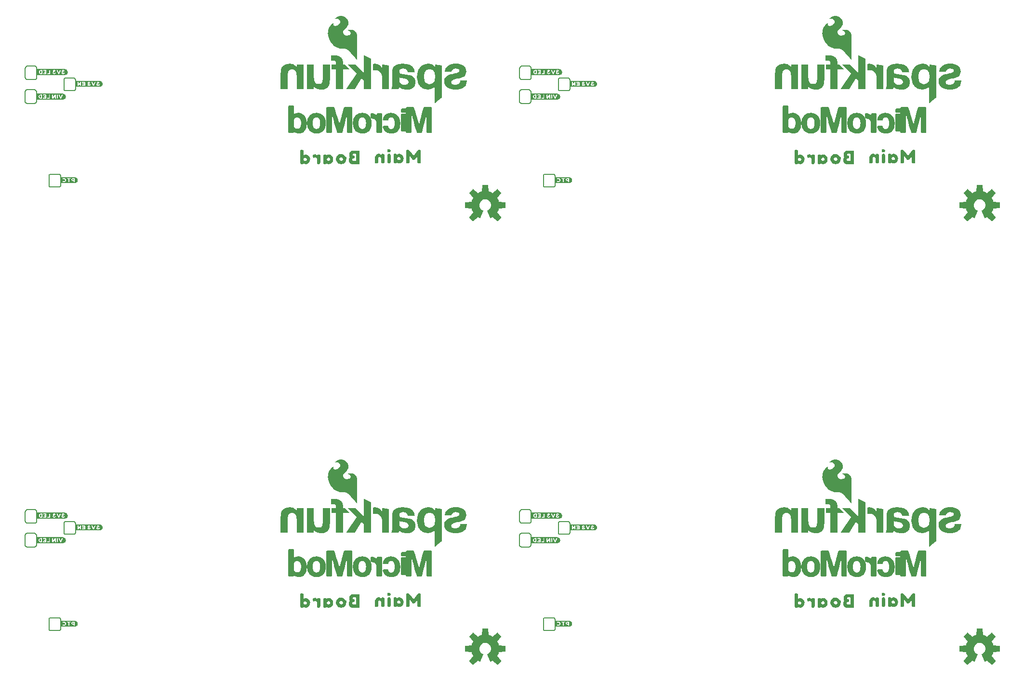
<source format=gbo>
G04 EAGLE Gerber RS-274X export*
G75*
%MOMM*%
%FSLAX34Y34*%
%LPD*%
%INSilkscreen Bottom*%
%IPPOS*%
%AMOC8*
5,1,8,0,0,1.08239X$1,22.5*%
G01*
%ADD10C,0.152400*%
%ADD11C,0.203200*%

G36*
X839513Y835286D02*
X839513Y835286D01*
X839621Y835296D01*
X839634Y835302D01*
X839648Y835304D01*
X839745Y835352D01*
X839844Y835397D01*
X839857Y835408D01*
X839866Y835412D01*
X839881Y835428D01*
X839958Y835490D01*
X845990Y841522D01*
X846040Y841593D01*
X846045Y841597D01*
X846047Y841601D01*
X846053Y841610D01*
X846119Y841696D01*
X846124Y841709D01*
X846132Y841721D01*
X846163Y841824D01*
X846199Y841927D01*
X846199Y841941D01*
X846203Y841954D01*
X846199Y842062D01*
X846200Y842171D01*
X846195Y842184D01*
X846195Y842198D01*
X846157Y842300D01*
X846122Y842402D01*
X846113Y842417D01*
X846109Y842426D01*
X846095Y842443D01*
X846041Y842525D01*
X839187Y850931D01*
X840225Y852817D01*
X840233Y852839D01*
X840261Y852891D01*
X841278Y855347D01*
X841284Y855370D01*
X841306Y855425D01*
X841905Y857493D01*
X852695Y858590D01*
X852799Y858618D01*
X852905Y858643D01*
X852917Y858650D01*
X852930Y858653D01*
X853020Y858714D01*
X853113Y858771D01*
X853121Y858782D01*
X853133Y858790D01*
X853199Y858876D01*
X853268Y858960D01*
X853272Y858973D01*
X853281Y858984D01*
X853315Y859087D01*
X853354Y859188D01*
X853355Y859206D01*
X853359Y859215D01*
X853359Y859237D01*
X853368Y859335D01*
X853368Y867865D01*
X853351Y867972D01*
X853337Y868080D01*
X853331Y868092D01*
X853329Y868106D01*
X853277Y868202D01*
X853230Y868299D01*
X853220Y868309D01*
X853214Y868321D01*
X853134Y868395D01*
X853058Y868472D01*
X853046Y868478D01*
X853036Y868488D01*
X852937Y868533D01*
X852840Y868581D01*
X852822Y868585D01*
X852813Y868589D01*
X852792Y868591D01*
X852695Y868610D01*
X841905Y869707D01*
X841306Y871775D01*
X841295Y871796D01*
X841278Y871853D01*
X840261Y874309D01*
X840248Y874329D01*
X840225Y874383D01*
X839187Y876269D01*
X846041Y884675D01*
X846095Y884769D01*
X846152Y884861D01*
X846155Y884874D01*
X846162Y884886D01*
X846183Y884993D01*
X846208Y885098D01*
X846206Y885112D01*
X846209Y885126D01*
X846194Y885233D01*
X846184Y885341D01*
X846178Y885354D01*
X846176Y885368D01*
X846128Y885465D01*
X846083Y885564D01*
X846072Y885577D01*
X846068Y885586D01*
X846052Y885601D01*
X845990Y885678D01*
X839958Y891710D01*
X839870Y891773D01*
X839784Y891839D01*
X839771Y891844D01*
X839759Y891852D01*
X839656Y891883D01*
X839553Y891919D01*
X839539Y891919D01*
X839526Y891923D01*
X839418Y891919D01*
X839309Y891920D01*
X839296Y891915D01*
X839282Y891915D01*
X839180Y891877D01*
X839078Y891842D01*
X839063Y891833D01*
X839054Y891829D01*
X839037Y891815D01*
X838955Y891761D01*
X830549Y884907D01*
X828663Y885945D01*
X828641Y885953D01*
X828589Y885981D01*
X826133Y886998D01*
X826110Y887004D01*
X826055Y887026D01*
X823987Y887625D01*
X822890Y898415D01*
X822862Y898519D01*
X822837Y898625D01*
X822830Y898637D01*
X822827Y898650D01*
X822766Y898740D01*
X822709Y898833D01*
X822698Y898841D01*
X822690Y898853D01*
X822604Y898919D01*
X822520Y898988D01*
X822507Y898992D01*
X822496Y899001D01*
X822393Y899035D01*
X822292Y899074D01*
X822274Y899075D01*
X822265Y899079D01*
X822243Y899079D01*
X822145Y899088D01*
X813615Y899088D01*
X813508Y899071D01*
X813400Y899057D01*
X813388Y899051D01*
X813374Y899049D01*
X813278Y898997D01*
X813181Y898950D01*
X813171Y898940D01*
X813159Y898934D01*
X813085Y898854D01*
X813008Y898778D01*
X813002Y898766D01*
X812992Y898756D01*
X812947Y898657D01*
X812899Y898560D01*
X812895Y898542D01*
X812891Y898533D01*
X812889Y898512D01*
X812870Y898415D01*
X811773Y887625D01*
X809705Y887026D01*
X809684Y887015D01*
X809627Y886998D01*
X807171Y885981D01*
X807151Y885968D01*
X807097Y885945D01*
X805211Y884907D01*
X796805Y891761D01*
X796711Y891815D01*
X796619Y891872D01*
X796606Y891875D01*
X796594Y891882D01*
X796487Y891903D01*
X796382Y891928D01*
X796368Y891926D01*
X796354Y891929D01*
X796247Y891914D01*
X796139Y891904D01*
X796126Y891898D01*
X796113Y891896D01*
X796015Y891848D01*
X795916Y891803D01*
X795903Y891792D01*
X795894Y891788D01*
X795879Y891772D01*
X795802Y891710D01*
X789770Y885678D01*
X789707Y885590D01*
X789641Y885504D01*
X789636Y885491D01*
X789628Y885479D01*
X789597Y885376D01*
X789561Y885273D01*
X789561Y885259D01*
X789557Y885246D01*
X789561Y885138D01*
X789560Y885029D01*
X789565Y885016D01*
X789565Y885002D01*
X789603Y884900D01*
X789638Y884798D01*
X789647Y884783D01*
X789651Y884774D01*
X789665Y884757D01*
X789719Y884675D01*
X796573Y876269D01*
X795535Y874383D01*
X795527Y874361D01*
X795499Y874309D01*
X794482Y871853D01*
X794476Y871830D01*
X794454Y871775D01*
X793855Y869707D01*
X783065Y868610D01*
X782961Y868582D01*
X782855Y868557D01*
X782843Y868550D01*
X782830Y868547D01*
X782740Y868486D01*
X782647Y868429D01*
X782639Y868418D01*
X782627Y868410D01*
X782561Y868324D01*
X782493Y868240D01*
X782488Y868227D01*
X782479Y868216D01*
X782445Y868113D01*
X782406Y868012D01*
X782405Y867994D01*
X782401Y867985D01*
X782402Y867963D01*
X782392Y867865D01*
X782392Y859335D01*
X782409Y859228D01*
X782423Y859120D01*
X782429Y859108D01*
X782431Y859094D01*
X782483Y858998D01*
X782530Y858901D01*
X782540Y858891D01*
X782546Y858879D01*
X782626Y858805D01*
X782702Y858728D01*
X782714Y858722D01*
X782725Y858712D01*
X782823Y858667D01*
X782920Y858619D01*
X782938Y858615D01*
X782947Y858611D01*
X782968Y858609D01*
X783065Y858590D01*
X793855Y857493D01*
X794454Y855425D01*
X794465Y855404D01*
X794482Y855347D01*
X795499Y852891D01*
X795512Y852871D01*
X795535Y852817D01*
X796573Y850931D01*
X789719Y842525D01*
X789665Y842431D01*
X789608Y842339D01*
X789605Y842326D01*
X789598Y842314D01*
X789577Y842207D01*
X789552Y842102D01*
X789554Y842088D01*
X789551Y842074D01*
X789566Y841967D01*
X789576Y841859D01*
X789582Y841846D01*
X789584Y841833D01*
X789632Y841735D01*
X789677Y841636D01*
X789688Y841623D01*
X789692Y841614D01*
X789708Y841599D01*
X789770Y841522D01*
X795802Y835490D01*
X795890Y835427D01*
X795976Y835361D01*
X795989Y835356D01*
X796001Y835348D01*
X796104Y835317D01*
X796207Y835281D01*
X796221Y835281D01*
X796234Y835277D01*
X796342Y835281D01*
X796451Y835280D01*
X796464Y835285D01*
X796478Y835285D01*
X796580Y835323D01*
X796682Y835358D01*
X796697Y835367D01*
X796706Y835371D01*
X796723Y835385D01*
X796805Y835439D01*
X805205Y842288D01*
X806492Y841556D01*
X806511Y841549D01*
X806547Y841528D01*
X808356Y840689D01*
X808394Y840679D01*
X808430Y840660D01*
X808511Y840646D01*
X808591Y840624D01*
X808631Y840626D01*
X808670Y840620D01*
X808752Y840633D01*
X808835Y840638D01*
X808872Y840653D01*
X808911Y840659D01*
X808984Y840698D01*
X809061Y840729D01*
X809091Y840755D01*
X809127Y840774D01*
X809183Y840834D01*
X809246Y840888D01*
X809266Y840923D01*
X809294Y840952D01*
X809363Y841082D01*
X814386Y853208D01*
X814411Y853317D01*
X814440Y853424D01*
X814439Y853435D01*
X814442Y853446D01*
X814431Y853556D01*
X814423Y853668D01*
X814419Y853678D01*
X814418Y853689D01*
X814372Y853790D01*
X814329Y853893D01*
X814322Y853901D01*
X814317Y853911D01*
X814241Y853992D01*
X814168Y854076D01*
X814156Y854083D01*
X814150Y854089D01*
X814133Y854098D01*
X814044Y854157D01*
X812294Y855084D01*
X810802Y856276D01*
X809559Y857727D01*
X808609Y859384D01*
X807984Y861189D01*
X807708Y863079D01*
X807790Y864987D01*
X808226Y866847D01*
X809002Y868592D01*
X810091Y870162D01*
X811453Y871501D01*
X813041Y872562D01*
X814799Y873308D01*
X816666Y873713D01*
X818575Y873761D01*
X820460Y873453D01*
X822255Y872798D01*
X823895Y871819D01*
X825324Y870552D01*
X826491Y869040D01*
X827355Y867337D01*
X827886Y865502D01*
X828066Y863596D01*
X827922Y861894D01*
X827495Y860236D01*
X826795Y858673D01*
X826456Y858165D01*
X825955Y857416D01*
X825955Y857415D01*
X825844Y857249D01*
X824668Y856005D01*
X823300Y854976D01*
X821722Y854161D01*
X821630Y854092D01*
X821537Y854025D01*
X821532Y854019D01*
X821526Y854015D01*
X821461Y853920D01*
X821394Y853827D01*
X821392Y853820D01*
X821388Y853814D01*
X821357Y853703D01*
X821323Y853594D01*
X821323Y853586D01*
X821322Y853579D01*
X821327Y853465D01*
X821331Y853350D01*
X821334Y853341D01*
X821334Y853336D01*
X821340Y853321D01*
X821374Y853208D01*
X826397Y841082D01*
X826418Y841048D01*
X826431Y841011D01*
X826482Y840945D01*
X826526Y840875D01*
X826557Y840850D01*
X826581Y840818D01*
X826650Y840773D01*
X826714Y840720D01*
X826752Y840706D01*
X826785Y840684D01*
X826865Y840663D01*
X826943Y840634D01*
X826983Y840633D01*
X827021Y840623D01*
X827104Y840629D01*
X827186Y840626D01*
X827225Y840638D01*
X827265Y840641D01*
X827404Y840689D01*
X829213Y841528D01*
X829229Y841539D01*
X829268Y841556D01*
X830555Y842288D01*
X838955Y835439D01*
X839049Y835385D01*
X839141Y835328D01*
X839154Y835325D01*
X839166Y835318D01*
X839273Y835297D01*
X839378Y835272D01*
X839392Y835274D01*
X839406Y835271D01*
X839513Y835286D01*
G37*
G36*
X1708193Y835286D02*
X1708193Y835286D01*
X1708301Y835296D01*
X1708314Y835302D01*
X1708328Y835304D01*
X1708425Y835352D01*
X1708524Y835397D01*
X1708537Y835408D01*
X1708546Y835412D01*
X1708561Y835428D01*
X1708638Y835490D01*
X1714670Y841522D01*
X1714720Y841593D01*
X1714725Y841597D01*
X1714727Y841601D01*
X1714733Y841610D01*
X1714799Y841696D01*
X1714804Y841709D01*
X1714812Y841721D01*
X1714843Y841824D01*
X1714879Y841927D01*
X1714879Y841941D01*
X1714883Y841954D01*
X1714879Y842062D01*
X1714880Y842171D01*
X1714875Y842184D01*
X1714875Y842198D01*
X1714837Y842300D01*
X1714802Y842402D01*
X1714793Y842417D01*
X1714789Y842426D01*
X1714775Y842443D01*
X1714721Y842525D01*
X1707867Y850931D01*
X1708905Y852817D01*
X1708913Y852839D01*
X1708941Y852891D01*
X1709958Y855347D01*
X1709964Y855370D01*
X1709986Y855425D01*
X1710585Y857493D01*
X1721375Y858590D01*
X1721479Y858618D01*
X1721585Y858643D01*
X1721597Y858650D01*
X1721610Y858653D01*
X1721700Y858714D01*
X1721793Y858771D01*
X1721801Y858782D01*
X1721813Y858790D01*
X1721879Y858876D01*
X1721948Y858960D01*
X1721952Y858973D01*
X1721961Y858984D01*
X1721995Y859087D01*
X1722034Y859188D01*
X1722035Y859206D01*
X1722039Y859215D01*
X1722039Y859237D01*
X1722048Y859335D01*
X1722048Y867865D01*
X1722031Y867972D01*
X1722017Y868080D01*
X1722011Y868092D01*
X1722009Y868106D01*
X1721957Y868202D01*
X1721910Y868299D01*
X1721900Y868309D01*
X1721894Y868321D01*
X1721814Y868395D01*
X1721738Y868472D01*
X1721726Y868478D01*
X1721716Y868488D01*
X1721617Y868533D01*
X1721520Y868581D01*
X1721502Y868585D01*
X1721493Y868589D01*
X1721472Y868591D01*
X1721375Y868610D01*
X1710585Y869707D01*
X1709986Y871775D01*
X1709975Y871796D01*
X1709958Y871853D01*
X1708941Y874309D01*
X1708928Y874329D01*
X1708905Y874383D01*
X1707867Y876269D01*
X1714721Y884675D01*
X1714775Y884769D01*
X1714832Y884861D01*
X1714835Y884874D01*
X1714842Y884886D01*
X1714863Y884993D01*
X1714888Y885098D01*
X1714886Y885112D01*
X1714889Y885126D01*
X1714874Y885233D01*
X1714864Y885341D01*
X1714858Y885354D01*
X1714856Y885368D01*
X1714808Y885465D01*
X1714763Y885564D01*
X1714752Y885577D01*
X1714748Y885586D01*
X1714732Y885601D01*
X1714670Y885678D01*
X1708638Y891710D01*
X1708550Y891773D01*
X1708464Y891839D01*
X1708451Y891844D01*
X1708439Y891852D01*
X1708336Y891883D01*
X1708233Y891919D01*
X1708219Y891919D01*
X1708206Y891923D01*
X1708098Y891919D01*
X1707989Y891920D01*
X1707976Y891915D01*
X1707962Y891915D01*
X1707860Y891877D01*
X1707758Y891842D01*
X1707743Y891833D01*
X1707734Y891829D01*
X1707717Y891815D01*
X1707635Y891761D01*
X1699229Y884907D01*
X1697343Y885945D01*
X1697321Y885953D01*
X1697269Y885981D01*
X1694813Y886998D01*
X1694790Y887004D01*
X1694735Y887026D01*
X1692667Y887625D01*
X1691570Y898415D01*
X1691542Y898519D01*
X1691517Y898625D01*
X1691510Y898637D01*
X1691507Y898650D01*
X1691446Y898740D01*
X1691389Y898833D01*
X1691378Y898841D01*
X1691370Y898853D01*
X1691284Y898919D01*
X1691200Y898988D01*
X1691187Y898992D01*
X1691176Y899001D01*
X1691073Y899035D01*
X1690972Y899074D01*
X1690954Y899075D01*
X1690945Y899079D01*
X1690923Y899079D01*
X1690825Y899088D01*
X1682295Y899088D01*
X1682188Y899071D01*
X1682080Y899057D01*
X1682068Y899051D01*
X1682054Y899049D01*
X1681958Y898997D01*
X1681861Y898950D01*
X1681851Y898940D01*
X1681839Y898934D01*
X1681765Y898854D01*
X1681688Y898778D01*
X1681682Y898766D01*
X1681672Y898756D01*
X1681627Y898657D01*
X1681579Y898560D01*
X1681575Y898542D01*
X1681571Y898533D01*
X1681569Y898512D01*
X1681550Y898415D01*
X1680453Y887625D01*
X1678385Y887026D01*
X1678364Y887015D01*
X1678307Y886998D01*
X1675851Y885981D01*
X1675831Y885968D01*
X1675777Y885945D01*
X1673891Y884907D01*
X1665485Y891761D01*
X1665391Y891815D01*
X1665299Y891872D01*
X1665286Y891875D01*
X1665274Y891882D01*
X1665167Y891903D01*
X1665062Y891928D01*
X1665048Y891926D01*
X1665034Y891929D01*
X1664927Y891914D01*
X1664819Y891904D01*
X1664806Y891898D01*
X1664793Y891896D01*
X1664695Y891848D01*
X1664596Y891803D01*
X1664583Y891792D01*
X1664574Y891788D01*
X1664559Y891772D01*
X1664482Y891710D01*
X1658450Y885678D01*
X1658387Y885590D01*
X1658321Y885504D01*
X1658316Y885491D01*
X1658308Y885479D01*
X1658277Y885376D01*
X1658241Y885273D01*
X1658241Y885259D01*
X1658237Y885246D01*
X1658241Y885138D01*
X1658240Y885029D01*
X1658245Y885016D01*
X1658245Y885002D01*
X1658283Y884900D01*
X1658318Y884798D01*
X1658327Y884783D01*
X1658331Y884774D01*
X1658345Y884757D01*
X1658399Y884675D01*
X1665253Y876269D01*
X1664215Y874383D01*
X1664207Y874361D01*
X1664179Y874309D01*
X1663162Y871853D01*
X1663156Y871830D01*
X1663134Y871775D01*
X1662535Y869707D01*
X1651745Y868610D01*
X1651641Y868582D01*
X1651535Y868557D01*
X1651523Y868550D01*
X1651510Y868547D01*
X1651420Y868486D01*
X1651327Y868429D01*
X1651319Y868418D01*
X1651307Y868410D01*
X1651241Y868324D01*
X1651173Y868240D01*
X1651168Y868227D01*
X1651159Y868216D01*
X1651125Y868113D01*
X1651086Y868012D01*
X1651085Y867994D01*
X1651081Y867985D01*
X1651082Y867963D01*
X1651072Y867865D01*
X1651072Y859335D01*
X1651089Y859228D01*
X1651103Y859120D01*
X1651109Y859108D01*
X1651111Y859094D01*
X1651163Y858998D01*
X1651210Y858901D01*
X1651220Y858891D01*
X1651226Y858879D01*
X1651306Y858805D01*
X1651382Y858728D01*
X1651394Y858722D01*
X1651405Y858712D01*
X1651503Y858667D01*
X1651600Y858619D01*
X1651618Y858615D01*
X1651627Y858611D01*
X1651648Y858609D01*
X1651745Y858590D01*
X1662535Y857493D01*
X1663134Y855425D01*
X1663145Y855404D01*
X1663162Y855347D01*
X1664179Y852891D01*
X1664192Y852871D01*
X1664215Y852817D01*
X1665253Y850931D01*
X1658399Y842525D01*
X1658345Y842431D01*
X1658288Y842339D01*
X1658285Y842326D01*
X1658278Y842314D01*
X1658257Y842207D01*
X1658232Y842102D01*
X1658234Y842088D01*
X1658231Y842074D01*
X1658246Y841967D01*
X1658256Y841859D01*
X1658262Y841846D01*
X1658264Y841833D01*
X1658312Y841735D01*
X1658357Y841636D01*
X1658368Y841623D01*
X1658372Y841614D01*
X1658388Y841599D01*
X1658450Y841522D01*
X1664482Y835490D01*
X1664570Y835427D01*
X1664656Y835361D01*
X1664669Y835356D01*
X1664681Y835348D01*
X1664784Y835317D01*
X1664887Y835281D01*
X1664901Y835281D01*
X1664914Y835277D01*
X1665022Y835281D01*
X1665131Y835280D01*
X1665144Y835285D01*
X1665158Y835285D01*
X1665260Y835323D01*
X1665362Y835358D01*
X1665377Y835367D01*
X1665386Y835371D01*
X1665403Y835385D01*
X1665485Y835439D01*
X1673885Y842288D01*
X1675172Y841556D01*
X1675191Y841549D01*
X1675227Y841528D01*
X1677036Y840689D01*
X1677074Y840679D01*
X1677110Y840660D01*
X1677191Y840646D01*
X1677271Y840624D01*
X1677311Y840626D01*
X1677350Y840620D01*
X1677432Y840633D01*
X1677515Y840638D01*
X1677552Y840653D01*
X1677591Y840659D01*
X1677664Y840698D01*
X1677741Y840729D01*
X1677771Y840755D01*
X1677807Y840774D01*
X1677863Y840834D01*
X1677926Y840888D01*
X1677946Y840923D01*
X1677974Y840952D01*
X1678043Y841082D01*
X1683066Y853208D01*
X1683091Y853317D01*
X1683120Y853424D01*
X1683119Y853435D01*
X1683122Y853446D01*
X1683111Y853556D01*
X1683103Y853668D01*
X1683099Y853678D01*
X1683098Y853689D01*
X1683052Y853790D01*
X1683009Y853893D01*
X1683002Y853901D01*
X1682997Y853911D01*
X1682921Y853992D01*
X1682848Y854076D01*
X1682836Y854083D01*
X1682830Y854089D01*
X1682813Y854098D01*
X1682724Y854157D01*
X1680974Y855084D01*
X1679482Y856276D01*
X1678239Y857727D01*
X1677289Y859384D01*
X1676664Y861189D01*
X1676388Y863079D01*
X1676470Y864987D01*
X1676906Y866847D01*
X1677682Y868592D01*
X1678771Y870162D01*
X1680133Y871501D01*
X1681721Y872562D01*
X1683479Y873308D01*
X1685346Y873713D01*
X1687255Y873761D01*
X1689140Y873453D01*
X1690935Y872798D01*
X1692575Y871819D01*
X1694004Y870552D01*
X1695171Y869040D01*
X1696035Y867337D01*
X1696566Y865502D01*
X1696746Y863596D01*
X1696602Y861894D01*
X1696175Y860236D01*
X1695475Y858673D01*
X1695136Y858165D01*
X1694635Y857416D01*
X1694635Y857415D01*
X1694524Y857249D01*
X1693348Y856005D01*
X1691980Y854976D01*
X1690402Y854161D01*
X1690310Y854092D01*
X1690217Y854025D01*
X1690212Y854019D01*
X1690206Y854015D01*
X1690141Y853920D01*
X1690074Y853827D01*
X1690072Y853820D01*
X1690068Y853814D01*
X1690037Y853703D01*
X1690003Y853594D01*
X1690003Y853586D01*
X1690002Y853579D01*
X1690007Y853465D01*
X1690011Y853350D01*
X1690014Y853341D01*
X1690014Y853336D01*
X1690020Y853321D01*
X1690054Y853208D01*
X1695077Y841082D01*
X1695098Y841048D01*
X1695111Y841011D01*
X1695162Y840945D01*
X1695206Y840875D01*
X1695237Y840850D01*
X1695261Y840818D01*
X1695330Y840773D01*
X1695394Y840720D01*
X1695432Y840706D01*
X1695465Y840684D01*
X1695545Y840663D01*
X1695623Y840634D01*
X1695663Y840633D01*
X1695701Y840623D01*
X1695784Y840629D01*
X1695866Y840626D01*
X1695905Y840638D01*
X1695945Y840641D01*
X1696084Y840689D01*
X1697893Y841528D01*
X1697909Y841539D01*
X1697948Y841556D01*
X1699235Y842288D01*
X1707635Y835439D01*
X1707729Y835385D01*
X1707821Y835328D01*
X1707834Y835325D01*
X1707846Y835318D01*
X1707953Y835297D01*
X1708058Y835272D01*
X1708072Y835274D01*
X1708086Y835271D01*
X1708193Y835286D01*
G37*
G36*
X1708193Y55506D02*
X1708193Y55506D01*
X1708301Y55516D01*
X1708314Y55522D01*
X1708328Y55524D01*
X1708425Y55572D01*
X1708524Y55617D01*
X1708537Y55628D01*
X1708546Y55632D01*
X1708561Y55648D01*
X1708638Y55710D01*
X1714670Y61742D01*
X1714720Y61813D01*
X1714725Y61818D01*
X1714727Y61821D01*
X1714733Y61830D01*
X1714799Y61916D01*
X1714804Y61929D01*
X1714812Y61941D01*
X1714843Y62044D01*
X1714879Y62147D01*
X1714879Y62161D01*
X1714883Y62174D01*
X1714879Y62282D01*
X1714880Y62391D01*
X1714875Y62404D01*
X1714875Y62418D01*
X1714837Y62520D01*
X1714802Y62622D01*
X1714793Y62637D01*
X1714789Y62646D01*
X1714775Y62663D01*
X1714721Y62745D01*
X1707867Y71151D01*
X1708905Y73037D01*
X1708913Y73059D01*
X1708941Y73111D01*
X1709958Y75567D01*
X1709964Y75590D01*
X1709986Y75645D01*
X1710585Y77713D01*
X1721375Y78810D01*
X1721479Y78838D01*
X1721585Y78863D01*
X1721597Y78870D01*
X1721610Y78873D01*
X1721700Y78934D01*
X1721793Y78991D01*
X1721801Y79002D01*
X1721813Y79010D01*
X1721879Y79096D01*
X1721948Y79180D01*
X1721952Y79193D01*
X1721961Y79204D01*
X1721995Y79307D01*
X1722034Y79408D01*
X1722035Y79426D01*
X1722039Y79435D01*
X1722039Y79457D01*
X1722048Y79555D01*
X1722048Y88085D01*
X1722031Y88192D01*
X1722017Y88300D01*
X1722011Y88312D01*
X1722009Y88326D01*
X1721957Y88422D01*
X1721910Y88519D01*
X1721900Y88529D01*
X1721894Y88541D01*
X1721814Y88615D01*
X1721738Y88692D01*
X1721726Y88698D01*
X1721716Y88708D01*
X1721617Y88753D01*
X1721520Y88801D01*
X1721502Y88805D01*
X1721493Y88809D01*
X1721472Y88811D01*
X1721375Y88830D01*
X1710585Y89927D01*
X1709986Y91995D01*
X1709975Y92016D01*
X1709958Y92073D01*
X1708941Y94529D01*
X1708928Y94549D01*
X1708905Y94603D01*
X1707867Y96489D01*
X1714721Y104895D01*
X1714775Y104989D01*
X1714832Y105081D01*
X1714835Y105094D01*
X1714842Y105106D01*
X1714863Y105213D01*
X1714888Y105318D01*
X1714886Y105332D01*
X1714889Y105346D01*
X1714874Y105453D01*
X1714864Y105561D01*
X1714858Y105574D01*
X1714856Y105588D01*
X1714808Y105685D01*
X1714763Y105784D01*
X1714752Y105797D01*
X1714748Y105806D01*
X1714732Y105821D01*
X1714670Y105898D01*
X1708638Y111930D01*
X1708550Y111993D01*
X1708464Y112059D01*
X1708451Y112064D01*
X1708439Y112072D01*
X1708336Y112103D01*
X1708233Y112139D01*
X1708219Y112139D01*
X1708206Y112143D01*
X1708098Y112139D01*
X1707989Y112140D01*
X1707976Y112135D01*
X1707962Y112135D01*
X1707860Y112097D01*
X1707758Y112062D01*
X1707743Y112053D01*
X1707734Y112049D01*
X1707717Y112035D01*
X1707635Y111981D01*
X1699229Y105127D01*
X1697343Y106165D01*
X1697321Y106173D01*
X1697269Y106201D01*
X1694813Y107218D01*
X1694790Y107224D01*
X1694735Y107246D01*
X1692667Y107845D01*
X1691570Y118635D01*
X1691542Y118739D01*
X1691517Y118845D01*
X1691510Y118857D01*
X1691507Y118870D01*
X1691446Y118960D01*
X1691389Y119053D01*
X1691378Y119061D01*
X1691370Y119073D01*
X1691284Y119139D01*
X1691200Y119208D01*
X1691187Y119212D01*
X1691176Y119221D01*
X1691073Y119255D01*
X1690972Y119294D01*
X1690954Y119295D01*
X1690945Y119299D01*
X1690923Y119299D01*
X1690825Y119308D01*
X1682295Y119308D01*
X1682188Y119291D01*
X1682080Y119277D01*
X1682068Y119271D01*
X1682054Y119269D01*
X1681958Y119217D01*
X1681861Y119170D01*
X1681851Y119160D01*
X1681839Y119154D01*
X1681765Y119074D01*
X1681688Y118998D01*
X1681682Y118986D01*
X1681672Y118976D01*
X1681627Y118877D01*
X1681579Y118780D01*
X1681575Y118762D01*
X1681571Y118753D01*
X1681569Y118732D01*
X1681550Y118635D01*
X1680453Y107845D01*
X1678385Y107246D01*
X1678364Y107235D01*
X1678307Y107218D01*
X1675851Y106201D01*
X1675831Y106188D01*
X1675777Y106165D01*
X1673891Y105127D01*
X1665485Y111981D01*
X1665391Y112035D01*
X1665299Y112092D01*
X1665286Y112095D01*
X1665274Y112102D01*
X1665167Y112123D01*
X1665062Y112148D01*
X1665048Y112146D01*
X1665034Y112149D01*
X1664927Y112134D01*
X1664819Y112124D01*
X1664806Y112118D01*
X1664793Y112116D01*
X1664695Y112068D01*
X1664596Y112023D01*
X1664583Y112012D01*
X1664574Y112008D01*
X1664559Y111992D01*
X1664482Y111930D01*
X1658450Y105898D01*
X1658387Y105810D01*
X1658321Y105724D01*
X1658316Y105711D01*
X1658308Y105699D01*
X1658277Y105596D01*
X1658241Y105493D01*
X1658241Y105479D01*
X1658237Y105466D01*
X1658241Y105358D01*
X1658240Y105249D01*
X1658245Y105236D01*
X1658245Y105222D01*
X1658283Y105120D01*
X1658318Y105018D01*
X1658327Y105003D01*
X1658331Y104994D01*
X1658345Y104977D01*
X1658399Y104895D01*
X1665253Y96489D01*
X1664215Y94603D01*
X1664207Y94581D01*
X1664179Y94529D01*
X1663162Y92073D01*
X1663156Y92050D01*
X1663134Y91995D01*
X1662535Y89927D01*
X1651745Y88830D01*
X1651641Y88802D01*
X1651535Y88777D01*
X1651523Y88770D01*
X1651510Y88767D01*
X1651420Y88706D01*
X1651327Y88649D01*
X1651319Y88638D01*
X1651307Y88630D01*
X1651241Y88544D01*
X1651173Y88460D01*
X1651168Y88447D01*
X1651159Y88436D01*
X1651125Y88333D01*
X1651086Y88232D01*
X1651085Y88214D01*
X1651081Y88205D01*
X1651082Y88183D01*
X1651072Y88085D01*
X1651072Y79555D01*
X1651089Y79448D01*
X1651103Y79340D01*
X1651109Y79328D01*
X1651111Y79314D01*
X1651163Y79218D01*
X1651210Y79121D01*
X1651220Y79111D01*
X1651226Y79099D01*
X1651306Y79025D01*
X1651382Y78948D01*
X1651394Y78942D01*
X1651405Y78932D01*
X1651503Y78887D01*
X1651600Y78839D01*
X1651618Y78835D01*
X1651627Y78831D01*
X1651648Y78829D01*
X1651745Y78810D01*
X1662535Y77713D01*
X1663134Y75645D01*
X1663145Y75624D01*
X1663162Y75567D01*
X1664179Y73111D01*
X1664192Y73091D01*
X1664215Y73037D01*
X1665253Y71151D01*
X1658399Y62745D01*
X1658345Y62651D01*
X1658288Y62559D01*
X1658285Y62546D01*
X1658278Y62534D01*
X1658257Y62427D01*
X1658232Y62322D01*
X1658234Y62308D01*
X1658231Y62294D01*
X1658246Y62187D01*
X1658256Y62079D01*
X1658262Y62066D01*
X1658264Y62053D01*
X1658312Y61955D01*
X1658357Y61856D01*
X1658368Y61843D01*
X1658372Y61834D01*
X1658388Y61819D01*
X1658450Y61742D01*
X1664482Y55710D01*
X1664570Y55647D01*
X1664656Y55581D01*
X1664669Y55576D01*
X1664681Y55568D01*
X1664784Y55537D01*
X1664887Y55501D01*
X1664901Y55501D01*
X1664914Y55497D01*
X1665022Y55501D01*
X1665131Y55500D01*
X1665144Y55505D01*
X1665158Y55505D01*
X1665260Y55543D01*
X1665362Y55578D01*
X1665377Y55587D01*
X1665386Y55591D01*
X1665403Y55605D01*
X1665485Y55659D01*
X1673885Y62508D01*
X1675172Y61776D01*
X1675191Y61769D01*
X1675227Y61748D01*
X1677036Y60909D01*
X1677074Y60899D01*
X1677110Y60880D01*
X1677191Y60866D01*
X1677271Y60844D01*
X1677311Y60846D01*
X1677350Y60840D01*
X1677432Y60853D01*
X1677515Y60858D01*
X1677552Y60873D01*
X1677591Y60879D01*
X1677664Y60918D01*
X1677741Y60949D01*
X1677771Y60975D01*
X1677807Y60994D01*
X1677863Y61054D01*
X1677926Y61108D01*
X1677946Y61143D01*
X1677974Y61172D01*
X1678043Y61302D01*
X1683066Y73428D01*
X1683091Y73537D01*
X1683120Y73644D01*
X1683119Y73655D01*
X1683122Y73666D01*
X1683111Y73776D01*
X1683103Y73888D01*
X1683099Y73898D01*
X1683098Y73909D01*
X1683052Y74010D01*
X1683009Y74113D01*
X1683002Y74121D01*
X1682997Y74131D01*
X1682921Y74212D01*
X1682848Y74296D01*
X1682836Y74303D01*
X1682830Y74309D01*
X1682813Y74318D01*
X1682724Y74377D01*
X1680974Y75304D01*
X1679482Y76496D01*
X1678239Y77947D01*
X1677289Y79604D01*
X1676664Y81409D01*
X1676388Y83299D01*
X1676470Y85207D01*
X1676906Y87067D01*
X1677682Y88812D01*
X1678771Y90382D01*
X1680133Y91721D01*
X1681721Y92782D01*
X1683479Y93528D01*
X1685346Y93933D01*
X1687255Y93981D01*
X1689140Y93673D01*
X1690935Y93018D01*
X1692575Y92039D01*
X1694004Y90772D01*
X1695171Y89260D01*
X1696035Y87557D01*
X1696566Y85722D01*
X1696746Y83816D01*
X1696602Y82114D01*
X1696175Y80456D01*
X1695475Y78893D01*
X1695136Y78385D01*
X1694635Y77636D01*
X1694635Y77635D01*
X1694524Y77469D01*
X1693348Y76225D01*
X1691980Y75196D01*
X1690402Y74381D01*
X1690310Y74312D01*
X1690217Y74245D01*
X1690212Y74239D01*
X1690206Y74235D01*
X1690141Y74140D01*
X1690074Y74047D01*
X1690072Y74040D01*
X1690068Y74034D01*
X1690037Y73923D01*
X1690003Y73814D01*
X1690003Y73806D01*
X1690002Y73799D01*
X1690007Y73685D01*
X1690011Y73570D01*
X1690014Y73561D01*
X1690014Y73556D01*
X1690020Y73541D01*
X1690054Y73428D01*
X1695077Y61302D01*
X1695098Y61268D01*
X1695111Y61231D01*
X1695162Y61165D01*
X1695206Y61095D01*
X1695237Y61070D01*
X1695261Y61038D01*
X1695330Y60993D01*
X1695394Y60940D01*
X1695432Y60926D01*
X1695465Y60904D01*
X1695545Y60883D01*
X1695623Y60854D01*
X1695663Y60853D01*
X1695701Y60843D01*
X1695784Y60849D01*
X1695866Y60846D01*
X1695905Y60858D01*
X1695945Y60861D01*
X1696084Y60909D01*
X1697893Y61748D01*
X1697909Y61759D01*
X1697948Y61776D01*
X1699235Y62508D01*
X1707635Y55659D01*
X1707729Y55605D01*
X1707821Y55548D01*
X1707834Y55545D01*
X1707846Y55538D01*
X1707953Y55517D01*
X1708058Y55492D01*
X1708072Y55494D01*
X1708086Y55491D01*
X1708193Y55506D01*
G37*
G36*
X839513Y55506D02*
X839513Y55506D01*
X839621Y55516D01*
X839634Y55522D01*
X839648Y55524D01*
X839745Y55572D01*
X839844Y55617D01*
X839857Y55628D01*
X839866Y55632D01*
X839881Y55648D01*
X839958Y55710D01*
X845990Y61742D01*
X846040Y61813D01*
X846045Y61818D01*
X846047Y61821D01*
X846053Y61830D01*
X846119Y61916D01*
X846124Y61929D01*
X846132Y61941D01*
X846163Y62044D01*
X846199Y62147D01*
X846199Y62161D01*
X846203Y62174D01*
X846199Y62282D01*
X846200Y62391D01*
X846195Y62404D01*
X846195Y62418D01*
X846157Y62520D01*
X846122Y62622D01*
X846113Y62637D01*
X846109Y62646D01*
X846095Y62663D01*
X846041Y62745D01*
X839187Y71151D01*
X840225Y73037D01*
X840233Y73059D01*
X840261Y73111D01*
X841278Y75567D01*
X841284Y75590D01*
X841306Y75645D01*
X841905Y77713D01*
X852695Y78810D01*
X852799Y78838D01*
X852905Y78863D01*
X852917Y78870D01*
X852930Y78873D01*
X853020Y78934D01*
X853113Y78991D01*
X853121Y79002D01*
X853133Y79010D01*
X853199Y79096D01*
X853268Y79180D01*
X853272Y79193D01*
X853281Y79204D01*
X853315Y79307D01*
X853354Y79408D01*
X853355Y79426D01*
X853359Y79435D01*
X853359Y79457D01*
X853368Y79555D01*
X853368Y88085D01*
X853351Y88192D01*
X853337Y88300D01*
X853331Y88312D01*
X853329Y88326D01*
X853277Y88422D01*
X853230Y88519D01*
X853220Y88529D01*
X853214Y88541D01*
X853134Y88615D01*
X853058Y88692D01*
X853046Y88698D01*
X853036Y88708D01*
X852937Y88753D01*
X852840Y88801D01*
X852822Y88805D01*
X852813Y88809D01*
X852792Y88811D01*
X852695Y88830D01*
X841905Y89927D01*
X841306Y91995D01*
X841295Y92016D01*
X841278Y92073D01*
X840261Y94529D01*
X840248Y94549D01*
X840225Y94603D01*
X839187Y96489D01*
X846041Y104895D01*
X846095Y104989D01*
X846152Y105081D01*
X846155Y105094D01*
X846162Y105106D01*
X846183Y105213D01*
X846208Y105318D01*
X846206Y105332D01*
X846209Y105346D01*
X846194Y105453D01*
X846184Y105561D01*
X846178Y105574D01*
X846176Y105588D01*
X846128Y105685D01*
X846083Y105784D01*
X846072Y105797D01*
X846068Y105806D01*
X846052Y105821D01*
X845990Y105898D01*
X839958Y111930D01*
X839870Y111993D01*
X839784Y112059D01*
X839771Y112064D01*
X839759Y112072D01*
X839656Y112103D01*
X839553Y112139D01*
X839539Y112139D01*
X839526Y112143D01*
X839418Y112139D01*
X839309Y112140D01*
X839296Y112135D01*
X839282Y112135D01*
X839180Y112097D01*
X839078Y112062D01*
X839063Y112053D01*
X839054Y112049D01*
X839037Y112035D01*
X838955Y111981D01*
X830549Y105127D01*
X828663Y106165D01*
X828641Y106173D01*
X828589Y106201D01*
X826133Y107218D01*
X826110Y107224D01*
X826055Y107246D01*
X823987Y107845D01*
X822890Y118635D01*
X822862Y118739D01*
X822837Y118845D01*
X822830Y118857D01*
X822827Y118870D01*
X822766Y118960D01*
X822709Y119053D01*
X822698Y119061D01*
X822690Y119073D01*
X822604Y119139D01*
X822520Y119208D01*
X822507Y119212D01*
X822496Y119221D01*
X822393Y119255D01*
X822292Y119294D01*
X822274Y119295D01*
X822265Y119299D01*
X822243Y119299D01*
X822145Y119308D01*
X813615Y119308D01*
X813508Y119291D01*
X813400Y119277D01*
X813388Y119271D01*
X813374Y119269D01*
X813278Y119217D01*
X813181Y119170D01*
X813171Y119160D01*
X813159Y119154D01*
X813085Y119074D01*
X813008Y118998D01*
X813002Y118986D01*
X812992Y118976D01*
X812947Y118877D01*
X812899Y118780D01*
X812895Y118762D01*
X812891Y118753D01*
X812889Y118732D01*
X812870Y118635D01*
X811773Y107845D01*
X809705Y107246D01*
X809684Y107235D01*
X809627Y107218D01*
X807171Y106201D01*
X807151Y106188D01*
X807097Y106165D01*
X805211Y105127D01*
X796805Y111981D01*
X796711Y112035D01*
X796619Y112092D01*
X796606Y112095D01*
X796594Y112102D01*
X796487Y112123D01*
X796382Y112148D01*
X796368Y112146D01*
X796354Y112149D01*
X796247Y112134D01*
X796139Y112124D01*
X796126Y112118D01*
X796113Y112116D01*
X796015Y112068D01*
X795916Y112023D01*
X795903Y112012D01*
X795894Y112008D01*
X795879Y111992D01*
X795802Y111930D01*
X789770Y105898D01*
X789707Y105810D01*
X789641Y105724D01*
X789636Y105711D01*
X789628Y105699D01*
X789597Y105596D01*
X789561Y105493D01*
X789561Y105479D01*
X789557Y105466D01*
X789561Y105358D01*
X789560Y105249D01*
X789565Y105236D01*
X789565Y105222D01*
X789603Y105120D01*
X789638Y105018D01*
X789647Y105003D01*
X789651Y104994D01*
X789665Y104977D01*
X789719Y104895D01*
X796573Y96489D01*
X795535Y94603D01*
X795527Y94581D01*
X795499Y94529D01*
X794482Y92073D01*
X794476Y92050D01*
X794454Y91995D01*
X793855Y89927D01*
X783065Y88830D01*
X782961Y88802D01*
X782855Y88777D01*
X782843Y88770D01*
X782830Y88767D01*
X782740Y88706D01*
X782647Y88649D01*
X782639Y88638D01*
X782627Y88630D01*
X782561Y88544D01*
X782493Y88460D01*
X782488Y88447D01*
X782479Y88436D01*
X782445Y88333D01*
X782406Y88232D01*
X782405Y88214D01*
X782401Y88205D01*
X782402Y88183D01*
X782392Y88085D01*
X782392Y79555D01*
X782409Y79448D01*
X782423Y79340D01*
X782429Y79328D01*
X782431Y79314D01*
X782483Y79218D01*
X782530Y79121D01*
X782540Y79111D01*
X782546Y79099D01*
X782626Y79025D01*
X782702Y78948D01*
X782714Y78942D01*
X782725Y78932D01*
X782823Y78887D01*
X782920Y78839D01*
X782938Y78835D01*
X782947Y78831D01*
X782968Y78829D01*
X783065Y78810D01*
X793855Y77713D01*
X794454Y75645D01*
X794465Y75624D01*
X794482Y75567D01*
X795499Y73111D01*
X795512Y73091D01*
X795535Y73037D01*
X796573Y71151D01*
X789719Y62745D01*
X789665Y62651D01*
X789608Y62559D01*
X789605Y62546D01*
X789598Y62534D01*
X789577Y62427D01*
X789552Y62322D01*
X789554Y62308D01*
X789551Y62294D01*
X789566Y62187D01*
X789576Y62079D01*
X789582Y62066D01*
X789584Y62053D01*
X789632Y61955D01*
X789677Y61856D01*
X789688Y61843D01*
X789692Y61834D01*
X789708Y61819D01*
X789770Y61742D01*
X795802Y55710D01*
X795890Y55647D01*
X795976Y55581D01*
X795989Y55576D01*
X796001Y55568D01*
X796104Y55537D01*
X796207Y55501D01*
X796221Y55501D01*
X796234Y55497D01*
X796342Y55501D01*
X796451Y55500D01*
X796464Y55505D01*
X796478Y55505D01*
X796580Y55543D01*
X796682Y55578D01*
X796697Y55587D01*
X796706Y55591D01*
X796723Y55605D01*
X796805Y55659D01*
X805205Y62508D01*
X806492Y61776D01*
X806511Y61769D01*
X806547Y61748D01*
X808356Y60909D01*
X808394Y60899D01*
X808430Y60880D01*
X808511Y60866D01*
X808591Y60844D01*
X808631Y60846D01*
X808670Y60840D01*
X808752Y60853D01*
X808835Y60858D01*
X808872Y60873D01*
X808911Y60879D01*
X808984Y60918D01*
X809061Y60949D01*
X809091Y60975D01*
X809127Y60994D01*
X809183Y61054D01*
X809246Y61108D01*
X809266Y61143D01*
X809294Y61172D01*
X809363Y61302D01*
X814386Y73428D01*
X814411Y73537D01*
X814440Y73644D01*
X814439Y73655D01*
X814442Y73666D01*
X814431Y73776D01*
X814423Y73888D01*
X814419Y73898D01*
X814418Y73909D01*
X814372Y74010D01*
X814329Y74113D01*
X814322Y74121D01*
X814317Y74131D01*
X814241Y74212D01*
X814168Y74296D01*
X814156Y74303D01*
X814150Y74309D01*
X814133Y74318D01*
X814044Y74377D01*
X812294Y75304D01*
X810802Y76496D01*
X809559Y77947D01*
X808609Y79604D01*
X807984Y81409D01*
X807708Y83299D01*
X807790Y85207D01*
X808226Y87067D01*
X809002Y88812D01*
X810091Y90382D01*
X811453Y91721D01*
X813041Y92782D01*
X814799Y93528D01*
X816666Y93933D01*
X818575Y93981D01*
X820460Y93673D01*
X822255Y93018D01*
X823895Y92039D01*
X825324Y90772D01*
X826491Y89260D01*
X827355Y87557D01*
X827886Y85722D01*
X828066Y83816D01*
X827922Y82114D01*
X827495Y80456D01*
X826795Y78893D01*
X826456Y78385D01*
X825955Y77636D01*
X825955Y77635D01*
X825844Y77469D01*
X824668Y76225D01*
X823300Y75196D01*
X821722Y74381D01*
X821630Y74312D01*
X821537Y74245D01*
X821532Y74239D01*
X821526Y74235D01*
X821461Y74140D01*
X821394Y74047D01*
X821392Y74040D01*
X821388Y74034D01*
X821357Y73923D01*
X821323Y73814D01*
X821323Y73806D01*
X821322Y73799D01*
X821327Y73685D01*
X821331Y73570D01*
X821334Y73561D01*
X821334Y73556D01*
X821340Y73541D01*
X821374Y73428D01*
X826397Y61302D01*
X826418Y61268D01*
X826431Y61231D01*
X826482Y61165D01*
X826526Y61095D01*
X826557Y61070D01*
X826581Y61038D01*
X826650Y60993D01*
X826714Y60940D01*
X826752Y60926D01*
X826785Y60904D01*
X826865Y60883D01*
X826943Y60854D01*
X826983Y60853D01*
X827021Y60843D01*
X827104Y60849D01*
X827186Y60846D01*
X827225Y60858D01*
X827265Y60861D01*
X827404Y60909D01*
X829213Y61748D01*
X829229Y61759D01*
X829268Y61776D01*
X830555Y62508D01*
X838955Y55659D01*
X839049Y55605D01*
X839141Y55548D01*
X839154Y55545D01*
X839166Y55538D01*
X839273Y55517D01*
X839378Y55492D01*
X839392Y55494D01*
X839406Y55491D01*
X839513Y55506D01*
G37*
G36*
X592585Y1118932D02*
X592585Y1118932D01*
X592611Y1118933D01*
X592665Y1118963D01*
X592723Y1118985D01*
X592740Y1119004D01*
X592763Y1119016D01*
X592798Y1119067D01*
X592840Y1119112D01*
X592848Y1119137D01*
X592863Y1119158D01*
X592879Y1119242D01*
X592890Y1119278D01*
X592888Y1119288D01*
X592890Y1119300D01*
X592890Y1160600D01*
X592884Y1160625D01*
X592885Y1160660D01*
X592485Y1163160D01*
X592478Y1163179D01*
X592476Y1163204D01*
X591876Y1165304D01*
X591860Y1165333D01*
X591846Y1165378D01*
X590946Y1167078D01*
X590924Y1167103D01*
X590900Y1167146D01*
X589800Y1168446D01*
X589783Y1168458D01*
X589767Y1168480D01*
X588567Y1169580D01*
X588543Y1169594D01*
X588516Y1169620D01*
X587116Y1170520D01*
X587098Y1170526D01*
X587080Y1170540D01*
X585680Y1171240D01*
X585654Y1171246D01*
X585623Y1171263D01*
X584023Y1171763D01*
X583995Y1171765D01*
X583957Y1171777D01*
X582357Y1171977D01*
X582348Y1171976D01*
X582337Y1171979D01*
X580937Y1172079D01*
X580912Y1172075D01*
X580878Y1172079D01*
X579678Y1171979D01*
X579660Y1171973D01*
X579635Y1171973D01*
X578635Y1171773D01*
X578628Y1171769D01*
X578618Y1171769D01*
X577827Y1171571D01*
X577335Y1171473D01*
X577301Y1171457D01*
X577240Y1171440D01*
X577069Y1171355D01*
X577040Y1171340D01*
X576975Y1171286D01*
X576909Y1171232D01*
X576908Y1171230D01*
X576907Y1171229D01*
X576873Y1171153D01*
X576837Y1171074D01*
X576837Y1171072D01*
X576836Y1171071D01*
X576840Y1170986D01*
X576843Y1170901D01*
X576844Y1170899D01*
X576844Y1170898D01*
X576885Y1170822D01*
X576925Y1170748D01*
X576926Y1170747D01*
X576927Y1170746D01*
X576937Y1170739D01*
X577040Y1170660D01*
X577240Y1170560D01*
X577273Y1170552D01*
X577318Y1170531D01*
X577663Y1170445D01*
X578114Y1170174D01*
X578136Y1170167D01*
X578160Y1170151D01*
X578822Y1169867D01*
X580164Y1168909D01*
X580719Y1168354D01*
X581167Y1167725D01*
X581430Y1166938D01*
X581430Y1166056D01*
X581159Y1165155D01*
X580602Y1164226D01*
X579853Y1163383D01*
X578817Y1162630D01*
X577583Y1162060D01*
X576063Y1161680D01*
X573769Y1161680D01*
X571669Y1162348D01*
X569959Y1163394D01*
X568749Y1164790D01*
X568193Y1166550D01*
X568287Y1168520D01*
X569140Y1170700D01*
X571088Y1172940D01*
X573579Y1175431D01*
X573590Y1175450D01*
X573611Y1175468D01*
X575611Y1178068D01*
X575622Y1178092D01*
X575645Y1178120D01*
X577045Y1180720D01*
X577054Y1180755D01*
X577078Y1180805D01*
X577778Y1183505D01*
X577779Y1183542D01*
X577790Y1183600D01*
X577790Y1186100D01*
X577781Y1186138D01*
X577772Y1186216D01*
X576972Y1188716D01*
X576952Y1188749D01*
X576920Y1188820D01*
X575220Y1191220D01*
X575193Y1191244D01*
X575156Y1191290D01*
X572556Y1193490D01*
X572524Y1193507D01*
X572480Y1193540D01*
X569080Y1195240D01*
X569044Y1195249D01*
X568989Y1195272D01*
X565689Y1195972D01*
X565653Y1195971D01*
X565597Y1195980D01*
X562597Y1195880D01*
X562565Y1195871D01*
X562515Y1195868D01*
X559815Y1195168D01*
X559797Y1195159D01*
X559771Y1195154D01*
X557471Y1194254D01*
X557453Y1194241D01*
X557425Y1194232D01*
X555625Y1193232D01*
X555610Y1193219D01*
X555586Y1193208D01*
X554486Y1192408D01*
X554485Y1192406D01*
X554482Y1192404D01*
X554082Y1192104D01*
X554048Y1192064D01*
X554008Y1192031D01*
X553993Y1191998D01*
X553971Y1191971D01*
X553958Y1191920D01*
X553937Y1191872D01*
X553938Y1191837D01*
X553930Y1191803D01*
X553941Y1191752D01*
X553943Y1191699D01*
X553960Y1191668D01*
X553968Y1191634D01*
X554001Y1191593D01*
X554026Y1191547D01*
X554055Y1191527D01*
X554077Y1191499D01*
X554125Y1191478D01*
X554168Y1191447D01*
X554208Y1191440D01*
X554235Y1191427D01*
X554266Y1191428D01*
X554310Y1191420D01*
X554510Y1191420D01*
X554536Y1191426D01*
X554573Y1191425D01*
X555162Y1191523D01*
X556031Y1191620D01*
X557079Y1191620D01*
X558236Y1191427D01*
X559468Y1191142D01*
X560584Y1190492D01*
X561648Y1189525D01*
X562298Y1188875D01*
X562658Y1188154D01*
X562937Y1187318D01*
X563027Y1186500D01*
X562936Y1185676D01*
X562655Y1184741D01*
X562188Y1183806D01*
X561419Y1182845D01*
X560640Y1181968D01*
X559664Y1181090D01*
X558694Y1180314D01*
X557535Y1179638D01*
X556466Y1179152D01*
X555410Y1178768D01*
X554376Y1178580D01*
X553577Y1178580D01*
X552607Y1178933D01*
X551917Y1179537D01*
X551571Y1180228D01*
X551386Y1181062D01*
X551290Y1181921D01*
X551290Y1182662D01*
X551373Y1183076D01*
X551450Y1183230D01*
X551454Y1183245D01*
X551463Y1183258D01*
X551489Y1183392D01*
X551490Y1183399D01*
X551490Y1183400D01*
X551490Y1183500D01*
X551476Y1183561D01*
X551470Y1183624D01*
X551456Y1183645D01*
X551451Y1183669D01*
X551411Y1183717D01*
X551377Y1183770D01*
X551356Y1183783D01*
X551341Y1183802D01*
X551283Y1183828D01*
X551230Y1183861D01*
X551205Y1183863D01*
X551182Y1183873D01*
X551120Y1183871D01*
X551057Y1183877D01*
X551031Y1183868D01*
X551009Y1183867D01*
X550976Y1183849D01*
X550920Y1183829D01*
X548320Y1182329D01*
X548291Y1182303D01*
X548231Y1182258D01*
X545831Y1179658D01*
X545813Y1179628D01*
X545804Y1179617D01*
X545796Y1179610D01*
X545793Y1179604D01*
X545780Y1179589D01*
X543780Y1176089D01*
X543772Y1176063D01*
X543754Y1176033D01*
X542154Y1171733D01*
X542149Y1171700D01*
X542134Y1171655D01*
X541434Y1166855D01*
X541436Y1166823D01*
X541430Y1166779D01*
X541730Y1161479D01*
X541740Y1161447D01*
X541743Y1161400D01*
X543243Y1155900D01*
X543259Y1155870D01*
X543274Y1155823D01*
X546174Y1150323D01*
X546194Y1150299D01*
X546214Y1150261D01*
X548314Y1147661D01*
X548326Y1147652D01*
X548335Y1147637D01*
X550635Y1145237D01*
X550651Y1145227D01*
X550665Y1145209D01*
X553165Y1143109D01*
X553188Y1143098D01*
X553213Y1143075D01*
X556013Y1141375D01*
X556032Y1141369D01*
X556054Y1141353D01*
X559154Y1139953D01*
X559179Y1139948D01*
X559210Y1139933D01*
X562510Y1139033D01*
X562535Y1139032D01*
X562567Y1139022D01*
X566067Y1138622D01*
X566086Y1138624D01*
X566110Y1138620D01*
X570000Y1138620D01*
X571858Y1138522D01*
X573591Y1138137D01*
X575119Y1137468D01*
X576567Y1136407D01*
X578041Y1135031D01*
X579630Y1133343D01*
X581327Y1131446D01*
X581328Y1131445D01*
X583228Y1129345D01*
X583231Y1129343D01*
X583234Y1129339D01*
X585030Y1127443D01*
X586727Y1125546D01*
X588220Y1123854D01*
X589515Y1122260D01*
X589524Y1122254D01*
X589531Y1122242D01*
X590721Y1120952D01*
X591506Y1119971D01*
X592001Y1119279D01*
X592021Y1119261D01*
X592041Y1119231D01*
X592241Y1119031D01*
X592263Y1119018D01*
X592279Y1118998D01*
X592336Y1118972D01*
X592388Y1118940D01*
X592414Y1118937D01*
X592438Y1118927D01*
X592499Y1118929D01*
X592561Y1118923D01*
X592585Y1118932D01*
G37*
G36*
X592585Y339152D02*
X592585Y339152D01*
X592611Y339153D01*
X592665Y339183D01*
X592723Y339205D01*
X592740Y339224D01*
X592763Y339236D01*
X592798Y339287D01*
X592840Y339332D01*
X592848Y339357D01*
X592863Y339378D01*
X592879Y339462D01*
X592890Y339498D01*
X592888Y339508D01*
X592890Y339520D01*
X592890Y380820D01*
X592884Y380845D01*
X592885Y380880D01*
X592485Y383380D01*
X592478Y383399D01*
X592476Y383424D01*
X591876Y385524D01*
X591860Y385553D01*
X591846Y385598D01*
X590946Y387298D01*
X590924Y387323D01*
X590900Y387366D01*
X589800Y388666D01*
X589783Y388678D01*
X589767Y388700D01*
X588567Y389800D01*
X588543Y389814D01*
X588516Y389840D01*
X587116Y390740D01*
X587098Y390746D01*
X587080Y390760D01*
X585680Y391460D01*
X585654Y391466D01*
X585623Y391483D01*
X584023Y391983D01*
X583995Y391985D01*
X583957Y391997D01*
X582357Y392197D01*
X582348Y392196D01*
X582337Y392199D01*
X580937Y392299D01*
X580912Y392295D01*
X580878Y392299D01*
X579678Y392199D01*
X579660Y392193D01*
X579635Y392193D01*
X578635Y391993D01*
X578628Y391989D01*
X578618Y391989D01*
X577827Y391791D01*
X577335Y391693D01*
X577301Y391677D01*
X577240Y391660D01*
X577069Y391575D01*
X577040Y391560D01*
X576975Y391506D01*
X576909Y391452D01*
X576908Y391450D01*
X576907Y391449D01*
X576873Y391373D01*
X576837Y391294D01*
X576837Y391292D01*
X576836Y391291D01*
X576840Y391206D01*
X576843Y391121D01*
X576844Y391119D01*
X576844Y391118D01*
X576885Y391042D01*
X576925Y390968D01*
X576926Y390967D01*
X576927Y390966D01*
X576937Y390959D01*
X577040Y390880D01*
X577240Y390780D01*
X577273Y390772D01*
X577318Y390751D01*
X577663Y390665D01*
X578114Y390394D01*
X578136Y390387D01*
X578160Y390371D01*
X578822Y390087D01*
X580163Y389129D01*
X580719Y388574D01*
X581167Y387945D01*
X581430Y387158D01*
X581430Y386276D01*
X581159Y385375D01*
X580602Y384446D01*
X579853Y383603D01*
X578817Y382850D01*
X577583Y382280D01*
X576063Y381900D01*
X573769Y381900D01*
X571669Y382568D01*
X569959Y383614D01*
X568749Y385010D01*
X568193Y386770D01*
X568287Y388740D01*
X569140Y390920D01*
X571088Y393160D01*
X573579Y395651D01*
X573590Y395670D01*
X573611Y395688D01*
X575611Y398288D01*
X575622Y398312D01*
X575645Y398340D01*
X577045Y400940D01*
X577054Y400975D01*
X577078Y401025D01*
X577778Y403725D01*
X577779Y403762D01*
X577790Y403820D01*
X577790Y406320D01*
X577781Y406358D01*
X577772Y406436D01*
X576972Y408936D01*
X576952Y408969D01*
X576920Y409040D01*
X575220Y411440D01*
X575193Y411464D01*
X575156Y411510D01*
X572556Y413710D01*
X572524Y413727D01*
X572480Y413760D01*
X569080Y415460D01*
X569044Y415469D01*
X568989Y415492D01*
X565689Y416192D01*
X565653Y416191D01*
X565597Y416200D01*
X562597Y416100D01*
X562565Y416091D01*
X562515Y416088D01*
X559815Y415388D01*
X559797Y415379D01*
X559771Y415374D01*
X557471Y414474D01*
X557453Y414461D01*
X557425Y414452D01*
X555625Y413452D01*
X555610Y413439D01*
X555586Y413428D01*
X554486Y412628D01*
X554485Y412626D01*
X554482Y412624D01*
X554082Y412324D01*
X554048Y412284D01*
X554008Y412251D01*
X553993Y412218D01*
X553971Y412191D01*
X553958Y412140D01*
X553937Y412092D01*
X553938Y412057D01*
X553930Y412023D01*
X553941Y411972D01*
X553943Y411919D01*
X553960Y411888D01*
X553968Y411854D01*
X554001Y411813D01*
X554026Y411767D01*
X554055Y411747D01*
X554077Y411719D01*
X554125Y411698D01*
X554168Y411667D01*
X554208Y411660D01*
X554235Y411647D01*
X554266Y411648D01*
X554310Y411640D01*
X554510Y411640D01*
X554536Y411646D01*
X554573Y411645D01*
X555162Y411743D01*
X556031Y411840D01*
X557079Y411840D01*
X558236Y411647D01*
X559468Y411362D01*
X560584Y410712D01*
X561648Y409745D01*
X562298Y409095D01*
X562658Y408374D01*
X562937Y407538D01*
X563027Y406720D01*
X562936Y405896D01*
X562655Y404961D01*
X562188Y404026D01*
X561419Y403065D01*
X560640Y402188D01*
X559664Y401310D01*
X558694Y400534D01*
X557535Y399858D01*
X556466Y399372D01*
X555410Y398988D01*
X554376Y398800D01*
X553577Y398800D01*
X552607Y399153D01*
X551917Y399757D01*
X551571Y400448D01*
X551386Y401282D01*
X551290Y402141D01*
X551290Y402882D01*
X551373Y403296D01*
X551450Y403450D01*
X551454Y403465D01*
X551463Y403478D01*
X551489Y403612D01*
X551490Y403619D01*
X551490Y403620D01*
X551490Y403720D01*
X551476Y403781D01*
X551470Y403844D01*
X551456Y403865D01*
X551451Y403889D01*
X551411Y403937D01*
X551377Y403990D01*
X551356Y404003D01*
X551341Y404022D01*
X551283Y404048D01*
X551230Y404081D01*
X551205Y404083D01*
X551182Y404093D01*
X551120Y404091D01*
X551057Y404097D01*
X551031Y404088D01*
X551009Y404087D01*
X550976Y404069D01*
X550920Y404049D01*
X548320Y402549D01*
X548291Y402523D01*
X548231Y402478D01*
X545831Y399878D01*
X545813Y399848D01*
X545804Y399837D01*
X545796Y399830D01*
X545793Y399824D01*
X545780Y399809D01*
X543780Y396309D01*
X543772Y396283D01*
X543754Y396253D01*
X542154Y391953D01*
X542149Y391920D01*
X542134Y391875D01*
X541434Y387075D01*
X541436Y387043D01*
X541430Y386999D01*
X541730Y381699D01*
X541740Y381667D01*
X541743Y381620D01*
X543243Y376120D01*
X543259Y376090D01*
X543274Y376043D01*
X546174Y370543D01*
X546194Y370519D01*
X546214Y370481D01*
X548314Y367881D01*
X548326Y367872D01*
X548335Y367857D01*
X550635Y365457D01*
X550651Y365447D01*
X550665Y365429D01*
X553165Y363329D01*
X553188Y363318D01*
X553213Y363295D01*
X556013Y361595D01*
X556032Y361589D01*
X556054Y361573D01*
X559154Y360173D01*
X559179Y360168D01*
X559210Y360153D01*
X562510Y359253D01*
X562535Y359252D01*
X562567Y359242D01*
X566067Y358842D01*
X566086Y358844D01*
X566110Y358840D01*
X570000Y358840D01*
X571858Y358742D01*
X573591Y358357D01*
X575119Y357688D01*
X576567Y356627D01*
X578041Y355251D01*
X579630Y353563D01*
X581327Y351666D01*
X581328Y351665D01*
X583228Y349565D01*
X583231Y349563D01*
X583234Y349559D01*
X585030Y347663D01*
X586727Y345766D01*
X588220Y344074D01*
X589515Y342480D01*
X589524Y342474D01*
X589531Y342462D01*
X590721Y341172D01*
X591506Y340191D01*
X592001Y339499D01*
X592021Y339481D01*
X592041Y339451D01*
X592241Y339251D01*
X592263Y339238D01*
X592279Y339218D01*
X592336Y339192D01*
X592388Y339160D01*
X592414Y339157D01*
X592438Y339147D01*
X592499Y339149D01*
X592561Y339143D01*
X592585Y339152D01*
G37*
G36*
X1461265Y1118932D02*
X1461265Y1118932D01*
X1461291Y1118933D01*
X1461345Y1118963D01*
X1461403Y1118985D01*
X1461420Y1119004D01*
X1461443Y1119016D01*
X1461478Y1119067D01*
X1461520Y1119112D01*
X1461528Y1119137D01*
X1461543Y1119158D01*
X1461559Y1119242D01*
X1461570Y1119278D01*
X1461568Y1119288D01*
X1461570Y1119300D01*
X1461570Y1160600D01*
X1461564Y1160625D01*
X1461565Y1160660D01*
X1461165Y1163160D01*
X1461158Y1163179D01*
X1461156Y1163204D01*
X1460556Y1165304D01*
X1460540Y1165333D01*
X1460526Y1165378D01*
X1459626Y1167078D01*
X1459604Y1167103D01*
X1459580Y1167146D01*
X1458480Y1168446D01*
X1458463Y1168458D01*
X1458447Y1168480D01*
X1457247Y1169580D01*
X1457223Y1169594D01*
X1457196Y1169620D01*
X1455796Y1170520D01*
X1455778Y1170526D01*
X1455760Y1170540D01*
X1454360Y1171240D01*
X1454334Y1171246D01*
X1454303Y1171263D01*
X1452703Y1171763D01*
X1452675Y1171765D01*
X1452637Y1171777D01*
X1451037Y1171977D01*
X1451028Y1171976D01*
X1451017Y1171979D01*
X1449617Y1172079D01*
X1449592Y1172075D01*
X1449558Y1172079D01*
X1448358Y1171979D01*
X1448340Y1171973D01*
X1448315Y1171973D01*
X1447315Y1171773D01*
X1447308Y1171769D01*
X1447298Y1171769D01*
X1446507Y1171571D01*
X1446015Y1171473D01*
X1445981Y1171457D01*
X1445920Y1171440D01*
X1445749Y1171355D01*
X1445720Y1171340D01*
X1445655Y1171286D01*
X1445589Y1171232D01*
X1445588Y1171230D01*
X1445587Y1171229D01*
X1445553Y1171153D01*
X1445517Y1171074D01*
X1445517Y1171072D01*
X1445516Y1171071D01*
X1445520Y1170986D01*
X1445523Y1170901D01*
X1445524Y1170899D01*
X1445524Y1170898D01*
X1445565Y1170822D01*
X1445605Y1170748D01*
X1445606Y1170747D01*
X1445607Y1170746D01*
X1445617Y1170739D01*
X1445720Y1170660D01*
X1445920Y1170560D01*
X1445953Y1170552D01*
X1445998Y1170531D01*
X1446343Y1170445D01*
X1446794Y1170174D01*
X1446816Y1170167D01*
X1446840Y1170151D01*
X1447502Y1169867D01*
X1448844Y1168909D01*
X1449399Y1168354D01*
X1449847Y1167725D01*
X1450110Y1166938D01*
X1450110Y1166056D01*
X1449839Y1165155D01*
X1449282Y1164226D01*
X1448533Y1163383D01*
X1447497Y1162630D01*
X1446263Y1162060D01*
X1444743Y1161680D01*
X1442449Y1161680D01*
X1440349Y1162348D01*
X1438639Y1163394D01*
X1437429Y1164790D01*
X1436873Y1166550D01*
X1436967Y1168520D01*
X1437820Y1170700D01*
X1439768Y1172940D01*
X1442259Y1175431D01*
X1442270Y1175450D01*
X1442291Y1175468D01*
X1444291Y1178068D01*
X1444302Y1178092D01*
X1444325Y1178120D01*
X1445725Y1180720D01*
X1445734Y1180755D01*
X1445758Y1180805D01*
X1446458Y1183505D01*
X1446459Y1183542D01*
X1446470Y1183600D01*
X1446470Y1186100D01*
X1446461Y1186138D01*
X1446452Y1186216D01*
X1445652Y1188716D01*
X1445632Y1188749D01*
X1445600Y1188820D01*
X1443900Y1191220D01*
X1443873Y1191244D01*
X1443836Y1191290D01*
X1441236Y1193490D01*
X1441204Y1193507D01*
X1441160Y1193540D01*
X1437760Y1195240D01*
X1437724Y1195249D01*
X1437669Y1195272D01*
X1434369Y1195972D01*
X1434333Y1195971D01*
X1434277Y1195980D01*
X1431277Y1195880D01*
X1431245Y1195871D01*
X1431195Y1195868D01*
X1428495Y1195168D01*
X1428477Y1195159D01*
X1428451Y1195154D01*
X1426151Y1194254D01*
X1426133Y1194241D01*
X1426105Y1194232D01*
X1424305Y1193232D01*
X1424290Y1193219D01*
X1424266Y1193208D01*
X1423166Y1192408D01*
X1423165Y1192406D01*
X1423162Y1192404D01*
X1422762Y1192104D01*
X1422728Y1192064D01*
X1422688Y1192031D01*
X1422673Y1191998D01*
X1422651Y1191971D01*
X1422638Y1191920D01*
X1422617Y1191872D01*
X1422618Y1191837D01*
X1422610Y1191803D01*
X1422621Y1191752D01*
X1422623Y1191699D01*
X1422640Y1191668D01*
X1422648Y1191634D01*
X1422681Y1191593D01*
X1422706Y1191547D01*
X1422735Y1191527D01*
X1422757Y1191499D01*
X1422805Y1191478D01*
X1422848Y1191447D01*
X1422888Y1191440D01*
X1422915Y1191427D01*
X1422946Y1191428D01*
X1422990Y1191420D01*
X1423190Y1191420D01*
X1423216Y1191426D01*
X1423253Y1191425D01*
X1423842Y1191523D01*
X1424711Y1191620D01*
X1425759Y1191620D01*
X1426916Y1191427D01*
X1428148Y1191142D01*
X1429264Y1190492D01*
X1430328Y1189525D01*
X1430978Y1188875D01*
X1431338Y1188154D01*
X1431617Y1187318D01*
X1431707Y1186500D01*
X1431616Y1185676D01*
X1431335Y1184741D01*
X1430868Y1183806D01*
X1430099Y1182845D01*
X1429320Y1181968D01*
X1428344Y1181090D01*
X1427374Y1180314D01*
X1426215Y1179638D01*
X1425146Y1179152D01*
X1424090Y1178768D01*
X1423056Y1178580D01*
X1422257Y1178580D01*
X1421287Y1178933D01*
X1420597Y1179537D01*
X1420251Y1180228D01*
X1420066Y1181062D01*
X1419970Y1181921D01*
X1419970Y1182662D01*
X1420053Y1183076D01*
X1420130Y1183230D01*
X1420134Y1183245D01*
X1420143Y1183258D01*
X1420169Y1183392D01*
X1420170Y1183399D01*
X1420170Y1183400D01*
X1420170Y1183500D01*
X1420156Y1183561D01*
X1420150Y1183624D01*
X1420136Y1183645D01*
X1420131Y1183669D01*
X1420091Y1183717D01*
X1420057Y1183770D01*
X1420036Y1183783D01*
X1420021Y1183802D01*
X1419963Y1183828D01*
X1419910Y1183861D01*
X1419885Y1183863D01*
X1419862Y1183873D01*
X1419800Y1183871D01*
X1419737Y1183877D01*
X1419711Y1183868D01*
X1419689Y1183867D01*
X1419656Y1183849D01*
X1419600Y1183829D01*
X1417000Y1182329D01*
X1416971Y1182303D01*
X1416911Y1182258D01*
X1414511Y1179658D01*
X1414493Y1179628D01*
X1414484Y1179617D01*
X1414476Y1179610D01*
X1414473Y1179604D01*
X1414460Y1179589D01*
X1412460Y1176089D01*
X1412452Y1176063D01*
X1412434Y1176033D01*
X1410834Y1171733D01*
X1410829Y1171700D01*
X1410814Y1171655D01*
X1410114Y1166855D01*
X1410116Y1166823D01*
X1410110Y1166779D01*
X1410410Y1161479D01*
X1410420Y1161447D01*
X1410423Y1161400D01*
X1411923Y1155900D01*
X1411939Y1155870D01*
X1411954Y1155823D01*
X1414854Y1150323D01*
X1414874Y1150299D01*
X1414894Y1150261D01*
X1416994Y1147661D01*
X1417006Y1147652D01*
X1417015Y1147637D01*
X1419315Y1145237D01*
X1419331Y1145227D01*
X1419345Y1145209D01*
X1421845Y1143109D01*
X1421868Y1143098D01*
X1421893Y1143075D01*
X1424693Y1141375D01*
X1424712Y1141369D01*
X1424734Y1141353D01*
X1427834Y1139953D01*
X1427859Y1139948D01*
X1427890Y1139933D01*
X1431190Y1139033D01*
X1431215Y1139032D01*
X1431247Y1139022D01*
X1434747Y1138622D01*
X1434766Y1138624D01*
X1434790Y1138620D01*
X1438680Y1138620D01*
X1440538Y1138522D01*
X1442271Y1138137D01*
X1443799Y1137468D01*
X1445247Y1136407D01*
X1446721Y1135031D01*
X1448310Y1133343D01*
X1450007Y1131446D01*
X1450008Y1131445D01*
X1451908Y1129345D01*
X1451911Y1129343D01*
X1451914Y1129339D01*
X1453710Y1127443D01*
X1455407Y1125546D01*
X1456900Y1123854D01*
X1458195Y1122260D01*
X1458204Y1122254D01*
X1458211Y1122242D01*
X1459401Y1120952D01*
X1460186Y1119971D01*
X1460681Y1119279D01*
X1460701Y1119261D01*
X1460721Y1119231D01*
X1460921Y1119031D01*
X1460943Y1119018D01*
X1460959Y1118998D01*
X1461016Y1118972D01*
X1461068Y1118940D01*
X1461094Y1118937D01*
X1461118Y1118927D01*
X1461179Y1118929D01*
X1461241Y1118923D01*
X1461265Y1118932D01*
G37*
G36*
X1461265Y339152D02*
X1461265Y339152D01*
X1461291Y339153D01*
X1461345Y339183D01*
X1461403Y339205D01*
X1461420Y339224D01*
X1461443Y339236D01*
X1461478Y339287D01*
X1461520Y339332D01*
X1461528Y339357D01*
X1461543Y339378D01*
X1461559Y339462D01*
X1461570Y339498D01*
X1461568Y339508D01*
X1461570Y339520D01*
X1461570Y380820D01*
X1461564Y380845D01*
X1461565Y380880D01*
X1461165Y383380D01*
X1461158Y383399D01*
X1461156Y383424D01*
X1460556Y385524D01*
X1460540Y385553D01*
X1460526Y385598D01*
X1459626Y387298D01*
X1459604Y387323D01*
X1459580Y387366D01*
X1458480Y388666D01*
X1458463Y388678D01*
X1458447Y388700D01*
X1457247Y389800D01*
X1457223Y389814D01*
X1457196Y389840D01*
X1455796Y390740D01*
X1455778Y390746D01*
X1455760Y390760D01*
X1454360Y391460D01*
X1454334Y391466D01*
X1454303Y391483D01*
X1452703Y391983D01*
X1452675Y391985D01*
X1452637Y391997D01*
X1451037Y392197D01*
X1451028Y392196D01*
X1451017Y392199D01*
X1449617Y392299D01*
X1449592Y392295D01*
X1449558Y392299D01*
X1448358Y392199D01*
X1448340Y392193D01*
X1448315Y392193D01*
X1447315Y391993D01*
X1447308Y391989D01*
X1447298Y391989D01*
X1446507Y391791D01*
X1446015Y391693D01*
X1445981Y391677D01*
X1445920Y391660D01*
X1445749Y391575D01*
X1445720Y391560D01*
X1445655Y391506D01*
X1445589Y391452D01*
X1445588Y391450D01*
X1445587Y391449D01*
X1445553Y391373D01*
X1445517Y391294D01*
X1445517Y391292D01*
X1445516Y391291D01*
X1445520Y391206D01*
X1445523Y391121D01*
X1445524Y391119D01*
X1445524Y391118D01*
X1445565Y391042D01*
X1445605Y390968D01*
X1445606Y390967D01*
X1445607Y390966D01*
X1445617Y390959D01*
X1445720Y390880D01*
X1445920Y390780D01*
X1445953Y390772D01*
X1445998Y390751D01*
X1446343Y390665D01*
X1446794Y390394D01*
X1446816Y390387D01*
X1446840Y390371D01*
X1447502Y390087D01*
X1448843Y389129D01*
X1449399Y388574D01*
X1449847Y387945D01*
X1450110Y387158D01*
X1450110Y386276D01*
X1449839Y385375D01*
X1449282Y384446D01*
X1448533Y383603D01*
X1447497Y382850D01*
X1446263Y382280D01*
X1444743Y381900D01*
X1442449Y381900D01*
X1440349Y382568D01*
X1438639Y383614D01*
X1437429Y385010D01*
X1436873Y386770D01*
X1436967Y388740D01*
X1437820Y390920D01*
X1439768Y393160D01*
X1442259Y395651D01*
X1442270Y395670D01*
X1442291Y395688D01*
X1444291Y398288D01*
X1444302Y398312D01*
X1444325Y398340D01*
X1445725Y400940D01*
X1445734Y400975D01*
X1445758Y401025D01*
X1446458Y403725D01*
X1446459Y403762D01*
X1446470Y403820D01*
X1446470Y406320D01*
X1446461Y406358D01*
X1446452Y406436D01*
X1445652Y408936D01*
X1445632Y408969D01*
X1445600Y409040D01*
X1443900Y411440D01*
X1443873Y411464D01*
X1443836Y411510D01*
X1441236Y413710D01*
X1441204Y413727D01*
X1441160Y413760D01*
X1437760Y415460D01*
X1437724Y415469D01*
X1437669Y415492D01*
X1434369Y416192D01*
X1434333Y416191D01*
X1434277Y416200D01*
X1431277Y416100D01*
X1431245Y416091D01*
X1431195Y416088D01*
X1428495Y415388D01*
X1428477Y415379D01*
X1428451Y415374D01*
X1426151Y414474D01*
X1426133Y414461D01*
X1426105Y414452D01*
X1424305Y413452D01*
X1424290Y413439D01*
X1424266Y413428D01*
X1423166Y412628D01*
X1423165Y412626D01*
X1423162Y412624D01*
X1422762Y412324D01*
X1422728Y412284D01*
X1422688Y412251D01*
X1422673Y412218D01*
X1422651Y412191D01*
X1422638Y412140D01*
X1422617Y412092D01*
X1422618Y412057D01*
X1422610Y412023D01*
X1422621Y411972D01*
X1422623Y411919D01*
X1422640Y411888D01*
X1422648Y411854D01*
X1422681Y411813D01*
X1422706Y411767D01*
X1422735Y411747D01*
X1422757Y411719D01*
X1422805Y411698D01*
X1422848Y411667D01*
X1422888Y411660D01*
X1422915Y411647D01*
X1422946Y411648D01*
X1422990Y411640D01*
X1423190Y411640D01*
X1423216Y411646D01*
X1423253Y411645D01*
X1423842Y411743D01*
X1424711Y411840D01*
X1425759Y411840D01*
X1426916Y411647D01*
X1428148Y411362D01*
X1429264Y410712D01*
X1430328Y409745D01*
X1430978Y409095D01*
X1431338Y408374D01*
X1431617Y407538D01*
X1431707Y406720D01*
X1431616Y405896D01*
X1431335Y404961D01*
X1430868Y404026D01*
X1430099Y403065D01*
X1429320Y402188D01*
X1428344Y401310D01*
X1427374Y400534D01*
X1426215Y399858D01*
X1425146Y399372D01*
X1424090Y398988D01*
X1423056Y398800D01*
X1422257Y398800D01*
X1421287Y399153D01*
X1420597Y399757D01*
X1420251Y400448D01*
X1420066Y401282D01*
X1419970Y402141D01*
X1419970Y402882D01*
X1420053Y403296D01*
X1420130Y403450D01*
X1420134Y403465D01*
X1420143Y403478D01*
X1420169Y403612D01*
X1420170Y403619D01*
X1420170Y403620D01*
X1420170Y403720D01*
X1420156Y403781D01*
X1420150Y403844D01*
X1420136Y403865D01*
X1420131Y403889D01*
X1420091Y403937D01*
X1420057Y403990D01*
X1420036Y404003D01*
X1420021Y404022D01*
X1419963Y404048D01*
X1419910Y404081D01*
X1419885Y404083D01*
X1419862Y404093D01*
X1419800Y404091D01*
X1419737Y404097D01*
X1419711Y404088D01*
X1419689Y404087D01*
X1419656Y404069D01*
X1419600Y404049D01*
X1417000Y402549D01*
X1416971Y402523D01*
X1416911Y402478D01*
X1414511Y399878D01*
X1414493Y399848D01*
X1414484Y399837D01*
X1414476Y399830D01*
X1414473Y399824D01*
X1414460Y399809D01*
X1412460Y396309D01*
X1412452Y396283D01*
X1412434Y396253D01*
X1410834Y391953D01*
X1410829Y391920D01*
X1410814Y391875D01*
X1410114Y387075D01*
X1410116Y387043D01*
X1410110Y386999D01*
X1410410Y381699D01*
X1410420Y381667D01*
X1410423Y381620D01*
X1411923Y376120D01*
X1411939Y376090D01*
X1411954Y376043D01*
X1414854Y370543D01*
X1414874Y370519D01*
X1414894Y370481D01*
X1416994Y367881D01*
X1417006Y367872D01*
X1417015Y367857D01*
X1419315Y365457D01*
X1419331Y365447D01*
X1419345Y365429D01*
X1421845Y363329D01*
X1421868Y363318D01*
X1421893Y363295D01*
X1424693Y361595D01*
X1424712Y361589D01*
X1424734Y361573D01*
X1427834Y360173D01*
X1427859Y360168D01*
X1427890Y360153D01*
X1431190Y359253D01*
X1431215Y359252D01*
X1431247Y359242D01*
X1434747Y358842D01*
X1434766Y358844D01*
X1434790Y358840D01*
X1438680Y358840D01*
X1440538Y358742D01*
X1442271Y358357D01*
X1443799Y357688D01*
X1445247Y356627D01*
X1446721Y355251D01*
X1448310Y353563D01*
X1450007Y351666D01*
X1450008Y351665D01*
X1451908Y349565D01*
X1451911Y349563D01*
X1451914Y349559D01*
X1453710Y347663D01*
X1455407Y345766D01*
X1456900Y344074D01*
X1458195Y342480D01*
X1458204Y342474D01*
X1458211Y342462D01*
X1459401Y341172D01*
X1460186Y340191D01*
X1460681Y339499D01*
X1460701Y339481D01*
X1460721Y339451D01*
X1460921Y339251D01*
X1460943Y339238D01*
X1460959Y339218D01*
X1461016Y339192D01*
X1461068Y339160D01*
X1461094Y339157D01*
X1461118Y339147D01*
X1461179Y339149D01*
X1461241Y339143D01*
X1461265Y339152D01*
G37*
G36*
X1598316Y1042530D02*
X1598316Y1042530D01*
X1598391Y1042533D01*
X1598401Y1042539D01*
X1598413Y1042540D01*
X1598539Y1042613D01*
X1600039Y1043913D01*
X1600043Y1043917D01*
X1600049Y1043921D01*
X1601444Y1045217D01*
X1604439Y1047813D01*
X1604443Y1047817D01*
X1604449Y1047821D01*
X1605844Y1049117D01*
X1607339Y1050413D01*
X1607343Y1050417D01*
X1607349Y1050421D01*
X1608744Y1051717D01*
X1610239Y1053013D01*
X1610241Y1053015D01*
X1610243Y1053016D01*
X1610291Y1053084D01*
X1610341Y1053153D01*
X1610341Y1053156D01*
X1610343Y1053158D01*
X1610370Y1053300D01*
X1610370Y1108600D01*
X1610368Y1108611D01*
X1610370Y1108622D01*
X1610348Y1108694D01*
X1610331Y1108769D01*
X1610324Y1108777D01*
X1610321Y1108788D01*
X1610269Y1108844D01*
X1610221Y1108902D01*
X1610211Y1108907D01*
X1610203Y1108915D01*
X1610070Y1108972D01*
X1608670Y1109272D01*
X1608658Y1109272D01*
X1608644Y1109276D01*
X1607257Y1109475D01*
X1605870Y1109772D01*
X1605858Y1109772D01*
X1605844Y1109776D01*
X1604460Y1109974D01*
X1603176Y1110271D01*
X1603161Y1110270D01*
X1603144Y1110276D01*
X1601757Y1110475D01*
X1600370Y1110772D01*
X1600358Y1110772D01*
X1600344Y1110776D01*
X1598944Y1110976D01*
X1598867Y1110970D01*
X1598789Y1110967D01*
X1598781Y1110962D01*
X1598771Y1110961D01*
X1598705Y1110921D01*
X1598637Y1110884D01*
X1598632Y1110876D01*
X1598623Y1110871D01*
X1598588Y1110816D01*
X1598588Y1110815D01*
X1598587Y1110814D01*
X1598582Y1110805D01*
X1598537Y1110742D01*
X1598535Y1110732D01*
X1598531Y1110725D01*
X1598527Y1110689D01*
X1598524Y1110673D01*
X1598517Y1110657D01*
X1598517Y1110639D01*
X1598510Y1110600D01*
X1598510Y1106279D01*
X1598003Y1107015D01*
X1597991Y1107027D01*
X1597986Y1107035D01*
X1597981Y1107038D01*
X1597969Y1107059D01*
X1596669Y1108459D01*
X1596647Y1108473D01*
X1596625Y1108499D01*
X1595225Y1109599D01*
X1595202Y1109610D01*
X1595176Y1109631D01*
X1593576Y1110531D01*
X1593557Y1110537D01*
X1593535Y1110552D01*
X1591835Y1111252D01*
X1591817Y1111254D01*
X1591797Y1111265D01*
X1590097Y1111765D01*
X1590076Y1111766D01*
X1590049Y1111776D01*
X1588149Y1112076D01*
X1588132Y1112074D01*
X1588110Y1112080D01*
X1586210Y1112180D01*
X1586184Y1112175D01*
X1586150Y1112178D01*
X1581450Y1111678D01*
X1581416Y1111666D01*
X1581362Y1111658D01*
X1577462Y1110258D01*
X1577431Y1110238D01*
X1577379Y1110216D01*
X1574079Y1108016D01*
X1574056Y1107992D01*
X1574016Y1107964D01*
X1571316Y1105164D01*
X1571299Y1105135D01*
X1571281Y1105116D01*
X1571276Y1105111D01*
X1571275Y1105109D01*
X1571266Y1105100D01*
X1569166Y1101700D01*
X1569156Y1101669D01*
X1569132Y1101628D01*
X1567732Y1097728D01*
X1567730Y1097706D01*
X1567718Y1097680D01*
X1566818Y1093480D01*
X1566819Y1093456D01*
X1566811Y1093426D01*
X1566511Y1089026D01*
X1566514Y1089003D01*
X1566511Y1088973D01*
X1566811Y1084773D01*
X1566818Y1084749D01*
X1566819Y1084717D01*
X1567719Y1080717D01*
X1567722Y1080709D01*
X1567723Y1080702D01*
X1567730Y1080689D01*
X1567733Y1080669D01*
X1569133Y1076869D01*
X1569152Y1076839D01*
X1569172Y1076791D01*
X1571272Y1073591D01*
X1571292Y1073573D01*
X1571311Y1073541D01*
X1573911Y1070741D01*
X1573942Y1070721D01*
X1573981Y1070682D01*
X1577181Y1068582D01*
X1577214Y1068570D01*
X1577259Y1068543D01*
X1581059Y1067143D01*
X1581094Y1067139D01*
X1581146Y1067122D01*
X1585446Y1066622D01*
X1585479Y1066626D01*
X1585528Y1066622D01*
X1587528Y1066822D01*
X1587539Y1066825D01*
X1587553Y1066825D01*
X1589353Y1067125D01*
X1589369Y1067132D01*
X1589392Y1067134D01*
X1591192Y1067634D01*
X1591209Y1067643D01*
X1591235Y1067648D01*
X1592935Y1068348D01*
X1592955Y1068363D01*
X1592986Y1068374D01*
X1594486Y1069274D01*
X1594497Y1069285D01*
X1594515Y1069293D01*
X1596015Y1070393D01*
X1596031Y1070412D01*
X1596059Y1070431D01*
X1597359Y1071731D01*
X1597366Y1071742D01*
X1597379Y1071753D01*
X1597910Y1072372D01*
X1597910Y1042900D01*
X1597913Y1042888D01*
X1597911Y1042876D01*
X1597932Y1042805D01*
X1597949Y1042731D01*
X1597957Y1042722D01*
X1597960Y1042710D01*
X1598012Y1042656D01*
X1598059Y1042598D01*
X1598071Y1042593D01*
X1598079Y1042584D01*
X1598149Y1042557D01*
X1598218Y1042527D01*
X1598230Y1042527D01*
X1598241Y1042523D01*
X1598316Y1042530D01*
G37*
G36*
X729636Y1042530D02*
X729636Y1042530D01*
X729711Y1042533D01*
X729721Y1042539D01*
X729733Y1042540D01*
X729859Y1042613D01*
X731359Y1043913D01*
X731363Y1043917D01*
X731369Y1043921D01*
X732764Y1045217D01*
X735759Y1047813D01*
X735763Y1047817D01*
X735769Y1047821D01*
X737164Y1049117D01*
X738659Y1050413D01*
X738663Y1050417D01*
X738669Y1050421D01*
X740064Y1051717D01*
X741559Y1053013D01*
X741561Y1053015D01*
X741563Y1053016D01*
X741611Y1053084D01*
X741661Y1053153D01*
X741661Y1053156D01*
X741663Y1053158D01*
X741690Y1053300D01*
X741690Y1108600D01*
X741688Y1108611D01*
X741690Y1108622D01*
X741668Y1108694D01*
X741651Y1108769D01*
X741644Y1108777D01*
X741641Y1108788D01*
X741589Y1108844D01*
X741541Y1108902D01*
X741531Y1108907D01*
X741523Y1108915D01*
X741390Y1108972D01*
X739990Y1109272D01*
X739978Y1109272D01*
X739964Y1109276D01*
X738577Y1109475D01*
X737190Y1109772D01*
X737178Y1109772D01*
X737164Y1109776D01*
X735780Y1109974D01*
X734496Y1110271D01*
X734481Y1110270D01*
X734464Y1110276D01*
X733077Y1110475D01*
X731690Y1110772D01*
X731678Y1110772D01*
X731664Y1110776D01*
X730264Y1110976D01*
X730187Y1110970D01*
X730109Y1110967D01*
X730101Y1110962D01*
X730091Y1110961D01*
X730025Y1110921D01*
X729957Y1110884D01*
X729952Y1110876D01*
X729943Y1110871D01*
X729908Y1110816D01*
X729908Y1110815D01*
X729907Y1110814D01*
X729902Y1110805D01*
X729857Y1110742D01*
X729855Y1110732D01*
X729851Y1110725D01*
X729847Y1110689D01*
X729844Y1110673D01*
X729837Y1110657D01*
X729837Y1110639D01*
X729830Y1110600D01*
X729830Y1106279D01*
X729323Y1107015D01*
X729311Y1107027D01*
X729306Y1107035D01*
X729301Y1107038D01*
X729289Y1107059D01*
X727989Y1108459D01*
X727967Y1108473D01*
X727945Y1108499D01*
X726545Y1109599D01*
X726522Y1109610D01*
X726496Y1109631D01*
X724896Y1110531D01*
X724877Y1110537D01*
X724855Y1110552D01*
X723155Y1111252D01*
X723137Y1111254D01*
X723117Y1111265D01*
X721417Y1111765D01*
X721396Y1111766D01*
X721369Y1111776D01*
X719469Y1112076D01*
X719452Y1112074D01*
X719430Y1112080D01*
X717530Y1112180D01*
X717504Y1112175D01*
X717470Y1112178D01*
X712770Y1111678D01*
X712736Y1111666D01*
X712682Y1111658D01*
X708782Y1110258D01*
X708751Y1110238D01*
X708699Y1110216D01*
X705399Y1108016D01*
X705376Y1107992D01*
X705336Y1107964D01*
X702636Y1105164D01*
X702619Y1105135D01*
X702601Y1105116D01*
X702596Y1105111D01*
X702595Y1105109D01*
X702586Y1105100D01*
X700486Y1101700D01*
X700476Y1101669D01*
X700452Y1101628D01*
X699052Y1097728D01*
X699050Y1097706D01*
X699038Y1097680D01*
X698138Y1093480D01*
X698139Y1093456D01*
X698131Y1093426D01*
X697831Y1089026D01*
X697834Y1089003D01*
X697831Y1088973D01*
X698131Y1084773D01*
X698138Y1084749D01*
X698139Y1084717D01*
X699039Y1080717D01*
X699042Y1080709D01*
X699043Y1080702D01*
X699050Y1080689D01*
X699053Y1080669D01*
X700453Y1076869D01*
X700472Y1076839D01*
X700492Y1076791D01*
X702592Y1073591D01*
X702612Y1073573D01*
X702631Y1073541D01*
X705231Y1070741D01*
X705262Y1070721D01*
X705301Y1070682D01*
X708501Y1068582D01*
X708534Y1068570D01*
X708579Y1068543D01*
X712379Y1067143D01*
X712414Y1067139D01*
X712466Y1067122D01*
X716766Y1066622D01*
X716799Y1066626D01*
X716848Y1066622D01*
X718848Y1066822D01*
X718859Y1066825D01*
X718873Y1066825D01*
X720673Y1067125D01*
X720689Y1067132D01*
X720712Y1067134D01*
X722512Y1067634D01*
X722529Y1067643D01*
X722555Y1067648D01*
X724255Y1068348D01*
X724275Y1068363D01*
X724306Y1068374D01*
X725806Y1069274D01*
X725817Y1069285D01*
X725835Y1069293D01*
X727335Y1070393D01*
X727351Y1070412D01*
X727379Y1070431D01*
X728679Y1071731D01*
X728686Y1071742D01*
X728699Y1071753D01*
X729230Y1072372D01*
X729230Y1042900D01*
X729233Y1042888D01*
X729231Y1042876D01*
X729252Y1042805D01*
X729269Y1042731D01*
X729277Y1042722D01*
X729280Y1042710D01*
X729332Y1042656D01*
X729379Y1042598D01*
X729391Y1042593D01*
X729399Y1042584D01*
X729469Y1042557D01*
X729538Y1042527D01*
X729550Y1042527D01*
X729561Y1042523D01*
X729636Y1042530D01*
G37*
G36*
X729636Y262750D02*
X729636Y262750D01*
X729711Y262753D01*
X729721Y262759D01*
X729733Y262760D01*
X729859Y262833D01*
X731359Y264133D01*
X731363Y264137D01*
X731369Y264141D01*
X732764Y265437D01*
X735759Y268033D01*
X735763Y268037D01*
X735769Y268041D01*
X737164Y269337D01*
X738659Y270633D01*
X738663Y270637D01*
X738669Y270641D01*
X740064Y271937D01*
X741559Y273233D01*
X741561Y273235D01*
X741563Y273236D01*
X741611Y273304D01*
X741661Y273373D01*
X741661Y273376D01*
X741663Y273378D01*
X741690Y273520D01*
X741690Y328820D01*
X741688Y328831D01*
X741690Y328842D01*
X741668Y328914D01*
X741651Y328989D01*
X741644Y328997D01*
X741641Y329008D01*
X741589Y329064D01*
X741541Y329122D01*
X741531Y329127D01*
X741523Y329135D01*
X741390Y329192D01*
X739990Y329492D01*
X739978Y329492D01*
X739964Y329496D01*
X738577Y329695D01*
X737190Y329992D01*
X737178Y329992D01*
X737164Y329996D01*
X735780Y330194D01*
X734496Y330491D01*
X734481Y330490D01*
X734464Y330496D01*
X733077Y330695D01*
X731690Y330992D01*
X731678Y330992D01*
X731664Y330996D01*
X730264Y331196D01*
X730187Y331190D01*
X730109Y331187D01*
X730101Y331182D01*
X730091Y331181D01*
X730025Y331141D01*
X729957Y331104D01*
X729952Y331096D01*
X729943Y331091D01*
X729908Y331036D01*
X729908Y331035D01*
X729907Y331034D01*
X729902Y331025D01*
X729857Y330962D01*
X729855Y330952D01*
X729851Y330945D01*
X729847Y330909D01*
X729844Y330893D01*
X729837Y330877D01*
X729837Y330859D01*
X729830Y330820D01*
X729830Y326499D01*
X729323Y327235D01*
X729311Y327247D01*
X729306Y327255D01*
X729301Y327258D01*
X729289Y327279D01*
X727989Y328679D01*
X727967Y328693D01*
X727945Y328719D01*
X726545Y329819D01*
X726522Y329830D01*
X726496Y329851D01*
X724896Y330751D01*
X724877Y330757D01*
X724855Y330772D01*
X723155Y331472D01*
X723137Y331474D01*
X723117Y331485D01*
X721417Y331985D01*
X721396Y331986D01*
X721369Y331996D01*
X719469Y332296D01*
X719452Y332294D01*
X719430Y332300D01*
X717530Y332400D01*
X717504Y332395D01*
X717470Y332398D01*
X712770Y331898D01*
X712736Y331886D01*
X712682Y331878D01*
X708782Y330478D01*
X708751Y330458D01*
X708699Y330436D01*
X705399Y328236D01*
X705376Y328212D01*
X705336Y328184D01*
X702636Y325384D01*
X702619Y325355D01*
X702601Y325336D01*
X702596Y325331D01*
X702595Y325329D01*
X702586Y325320D01*
X700486Y321920D01*
X700476Y321889D01*
X700452Y321848D01*
X699052Y317948D01*
X699050Y317926D01*
X699038Y317900D01*
X698138Y313700D01*
X698139Y313676D01*
X698131Y313646D01*
X697831Y309246D01*
X697834Y309223D01*
X697831Y309193D01*
X698131Y304993D01*
X698138Y304969D01*
X698139Y304937D01*
X699039Y300937D01*
X699042Y300929D01*
X699043Y300922D01*
X699050Y300909D01*
X699053Y300889D01*
X700453Y297089D01*
X700472Y297059D01*
X700492Y297011D01*
X702592Y293811D01*
X702612Y293793D01*
X702631Y293761D01*
X705231Y290961D01*
X705262Y290941D01*
X705301Y290902D01*
X708501Y288802D01*
X708534Y288790D01*
X708579Y288763D01*
X712379Y287363D01*
X712414Y287359D01*
X712466Y287342D01*
X716766Y286842D01*
X716799Y286846D01*
X716848Y286842D01*
X718848Y287042D01*
X718859Y287045D01*
X718873Y287045D01*
X720673Y287345D01*
X720689Y287352D01*
X720712Y287354D01*
X722512Y287854D01*
X722529Y287863D01*
X722555Y287868D01*
X724255Y288568D01*
X724275Y288583D01*
X724306Y288594D01*
X725806Y289494D01*
X725817Y289505D01*
X725835Y289513D01*
X727335Y290613D01*
X727351Y290632D01*
X727379Y290651D01*
X728679Y291951D01*
X728686Y291962D01*
X728699Y291973D01*
X729230Y292592D01*
X729230Y263120D01*
X729233Y263108D01*
X729231Y263096D01*
X729252Y263025D01*
X729269Y262951D01*
X729277Y262942D01*
X729280Y262930D01*
X729332Y262876D01*
X729379Y262818D01*
X729391Y262813D01*
X729399Y262804D01*
X729469Y262777D01*
X729538Y262747D01*
X729550Y262747D01*
X729561Y262743D01*
X729636Y262750D01*
G37*
G36*
X1598316Y262750D02*
X1598316Y262750D01*
X1598391Y262753D01*
X1598401Y262759D01*
X1598413Y262760D01*
X1598539Y262833D01*
X1600039Y264133D01*
X1600043Y264137D01*
X1600049Y264141D01*
X1601444Y265437D01*
X1604439Y268033D01*
X1604443Y268037D01*
X1604449Y268041D01*
X1605844Y269337D01*
X1607339Y270633D01*
X1607343Y270637D01*
X1607349Y270641D01*
X1608744Y271937D01*
X1610239Y273233D01*
X1610241Y273235D01*
X1610243Y273236D01*
X1610291Y273304D01*
X1610341Y273373D01*
X1610341Y273376D01*
X1610343Y273378D01*
X1610370Y273520D01*
X1610370Y328820D01*
X1610368Y328831D01*
X1610370Y328842D01*
X1610348Y328914D01*
X1610331Y328989D01*
X1610324Y328997D01*
X1610321Y329008D01*
X1610269Y329064D01*
X1610221Y329122D01*
X1610211Y329127D01*
X1610203Y329135D01*
X1610070Y329192D01*
X1608670Y329492D01*
X1608658Y329492D01*
X1608644Y329496D01*
X1607257Y329695D01*
X1605870Y329992D01*
X1605858Y329992D01*
X1605844Y329996D01*
X1604460Y330194D01*
X1603176Y330491D01*
X1603161Y330490D01*
X1603144Y330496D01*
X1601757Y330695D01*
X1600370Y330992D01*
X1600358Y330992D01*
X1600344Y330996D01*
X1598944Y331196D01*
X1598867Y331190D01*
X1598789Y331187D01*
X1598781Y331182D01*
X1598771Y331181D01*
X1598705Y331141D01*
X1598637Y331104D01*
X1598632Y331096D01*
X1598623Y331091D01*
X1598588Y331036D01*
X1598588Y331035D01*
X1598587Y331034D01*
X1598582Y331025D01*
X1598537Y330962D01*
X1598535Y330952D01*
X1598531Y330945D01*
X1598527Y330909D01*
X1598524Y330893D01*
X1598517Y330877D01*
X1598517Y330859D01*
X1598510Y330820D01*
X1598510Y326499D01*
X1598003Y327235D01*
X1597991Y327247D01*
X1597986Y327255D01*
X1597981Y327258D01*
X1597969Y327279D01*
X1596669Y328679D01*
X1596647Y328693D01*
X1596625Y328719D01*
X1595225Y329819D01*
X1595202Y329830D01*
X1595176Y329851D01*
X1593576Y330751D01*
X1593557Y330757D01*
X1593535Y330772D01*
X1591835Y331472D01*
X1591817Y331474D01*
X1591797Y331485D01*
X1590097Y331985D01*
X1590076Y331986D01*
X1590049Y331996D01*
X1588149Y332296D01*
X1588132Y332294D01*
X1588110Y332300D01*
X1586210Y332400D01*
X1586184Y332395D01*
X1586150Y332398D01*
X1581450Y331898D01*
X1581416Y331886D01*
X1581362Y331878D01*
X1577462Y330478D01*
X1577431Y330458D01*
X1577379Y330436D01*
X1574079Y328236D01*
X1574056Y328212D01*
X1574016Y328184D01*
X1571316Y325384D01*
X1571299Y325355D01*
X1571281Y325336D01*
X1571276Y325331D01*
X1571275Y325329D01*
X1571266Y325320D01*
X1569166Y321920D01*
X1569156Y321889D01*
X1569132Y321848D01*
X1567732Y317948D01*
X1567730Y317926D01*
X1567718Y317900D01*
X1566818Y313700D01*
X1566819Y313676D01*
X1566811Y313646D01*
X1566511Y309246D01*
X1566514Y309223D01*
X1566511Y309193D01*
X1566811Y304993D01*
X1566818Y304969D01*
X1566819Y304937D01*
X1567719Y300937D01*
X1567722Y300929D01*
X1567723Y300922D01*
X1567730Y300909D01*
X1567733Y300889D01*
X1569133Y297089D01*
X1569152Y297059D01*
X1569172Y297011D01*
X1571272Y293811D01*
X1571292Y293793D01*
X1571311Y293761D01*
X1573911Y290961D01*
X1573942Y290941D01*
X1573981Y290902D01*
X1577181Y288802D01*
X1577214Y288790D01*
X1577259Y288763D01*
X1581059Y287363D01*
X1581094Y287359D01*
X1581146Y287342D01*
X1585446Y286842D01*
X1585479Y286846D01*
X1585528Y286842D01*
X1587528Y287042D01*
X1587539Y287045D01*
X1587553Y287045D01*
X1589353Y287345D01*
X1589369Y287352D01*
X1589392Y287354D01*
X1591192Y287854D01*
X1591209Y287863D01*
X1591235Y287868D01*
X1592935Y288568D01*
X1592955Y288583D01*
X1592986Y288594D01*
X1594486Y289494D01*
X1594497Y289505D01*
X1594515Y289513D01*
X1596015Y290613D01*
X1596031Y290632D01*
X1596059Y290651D01*
X1597359Y291951D01*
X1597366Y291962D01*
X1597379Y291973D01*
X1597910Y292592D01*
X1597910Y263120D01*
X1597913Y263108D01*
X1597911Y263096D01*
X1597932Y263025D01*
X1597949Y262951D01*
X1597957Y262942D01*
X1597960Y262930D01*
X1598012Y262876D01*
X1598059Y262818D01*
X1598071Y262813D01*
X1598079Y262804D01*
X1598149Y262777D01*
X1598218Y262747D01*
X1598230Y262747D01*
X1598241Y262743D01*
X1598316Y262750D01*
G37*
G36*
X1554565Y210467D02*
X1554565Y210467D01*
X1554571Y210466D01*
X1555098Y210478D01*
X1555141Y210488D01*
X1555236Y210500D01*
X1555736Y210656D01*
X1555744Y210661D01*
X1555752Y210662D01*
X1555898Y210742D01*
X1556309Y211068D01*
X1556314Y211074D01*
X1556321Y211078D01*
X1556346Y211107D01*
X1556361Y211117D01*
X1556380Y211148D01*
X1556428Y211205D01*
X1556695Y211656D01*
X1556698Y211663D01*
X1556702Y211669D01*
X1556758Y211826D01*
X1556846Y212343D01*
X1556845Y212378D01*
X1556854Y212428D01*
X1556841Y232476D01*
X1556841Y232478D01*
X1556841Y232480D01*
X1556816Y235645D01*
X1556807Y235688D01*
X1556796Y235781D01*
X1556734Y235996D01*
X1556755Y236019D01*
X1556773Y236071D01*
X1556801Y236118D01*
X1556809Y236171D01*
X1556821Y236206D01*
X1556819Y236239D01*
X1556826Y236283D01*
X1556734Y242625D01*
X1556734Y242627D01*
X1556734Y242629D01*
X1556658Y245995D01*
X1556659Y245993D01*
X1556659Y245989D01*
X1557276Y243419D01*
X1557277Y243417D01*
X1557277Y243414D01*
X1558310Y239313D01*
X1558311Y239311D01*
X1558311Y239309D01*
X1559114Y236241D01*
X1559130Y236207D01*
X1559138Y236170D01*
X1559182Y236102D01*
X1559201Y236062D01*
X1559210Y236055D01*
X1559210Y236052D01*
X1559201Y236018D01*
X1559209Y235933D01*
X1559209Y235888D01*
X1559215Y235873D01*
X1559217Y235852D01*
X1560874Y229738D01*
X1560875Y229736D01*
X1560875Y229733D01*
X1562445Y224142D01*
X1562446Y224140D01*
X1562447Y224138D01*
X1564511Y217041D01*
X1564512Y217039D01*
X1564513Y217037D01*
X1566033Y211981D01*
X1566043Y211962D01*
X1566049Y211936D01*
X1566248Y211449D01*
X1566250Y211445D01*
X1566252Y211440D01*
X1566342Y211300D01*
X1566697Y210914D01*
X1566704Y210909D01*
X1566709Y210901D01*
X1566844Y210804D01*
X1567314Y210572D01*
X1567320Y210570D01*
X1567324Y210567D01*
X1567485Y210523D01*
X1568007Y210469D01*
X1568030Y210472D01*
X1568058Y210467D01*
X1573337Y210467D01*
X1573343Y210468D01*
X1573350Y210467D01*
X1573877Y210481D01*
X1573908Y210488D01*
X1574030Y210509D01*
X1574526Y210683D01*
X1574531Y210686D01*
X1574538Y210688D01*
X1574681Y210772D01*
X1575083Y211110D01*
X1575089Y211117D01*
X1575096Y211122D01*
X1575199Y211253D01*
X1575451Y211713D01*
X1575464Y211755D01*
X1575467Y211761D01*
X1575482Y211785D01*
X1575485Y211800D01*
X1575496Y211824D01*
X1576712Y216417D01*
X1576712Y216419D01*
X1576713Y216421D01*
X1578548Y223581D01*
X1578548Y223582D01*
X1578549Y223584D01*
X1579955Y229218D01*
X1579955Y229220D01*
X1579956Y229221D01*
X1581577Y235890D01*
X1581579Y235935D01*
X1581590Y235977D01*
X1581583Y236033D01*
X1581692Y236388D01*
X1581694Y236404D01*
X1581701Y236422D01*
X1583380Y243631D01*
X1583380Y243634D01*
X1583382Y243637D01*
X1583796Y245518D01*
X1583718Y243740D01*
X1583718Y243737D01*
X1583717Y243733D01*
X1583619Y240562D01*
X1583619Y240560D01*
X1583619Y240558D01*
X1583526Y236329D01*
X1583529Y236313D01*
X1583526Y236296D01*
X1583547Y236215D01*
X1583561Y236133D01*
X1583570Y236119D01*
X1583574Y236104D01*
X1583547Y236060D01*
X1583547Y236059D01*
X1583546Y236058D01*
X1583545Y236051D01*
X1583517Y235896D01*
X1583469Y232721D01*
X1583469Y232719D01*
X1583469Y232717D01*
X1583445Y228483D01*
X1583445Y228482D01*
X1583445Y228480D01*
X1583442Y212604D01*
X1583446Y212588D01*
X1583444Y212567D01*
X1583483Y212041D01*
X1583483Y212040D01*
X1583523Y211878D01*
X1583734Y211396D01*
X1583739Y211389D01*
X1583741Y211381D01*
X1583837Y211245D01*
X1584208Y210871D01*
X1584215Y210866D01*
X1584219Y210860D01*
X1584358Y210767D01*
X1584837Y210552D01*
X1584839Y210551D01*
X1584841Y210550D01*
X1585003Y210509D01*
X1585528Y210468D01*
X1585546Y210470D01*
X1585568Y210466D01*
X1590860Y210466D01*
X1590895Y210473D01*
X1590945Y210474D01*
X1591463Y210563D01*
X1591471Y210566D01*
X1591479Y210566D01*
X1591634Y210626D01*
X1592086Y210895D01*
X1592091Y210901D01*
X1592099Y210903D01*
X1592222Y211015D01*
X1592548Y211428D01*
X1592552Y211436D01*
X1592558Y211442D01*
X1592633Y211590D01*
X1592788Y212093D01*
X1592791Y212131D01*
X1592810Y212239D01*
X1592820Y236053D01*
X1592819Y236061D01*
X1592820Y236070D01*
X1592799Y236158D01*
X1592781Y236248D01*
X1592779Y236251D01*
X1592806Y236361D01*
X1592807Y236405D01*
X1592820Y236479D01*
X1592811Y254456D01*
X1592803Y254497D01*
X1592791Y254597D01*
X1592642Y255101D01*
X1592638Y255108D01*
X1592637Y255117D01*
X1592559Y255264D01*
X1592239Y255680D01*
X1592233Y255685D01*
X1592230Y255691D01*
X1592105Y255801D01*
X1591658Y256076D01*
X1591649Y256079D01*
X1591642Y256086D01*
X1591485Y256142D01*
X1590968Y256236D01*
X1590931Y256236D01*
X1590879Y256244D01*
X1579775Y256239D01*
X1579745Y256233D01*
X1579703Y256234D01*
X1579183Y256157D01*
X1579174Y256154D01*
X1579163Y256154D01*
X1579007Y256096D01*
X1578551Y255835D01*
X1578543Y255828D01*
X1578534Y255824D01*
X1578410Y255713D01*
X1578082Y255302D01*
X1578075Y255289D01*
X1578002Y255160D01*
X1577823Y254664D01*
X1577821Y254651D01*
X1577814Y254636D01*
X1576620Y250578D01*
X1576620Y250575D01*
X1576618Y250572D01*
X1575471Y246501D01*
X1575471Y246499D01*
X1575470Y246497D01*
X1574774Y243947D01*
X1574774Y243945D01*
X1574774Y243944D01*
X1573687Y239856D01*
X1573687Y239854D01*
X1573686Y239851D01*
X1572766Y236267D01*
X1572765Y236248D01*
X1572758Y236231D01*
X1572759Y236207D01*
X1572749Y236185D01*
X1572470Y235166D01*
X1572470Y235161D01*
X1572467Y235154D01*
X1572087Y233617D01*
X1572087Y233615D01*
X1572087Y233614D01*
X1571101Y229507D01*
X1571101Y229503D01*
X1571100Y229499D01*
X1570292Y225893D01*
X1570292Y225888D01*
X1570290Y225883D01*
X1570169Y225286D01*
X1570069Y225737D01*
X1570066Y225742D01*
X1570066Y225749D01*
X1569299Y228822D01*
X1569296Y228827D01*
X1569296Y228833D01*
X1568323Y232398D01*
X1568322Y232401D01*
X1568322Y232404D01*
X1567304Y235957D01*
X1567261Y236039D01*
X1567252Y236057D01*
X1567255Y236070D01*
X1567244Y236113D01*
X1567234Y236197D01*
X1564796Y244295D01*
X1564795Y244297D01*
X1564795Y244299D01*
X1563389Y248844D01*
X1563389Y248845D01*
X1563389Y248846D01*
X1561486Y254897D01*
X1561467Y254931D01*
X1561448Y254986D01*
X1561198Y255447D01*
X1561192Y255454D01*
X1561190Y255461D01*
X1561083Y255589D01*
X1560683Y255930D01*
X1560675Y255934D01*
X1560669Y255941D01*
X1560523Y256021D01*
X1560027Y256194D01*
X1559995Y256198D01*
X1559875Y256221D01*
X1559347Y256234D01*
X1559341Y256233D01*
X1559335Y256234D01*
X1549292Y256234D01*
X1549282Y256232D01*
X1549270Y256233D01*
X1548743Y256211D01*
X1548725Y256206D01*
X1548585Y256178D01*
X1548095Y255989D01*
X1548089Y255985D01*
X1548082Y255984D01*
X1548081Y255983D01*
X1548080Y255983D01*
X1547940Y255893D01*
X1547550Y255541D01*
X1547545Y255535D01*
X1547539Y255531D01*
X1547440Y255398D01*
X1547201Y254930D01*
X1547199Y254924D01*
X1547196Y254919D01*
X1547150Y254760D01*
X1547094Y254266D01*
X1547016Y253943D01*
X1546857Y253802D01*
X1546523Y253754D01*
X1540743Y253752D01*
X1540718Y253747D01*
X1540685Y253749D01*
X1540162Y253688D01*
X1540120Y253674D01*
X1540029Y253653D01*
X1539543Y253451D01*
X1539506Y253426D01*
X1539424Y253381D01*
X1539011Y253054D01*
X1538983Y253020D01*
X1538916Y252953D01*
X1538609Y252525D01*
X1538591Y252485D01*
X1538545Y252402D01*
X1538368Y251906D01*
X1538361Y251862D01*
X1538340Y251774D01*
X1538302Y251248D01*
X1538304Y251232D01*
X1538301Y251212D01*
X1538301Y249098D01*
X1538302Y249092D01*
X1538301Y249084D01*
X1538316Y248556D01*
X1538326Y248514D01*
X1538332Y248444D01*
X1538465Y247934D01*
X1538484Y247895D01*
X1538508Y247833D01*
X1538510Y247825D01*
X1538513Y247822D01*
X1538520Y247804D01*
X1538790Y247351D01*
X1538820Y247320D01*
X1538878Y247243D01*
X1539263Y246884D01*
X1539300Y246861D01*
X1539377Y246804D01*
X1539845Y246564D01*
X1539888Y246553D01*
X1539977Y246519D01*
X1540493Y246418D01*
X1540532Y246418D01*
X1540589Y246409D01*
X1546391Y246403D01*
X1546776Y246385D01*
X1546974Y246261D01*
X1547076Y246023D01*
X1547071Y245187D01*
X1546960Y244964D01*
X1546746Y244846D01*
X1546347Y244836D01*
X1540538Y244828D01*
X1540497Y244820D01*
X1540430Y244816D01*
X1539916Y244701D01*
X1539876Y244683D01*
X1539786Y244652D01*
X1539324Y244399D01*
X1539290Y244371D01*
X1539212Y244316D01*
X1538838Y243946D01*
X1538814Y243909D01*
X1538754Y243835D01*
X1538496Y243376D01*
X1538483Y243335D01*
X1538445Y243246D01*
X1538325Y242733D01*
X1538323Y242692D01*
X1538312Y242628D01*
X1538302Y242099D01*
X1538303Y242095D01*
X1538302Y242091D01*
X1538302Y236276D01*
X1538312Y236226D01*
X1538312Y236206D01*
X1538309Y236200D01*
X1538288Y236043D01*
X1538287Y236037D01*
X1538287Y236036D01*
X1538287Y236035D01*
X1538306Y235517D01*
X1538314Y215478D01*
X1538319Y215449D01*
X1538318Y215442D01*
X1538323Y215423D01*
X1538325Y215372D01*
X1538436Y214859D01*
X1538453Y214819D01*
X1538466Y214782D01*
X1538474Y214749D01*
X1538480Y214741D01*
X1538484Y214727D01*
X1538734Y214265D01*
X1538762Y214231D01*
X1538816Y214154D01*
X1539182Y213777D01*
X1539218Y213752D01*
X1539292Y213692D01*
X1539748Y213430D01*
X1539789Y213417D01*
X1539877Y213379D01*
X1540388Y213253D01*
X1540432Y213252D01*
X1540505Y213239D01*
X1546723Y213222D01*
X1546951Y213113D01*
X1547071Y212906D01*
X1547084Y212505D01*
X1547089Y212488D01*
X1547087Y212466D01*
X1547147Y211944D01*
X1547148Y211938D01*
X1547148Y211932D01*
X1547198Y211773D01*
X1547436Y211306D01*
X1547440Y211300D01*
X1547443Y211293D01*
X1547546Y211162D01*
X1547934Y210810D01*
X1547941Y210807D01*
X1547946Y210800D01*
X1548089Y210715D01*
X1548577Y210526D01*
X1548599Y210522D01*
X1548734Y210492D01*
X1549260Y210467D01*
X1549271Y210468D01*
X1549284Y210466D01*
X1554560Y210466D01*
X1554565Y210467D01*
G37*
G36*
X685885Y210467D02*
X685885Y210467D01*
X685891Y210466D01*
X686418Y210478D01*
X686461Y210488D01*
X686556Y210500D01*
X687056Y210656D01*
X687064Y210661D01*
X687072Y210662D01*
X687218Y210742D01*
X687629Y211068D01*
X687634Y211074D01*
X687641Y211078D01*
X687666Y211107D01*
X687681Y211117D01*
X687700Y211148D01*
X687748Y211205D01*
X688015Y211656D01*
X688018Y211663D01*
X688022Y211669D01*
X688078Y211826D01*
X688166Y212343D01*
X688165Y212378D01*
X688174Y212428D01*
X688161Y232476D01*
X688161Y232478D01*
X688161Y232480D01*
X688136Y235645D01*
X688127Y235688D01*
X688116Y235781D01*
X688054Y235996D01*
X688075Y236019D01*
X688093Y236071D01*
X688121Y236118D01*
X688129Y236171D01*
X688141Y236206D01*
X688139Y236239D01*
X688146Y236283D01*
X688054Y242625D01*
X688054Y242627D01*
X688054Y242629D01*
X687978Y245995D01*
X687979Y245993D01*
X687979Y245989D01*
X688596Y243419D01*
X688597Y243417D01*
X688597Y243414D01*
X689630Y239313D01*
X689631Y239311D01*
X689631Y239309D01*
X690434Y236241D01*
X690450Y236207D01*
X690458Y236170D01*
X690502Y236102D01*
X690521Y236062D01*
X690530Y236055D01*
X690530Y236052D01*
X690521Y236018D01*
X690529Y235933D01*
X690529Y235888D01*
X690535Y235873D01*
X690537Y235852D01*
X692194Y229738D01*
X692195Y229736D01*
X692195Y229733D01*
X693765Y224142D01*
X693766Y224140D01*
X693767Y224138D01*
X695831Y217041D01*
X695832Y217039D01*
X695833Y217037D01*
X697353Y211981D01*
X697363Y211962D01*
X697369Y211936D01*
X697568Y211449D01*
X697570Y211445D01*
X697572Y211440D01*
X697662Y211300D01*
X698017Y210914D01*
X698024Y210909D01*
X698029Y210901D01*
X698164Y210804D01*
X698634Y210572D01*
X698640Y210570D01*
X698644Y210567D01*
X698805Y210523D01*
X699327Y210469D01*
X699350Y210472D01*
X699378Y210467D01*
X704657Y210467D01*
X704663Y210468D01*
X704670Y210467D01*
X705197Y210481D01*
X705228Y210488D01*
X705350Y210509D01*
X705846Y210683D01*
X705851Y210686D01*
X705858Y210688D01*
X706001Y210772D01*
X706403Y211110D01*
X706409Y211117D01*
X706416Y211122D01*
X706519Y211253D01*
X706771Y211713D01*
X706784Y211755D01*
X706787Y211761D01*
X706802Y211785D01*
X706805Y211800D01*
X706816Y211824D01*
X708032Y216417D01*
X708032Y216419D01*
X708033Y216421D01*
X709868Y223581D01*
X709868Y223582D01*
X709869Y223584D01*
X711275Y229218D01*
X711275Y229220D01*
X711276Y229221D01*
X712897Y235890D01*
X712899Y235935D01*
X712910Y235977D01*
X712903Y236033D01*
X713012Y236388D01*
X713014Y236404D01*
X713021Y236422D01*
X714700Y243631D01*
X714700Y243634D01*
X714702Y243637D01*
X715116Y245518D01*
X715038Y243740D01*
X715038Y243737D01*
X715037Y243733D01*
X714939Y240562D01*
X714939Y240560D01*
X714939Y240558D01*
X714846Y236329D01*
X714849Y236313D01*
X714846Y236296D01*
X714867Y236215D01*
X714881Y236133D01*
X714890Y236119D01*
X714894Y236104D01*
X714867Y236060D01*
X714867Y236059D01*
X714866Y236058D01*
X714865Y236051D01*
X714837Y235896D01*
X714789Y232721D01*
X714789Y232719D01*
X714789Y232717D01*
X714765Y228483D01*
X714765Y228482D01*
X714765Y228480D01*
X714762Y212604D01*
X714766Y212588D01*
X714764Y212567D01*
X714803Y212041D01*
X714803Y212040D01*
X714843Y211878D01*
X715054Y211396D01*
X715059Y211389D01*
X715061Y211381D01*
X715157Y211245D01*
X715528Y210871D01*
X715535Y210866D01*
X715539Y210860D01*
X715678Y210767D01*
X716157Y210552D01*
X716159Y210551D01*
X716161Y210550D01*
X716323Y210509D01*
X716848Y210468D01*
X716866Y210470D01*
X716888Y210466D01*
X722180Y210466D01*
X722215Y210473D01*
X722265Y210474D01*
X722783Y210563D01*
X722791Y210566D01*
X722799Y210566D01*
X722954Y210626D01*
X723406Y210895D01*
X723411Y210901D01*
X723419Y210903D01*
X723542Y211015D01*
X723868Y211428D01*
X723872Y211436D01*
X723878Y211442D01*
X723953Y211590D01*
X724108Y212093D01*
X724111Y212131D01*
X724130Y212239D01*
X724140Y236053D01*
X724139Y236061D01*
X724140Y236070D01*
X724119Y236158D01*
X724101Y236248D01*
X724099Y236251D01*
X724126Y236361D01*
X724127Y236405D01*
X724140Y236479D01*
X724131Y254456D01*
X724123Y254497D01*
X724111Y254597D01*
X723962Y255101D01*
X723958Y255108D01*
X723957Y255117D01*
X723879Y255264D01*
X723559Y255680D01*
X723553Y255685D01*
X723550Y255691D01*
X723425Y255801D01*
X722978Y256076D01*
X722969Y256079D01*
X722962Y256086D01*
X722805Y256142D01*
X722288Y256236D01*
X722251Y256236D01*
X722199Y256244D01*
X711095Y256239D01*
X711065Y256233D01*
X711023Y256234D01*
X710503Y256157D01*
X710494Y256154D01*
X710483Y256154D01*
X710327Y256096D01*
X709871Y255835D01*
X709863Y255828D01*
X709854Y255824D01*
X709730Y255713D01*
X709402Y255302D01*
X709395Y255289D01*
X709322Y255160D01*
X709143Y254664D01*
X709141Y254651D01*
X709134Y254636D01*
X707940Y250578D01*
X707940Y250575D01*
X707938Y250572D01*
X706791Y246501D01*
X706791Y246499D01*
X706790Y246497D01*
X706094Y243947D01*
X706094Y243945D01*
X706094Y243944D01*
X705007Y239856D01*
X705007Y239854D01*
X705006Y239851D01*
X704086Y236267D01*
X704085Y236248D01*
X704078Y236231D01*
X704079Y236207D01*
X704069Y236185D01*
X703790Y235166D01*
X703790Y235161D01*
X703787Y235154D01*
X703407Y233617D01*
X703407Y233615D01*
X703407Y233614D01*
X702421Y229507D01*
X702421Y229503D01*
X702420Y229499D01*
X701612Y225893D01*
X701612Y225888D01*
X701610Y225883D01*
X701489Y225286D01*
X701389Y225737D01*
X701386Y225742D01*
X701386Y225749D01*
X700619Y228822D01*
X700616Y228827D01*
X700616Y228833D01*
X699643Y232398D01*
X699642Y232401D01*
X699642Y232404D01*
X698624Y235957D01*
X698581Y236039D01*
X698572Y236057D01*
X698575Y236070D01*
X698564Y236113D01*
X698554Y236197D01*
X696116Y244295D01*
X696115Y244297D01*
X696115Y244299D01*
X694709Y248844D01*
X694709Y248845D01*
X694709Y248846D01*
X692806Y254897D01*
X692787Y254931D01*
X692768Y254986D01*
X692518Y255447D01*
X692512Y255454D01*
X692510Y255461D01*
X692403Y255589D01*
X692003Y255930D01*
X691995Y255934D01*
X691989Y255941D01*
X691843Y256021D01*
X691347Y256194D01*
X691315Y256198D01*
X691195Y256221D01*
X690667Y256234D01*
X690661Y256233D01*
X690655Y256234D01*
X680612Y256234D01*
X680602Y256232D01*
X680590Y256233D01*
X680063Y256211D01*
X680045Y256206D01*
X679905Y256178D01*
X679415Y255989D01*
X679409Y255985D01*
X679402Y255984D01*
X679401Y255983D01*
X679400Y255983D01*
X679260Y255893D01*
X678870Y255541D01*
X678865Y255535D01*
X678859Y255531D01*
X678760Y255398D01*
X678521Y254930D01*
X678519Y254924D01*
X678516Y254919D01*
X678470Y254760D01*
X678414Y254266D01*
X678336Y253943D01*
X678177Y253802D01*
X677843Y253754D01*
X672063Y253752D01*
X672038Y253747D01*
X672005Y253749D01*
X671482Y253688D01*
X671440Y253674D01*
X671349Y253653D01*
X670863Y253451D01*
X670826Y253426D01*
X670744Y253381D01*
X670331Y253054D01*
X670303Y253020D01*
X670236Y252953D01*
X669929Y252525D01*
X669911Y252485D01*
X669865Y252402D01*
X669688Y251906D01*
X669681Y251862D01*
X669660Y251774D01*
X669622Y251248D01*
X669624Y251232D01*
X669621Y251212D01*
X669621Y249098D01*
X669622Y249092D01*
X669621Y249084D01*
X669636Y248556D01*
X669646Y248514D01*
X669652Y248444D01*
X669785Y247934D01*
X669804Y247895D01*
X669828Y247833D01*
X669830Y247825D01*
X669833Y247822D01*
X669840Y247804D01*
X670110Y247351D01*
X670140Y247320D01*
X670198Y247243D01*
X670583Y246884D01*
X670620Y246861D01*
X670697Y246804D01*
X671165Y246564D01*
X671208Y246553D01*
X671297Y246519D01*
X671813Y246418D01*
X671852Y246418D01*
X671909Y246409D01*
X677711Y246403D01*
X678096Y246385D01*
X678294Y246261D01*
X678396Y246023D01*
X678391Y245187D01*
X678280Y244964D01*
X678066Y244846D01*
X677667Y244836D01*
X671858Y244828D01*
X671817Y244820D01*
X671750Y244816D01*
X671236Y244701D01*
X671196Y244683D01*
X671106Y244652D01*
X670644Y244399D01*
X670610Y244371D01*
X670532Y244316D01*
X670158Y243946D01*
X670134Y243909D01*
X670074Y243835D01*
X669816Y243376D01*
X669803Y243335D01*
X669765Y243246D01*
X669645Y242733D01*
X669643Y242692D01*
X669632Y242628D01*
X669622Y242099D01*
X669623Y242095D01*
X669622Y242091D01*
X669622Y236276D01*
X669632Y236226D01*
X669632Y236206D01*
X669629Y236200D01*
X669608Y236043D01*
X669607Y236037D01*
X669607Y236036D01*
X669607Y236035D01*
X669626Y235517D01*
X669634Y215478D01*
X669639Y215449D01*
X669638Y215442D01*
X669643Y215423D01*
X669645Y215372D01*
X669756Y214859D01*
X669773Y214819D01*
X669786Y214782D01*
X669794Y214749D01*
X669800Y214741D01*
X669804Y214727D01*
X670054Y214265D01*
X670082Y214231D01*
X670136Y214154D01*
X670502Y213777D01*
X670538Y213752D01*
X670612Y213692D01*
X671068Y213430D01*
X671109Y213417D01*
X671197Y213379D01*
X671708Y213253D01*
X671752Y213252D01*
X671825Y213239D01*
X678043Y213222D01*
X678271Y213113D01*
X678391Y212906D01*
X678404Y212505D01*
X678409Y212488D01*
X678407Y212466D01*
X678467Y211944D01*
X678468Y211938D01*
X678468Y211932D01*
X678518Y211773D01*
X678756Y211306D01*
X678760Y211300D01*
X678763Y211293D01*
X678866Y211162D01*
X679254Y210810D01*
X679261Y210807D01*
X679266Y210800D01*
X679409Y210715D01*
X679897Y210526D01*
X679919Y210522D01*
X680054Y210492D01*
X680580Y210467D01*
X680591Y210468D01*
X680604Y210466D01*
X685880Y210466D01*
X685885Y210467D01*
G37*
G36*
X1554565Y990247D02*
X1554565Y990247D01*
X1554571Y990246D01*
X1555098Y990258D01*
X1555141Y990268D01*
X1555236Y990280D01*
X1555736Y990436D01*
X1555744Y990441D01*
X1555752Y990442D01*
X1555898Y990522D01*
X1556309Y990848D01*
X1556314Y990854D01*
X1556321Y990858D01*
X1556346Y990887D01*
X1556361Y990897D01*
X1556380Y990928D01*
X1556428Y990985D01*
X1556695Y991436D01*
X1556698Y991443D01*
X1556702Y991449D01*
X1556758Y991606D01*
X1556846Y992123D01*
X1556845Y992158D01*
X1556854Y992208D01*
X1556841Y1012256D01*
X1556841Y1012258D01*
X1556841Y1012260D01*
X1556816Y1015425D01*
X1556807Y1015468D01*
X1556796Y1015561D01*
X1556734Y1015776D01*
X1556755Y1015799D01*
X1556773Y1015851D01*
X1556801Y1015898D01*
X1556809Y1015951D01*
X1556821Y1015986D01*
X1556819Y1016019D01*
X1556826Y1016063D01*
X1556734Y1022405D01*
X1556734Y1022407D01*
X1556734Y1022409D01*
X1556658Y1025775D01*
X1556659Y1025773D01*
X1556659Y1025769D01*
X1557276Y1023199D01*
X1557277Y1023197D01*
X1557277Y1023194D01*
X1558310Y1019093D01*
X1558311Y1019091D01*
X1558311Y1019089D01*
X1559114Y1016021D01*
X1559130Y1015987D01*
X1559138Y1015950D01*
X1559182Y1015882D01*
X1559201Y1015842D01*
X1559210Y1015835D01*
X1559210Y1015832D01*
X1559201Y1015798D01*
X1559209Y1015713D01*
X1559209Y1015668D01*
X1559215Y1015653D01*
X1559217Y1015632D01*
X1560874Y1009518D01*
X1560875Y1009516D01*
X1560875Y1009513D01*
X1562445Y1003922D01*
X1562446Y1003920D01*
X1562447Y1003918D01*
X1564511Y996821D01*
X1564512Y996819D01*
X1564513Y996817D01*
X1566033Y991761D01*
X1566043Y991742D01*
X1566049Y991716D01*
X1566248Y991229D01*
X1566250Y991225D01*
X1566252Y991220D01*
X1566342Y991080D01*
X1566697Y990694D01*
X1566704Y990689D01*
X1566709Y990681D01*
X1566844Y990584D01*
X1567314Y990352D01*
X1567320Y990350D01*
X1567324Y990347D01*
X1567485Y990303D01*
X1568007Y990249D01*
X1568030Y990252D01*
X1568058Y990247D01*
X1573337Y990247D01*
X1573343Y990248D01*
X1573350Y990247D01*
X1573877Y990261D01*
X1573908Y990268D01*
X1574030Y990289D01*
X1574526Y990463D01*
X1574531Y990466D01*
X1574538Y990468D01*
X1574681Y990552D01*
X1575083Y990890D01*
X1575089Y990897D01*
X1575096Y990902D01*
X1575199Y991033D01*
X1575451Y991493D01*
X1575464Y991535D01*
X1575467Y991541D01*
X1575482Y991565D01*
X1575485Y991580D01*
X1575496Y991604D01*
X1576712Y996197D01*
X1576712Y996199D01*
X1576713Y996201D01*
X1578548Y1003361D01*
X1578548Y1003362D01*
X1578549Y1003364D01*
X1579955Y1008998D01*
X1579955Y1009000D01*
X1579956Y1009001D01*
X1581577Y1015670D01*
X1581579Y1015715D01*
X1581590Y1015757D01*
X1581583Y1015813D01*
X1581692Y1016168D01*
X1581694Y1016184D01*
X1581701Y1016202D01*
X1583380Y1023411D01*
X1583380Y1023414D01*
X1583382Y1023417D01*
X1583796Y1025298D01*
X1583718Y1023520D01*
X1583718Y1023517D01*
X1583717Y1023513D01*
X1583619Y1020342D01*
X1583619Y1020340D01*
X1583619Y1020338D01*
X1583526Y1016109D01*
X1583529Y1016093D01*
X1583526Y1016076D01*
X1583547Y1015995D01*
X1583561Y1015913D01*
X1583570Y1015899D01*
X1583574Y1015884D01*
X1583547Y1015840D01*
X1583547Y1015839D01*
X1583546Y1015838D01*
X1583545Y1015831D01*
X1583517Y1015676D01*
X1583469Y1012501D01*
X1583469Y1012499D01*
X1583469Y1012497D01*
X1583445Y1008263D01*
X1583445Y1008262D01*
X1583445Y1008260D01*
X1583442Y992384D01*
X1583446Y992368D01*
X1583444Y992347D01*
X1583483Y991821D01*
X1583483Y991820D01*
X1583523Y991658D01*
X1583734Y991176D01*
X1583739Y991169D01*
X1583741Y991161D01*
X1583837Y991025D01*
X1584208Y990651D01*
X1584215Y990646D01*
X1584219Y990640D01*
X1584358Y990547D01*
X1584837Y990332D01*
X1584839Y990331D01*
X1584841Y990330D01*
X1585003Y990289D01*
X1585528Y990248D01*
X1585546Y990250D01*
X1585568Y990246D01*
X1590860Y990246D01*
X1590895Y990253D01*
X1590945Y990254D01*
X1591463Y990343D01*
X1591471Y990346D01*
X1591479Y990346D01*
X1591634Y990406D01*
X1592086Y990675D01*
X1592091Y990681D01*
X1592099Y990683D01*
X1592222Y990795D01*
X1592548Y991208D01*
X1592552Y991216D01*
X1592558Y991222D01*
X1592633Y991370D01*
X1592788Y991873D01*
X1592791Y991911D01*
X1592810Y992019D01*
X1592820Y1015833D01*
X1592819Y1015841D01*
X1592820Y1015850D01*
X1592799Y1015938D01*
X1592781Y1016028D01*
X1592779Y1016031D01*
X1592806Y1016141D01*
X1592807Y1016185D01*
X1592820Y1016259D01*
X1592811Y1034236D01*
X1592803Y1034277D01*
X1592791Y1034377D01*
X1592642Y1034881D01*
X1592638Y1034888D01*
X1592637Y1034897D01*
X1592559Y1035044D01*
X1592239Y1035460D01*
X1592233Y1035465D01*
X1592230Y1035471D01*
X1592105Y1035581D01*
X1591658Y1035856D01*
X1591649Y1035859D01*
X1591642Y1035866D01*
X1591485Y1035922D01*
X1590968Y1036016D01*
X1590931Y1036016D01*
X1590879Y1036024D01*
X1579775Y1036019D01*
X1579745Y1036013D01*
X1579703Y1036014D01*
X1579183Y1035937D01*
X1579174Y1035934D01*
X1579163Y1035934D01*
X1579007Y1035876D01*
X1578551Y1035615D01*
X1578543Y1035608D01*
X1578534Y1035604D01*
X1578410Y1035493D01*
X1578082Y1035082D01*
X1578075Y1035069D01*
X1578002Y1034940D01*
X1577823Y1034444D01*
X1577821Y1034431D01*
X1577814Y1034416D01*
X1576620Y1030358D01*
X1576620Y1030355D01*
X1576618Y1030352D01*
X1575471Y1026281D01*
X1575471Y1026279D01*
X1575470Y1026277D01*
X1574774Y1023727D01*
X1574774Y1023725D01*
X1574774Y1023724D01*
X1573687Y1019636D01*
X1573687Y1019634D01*
X1573686Y1019631D01*
X1572766Y1016047D01*
X1572765Y1016028D01*
X1572758Y1016011D01*
X1572759Y1015987D01*
X1572749Y1015965D01*
X1572470Y1014946D01*
X1572470Y1014941D01*
X1572467Y1014934D01*
X1572087Y1013397D01*
X1572087Y1013395D01*
X1572087Y1013394D01*
X1571101Y1009287D01*
X1571101Y1009283D01*
X1571100Y1009279D01*
X1570292Y1005673D01*
X1570292Y1005668D01*
X1570290Y1005663D01*
X1570169Y1005066D01*
X1570069Y1005517D01*
X1570066Y1005522D01*
X1570066Y1005529D01*
X1569299Y1008602D01*
X1569296Y1008607D01*
X1569296Y1008613D01*
X1568323Y1012178D01*
X1568322Y1012181D01*
X1568322Y1012184D01*
X1567304Y1015737D01*
X1567261Y1015819D01*
X1567252Y1015837D01*
X1567255Y1015850D01*
X1567244Y1015893D01*
X1567234Y1015977D01*
X1564796Y1024075D01*
X1564795Y1024077D01*
X1564795Y1024079D01*
X1563389Y1028624D01*
X1563389Y1028625D01*
X1563389Y1028626D01*
X1561486Y1034677D01*
X1561467Y1034711D01*
X1561448Y1034766D01*
X1561198Y1035227D01*
X1561192Y1035234D01*
X1561190Y1035241D01*
X1561083Y1035369D01*
X1560683Y1035710D01*
X1560675Y1035714D01*
X1560669Y1035721D01*
X1560523Y1035801D01*
X1560027Y1035974D01*
X1559995Y1035978D01*
X1559875Y1036001D01*
X1559347Y1036014D01*
X1559341Y1036013D01*
X1559335Y1036014D01*
X1549292Y1036014D01*
X1549282Y1036012D01*
X1549270Y1036013D01*
X1548743Y1035991D01*
X1548725Y1035986D01*
X1548585Y1035958D01*
X1548095Y1035769D01*
X1548089Y1035765D01*
X1548082Y1035764D01*
X1548081Y1035763D01*
X1548080Y1035763D01*
X1547940Y1035673D01*
X1547550Y1035321D01*
X1547545Y1035315D01*
X1547539Y1035311D01*
X1547440Y1035178D01*
X1547201Y1034710D01*
X1547199Y1034704D01*
X1547196Y1034699D01*
X1547150Y1034540D01*
X1547094Y1034046D01*
X1547016Y1033723D01*
X1546857Y1033582D01*
X1546523Y1033534D01*
X1540743Y1033532D01*
X1540718Y1033527D01*
X1540685Y1033529D01*
X1540162Y1033468D01*
X1540120Y1033454D01*
X1540029Y1033433D01*
X1539543Y1033231D01*
X1539506Y1033206D01*
X1539424Y1033161D01*
X1539011Y1032834D01*
X1538983Y1032800D01*
X1538916Y1032733D01*
X1538609Y1032305D01*
X1538591Y1032265D01*
X1538545Y1032182D01*
X1538368Y1031686D01*
X1538361Y1031642D01*
X1538340Y1031554D01*
X1538302Y1031028D01*
X1538304Y1031012D01*
X1538301Y1030992D01*
X1538301Y1028878D01*
X1538302Y1028872D01*
X1538301Y1028864D01*
X1538316Y1028336D01*
X1538326Y1028294D01*
X1538332Y1028224D01*
X1538465Y1027714D01*
X1538484Y1027675D01*
X1538508Y1027613D01*
X1538510Y1027605D01*
X1538513Y1027602D01*
X1538520Y1027584D01*
X1538790Y1027131D01*
X1538820Y1027100D01*
X1538878Y1027023D01*
X1539263Y1026664D01*
X1539300Y1026641D01*
X1539377Y1026584D01*
X1539845Y1026344D01*
X1539888Y1026333D01*
X1539977Y1026299D01*
X1540493Y1026198D01*
X1540532Y1026198D01*
X1540589Y1026189D01*
X1546391Y1026183D01*
X1546776Y1026165D01*
X1546974Y1026041D01*
X1547076Y1025803D01*
X1547071Y1024967D01*
X1546960Y1024744D01*
X1546746Y1024626D01*
X1546347Y1024616D01*
X1540538Y1024608D01*
X1540497Y1024600D01*
X1540430Y1024596D01*
X1539916Y1024481D01*
X1539876Y1024463D01*
X1539786Y1024432D01*
X1539324Y1024179D01*
X1539290Y1024151D01*
X1539212Y1024096D01*
X1538838Y1023726D01*
X1538814Y1023689D01*
X1538754Y1023615D01*
X1538496Y1023156D01*
X1538483Y1023115D01*
X1538445Y1023026D01*
X1538325Y1022513D01*
X1538323Y1022472D01*
X1538312Y1022408D01*
X1538302Y1021879D01*
X1538303Y1021875D01*
X1538302Y1021871D01*
X1538302Y1016056D01*
X1538312Y1016006D01*
X1538312Y1015986D01*
X1538309Y1015980D01*
X1538288Y1015823D01*
X1538287Y1015817D01*
X1538287Y1015816D01*
X1538287Y1015815D01*
X1538306Y1015297D01*
X1538314Y995258D01*
X1538319Y995229D01*
X1538318Y995222D01*
X1538323Y995203D01*
X1538325Y995152D01*
X1538436Y994639D01*
X1538453Y994599D01*
X1538466Y994562D01*
X1538474Y994529D01*
X1538480Y994521D01*
X1538484Y994507D01*
X1538734Y994045D01*
X1538762Y994011D01*
X1538816Y993934D01*
X1539182Y993557D01*
X1539218Y993532D01*
X1539292Y993472D01*
X1539748Y993210D01*
X1539789Y993197D01*
X1539877Y993159D01*
X1540388Y993033D01*
X1540432Y993032D01*
X1540505Y993019D01*
X1546723Y993002D01*
X1546951Y992893D01*
X1547071Y992686D01*
X1547084Y992285D01*
X1547089Y992268D01*
X1547087Y992246D01*
X1547147Y991724D01*
X1547148Y991718D01*
X1547148Y991712D01*
X1547198Y991553D01*
X1547436Y991086D01*
X1547440Y991080D01*
X1547443Y991073D01*
X1547546Y990942D01*
X1547934Y990590D01*
X1547941Y990587D01*
X1547946Y990580D01*
X1548089Y990495D01*
X1548577Y990306D01*
X1548599Y990302D01*
X1548734Y990272D01*
X1549260Y990247D01*
X1549271Y990248D01*
X1549284Y990246D01*
X1554560Y990246D01*
X1554565Y990247D01*
G37*
G36*
X685885Y990247D02*
X685885Y990247D01*
X685891Y990246D01*
X686418Y990258D01*
X686461Y990268D01*
X686556Y990280D01*
X687056Y990436D01*
X687064Y990441D01*
X687072Y990442D01*
X687218Y990522D01*
X687629Y990848D01*
X687634Y990854D01*
X687641Y990858D01*
X687666Y990887D01*
X687681Y990897D01*
X687700Y990928D01*
X687748Y990985D01*
X688015Y991436D01*
X688018Y991443D01*
X688022Y991449D01*
X688078Y991606D01*
X688166Y992123D01*
X688165Y992158D01*
X688174Y992208D01*
X688161Y1012256D01*
X688161Y1012258D01*
X688161Y1012260D01*
X688136Y1015425D01*
X688127Y1015468D01*
X688116Y1015561D01*
X688054Y1015776D01*
X688075Y1015799D01*
X688093Y1015851D01*
X688121Y1015898D01*
X688129Y1015951D01*
X688141Y1015986D01*
X688139Y1016019D01*
X688146Y1016063D01*
X688054Y1022405D01*
X688054Y1022407D01*
X688054Y1022409D01*
X687978Y1025775D01*
X687979Y1025773D01*
X687979Y1025769D01*
X688596Y1023199D01*
X688597Y1023197D01*
X688597Y1023194D01*
X689630Y1019093D01*
X689631Y1019091D01*
X689631Y1019089D01*
X690434Y1016021D01*
X690450Y1015987D01*
X690458Y1015950D01*
X690502Y1015882D01*
X690521Y1015842D01*
X690530Y1015835D01*
X690530Y1015832D01*
X690521Y1015798D01*
X690529Y1015713D01*
X690529Y1015668D01*
X690535Y1015653D01*
X690537Y1015632D01*
X692194Y1009518D01*
X692195Y1009516D01*
X692195Y1009513D01*
X693765Y1003922D01*
X693766Y1003920D01*
X693767Y1003918D01*
X695831Y996821D01*
X695832Y996819D01*
X695833Y996817D01*
X697353Y991761D01*
X697363Y991742D01*
X697369Y991716D01*
X697568Y991229D01*
X697570Y991225D01*
X697572Y991220D01*
X697662Y991080D01*
X698017Y990694D01*
X698024Y990689D01*
X698029Y990681D01*
X698164Y990584D01*
X698634Y990352D01*
X698640Y990350D01*
X698644Y990347D01*
X698805Y990303D01*
X699327Y990249D01*
X699350Y990252D01*
X699378Y990247D01*
X704657Y990247D01*
X704663Y990248D01*
X704670Y990247D01*
X705197Y990261D01*
X705228Y990268D01*
X705350Y990289D01*
X705846Y990463D01*
X705851Y990466D01*
X705858Y990468D01*
X706001Y990552D01*
X706403Y990890D01*
X706409Y990897D01*
X706416Y990902D01*
X706519Y991033D01*
X706771Y991493D01*
X706784Y991535D01*
X706787Y991541D01*
X706802Y991565D01*
X706805Y991580D01*
X706816Y991604D01*
X708032Y996197D01*
X708032Y996199D01*
X708033Y996201D01*
X709868Y1003361D01*
X709868Y1003362D01*
X709869Y1003364D01*
X711275Y1008998D01*
X711275Y1009000D01*
X711276Y1009001D01*
X712897Y1015670D01*
X712899Y1015715D01*
X712910Y1015757D01*
X712903Y1015813D01*
X713012Y1016168D01*
X713014Y1016184D01*
X713021Y1016202D01*
X714700Y1023411D01*
X714700Y1023414D01*
X714702Y1023417D01*
X715116Y1025298D01*
X715038Y1023520D01*
X715038Y1023517D01*
X715037Y1023513D01*
X714939Y1020342D01*
X714939Y1020340D01*
X714939Y1020338D01*
X714846Y1016109D01*
X714849Y1016093D01*
X714846Y1016076D01*
X714867Y1015995D01*
X714881Y1015913D01*
X714890Y1015899D01*
X714894Y1015884D01*
X714867Y1015840D01*
X714867Y1015839D01*
X714866Y1015838D01*
X714865Y1015831D01*
X714837Y1015676D01*
X714789Y1012501D01*
X714789Y1012499D01*
X714789Y1012497D01*
X714765Y1008263D01*
X714765Y1008262D01*
X714765Y1008260D01*
X714762Y992384D01*
X714766Y992368D01*
X714764Y992347D01*
X714803Y991821D01*
X714803Y991820D01*
X714843Y991658D01*
X715054Y991176D01*
X715059Y991169D01*
X715061Y991161D01*
X715157Y991025D01*
X715528Y990651D01*
X715535Y990646D01*
X715539Y990640D01*
X715678Y990547D01*
X716157Y990332D01*
X716159Y990331D01*
X716161Y990330D01*
X716323Y990289D01*
X716848Y990248D01*
X716866Y990250D01*
X716888Y990246D01*
X722180Y990246D01*
X722215Y990253D01*
X722265Y990254D01*
X722783Y990343D01*
X722791Y990346D01*
X722799Y990346D01*
X722954Y990406D01*
X723406Y990675D01*
X723411Y990681D01*
X723419Y990683D01*
X723542Y990795D01*
X723868Y991208D01*
X723872Y991216D01*
X723878Y991222D01*
X723953Y991370D01*
X724108Y991873D01*
X724111Y991911D01*
X724130Y992019D01*
X724140Y1015833D01*
X724139Y1015841D01*
X724140Y1015850D01*
X724119Y1015938D01*
X724101Y1016028D01*
X724099Y1016031D01*
X724126Y1016141D01*
X724127Y1016185D01*
X724140Y1016259D01*
X724131Y1034236D01*
X724123Y1034277D01*
X724111Y1034377D01*
X723962Y1034881D01*
X723958Y1034888D01*
X723957Y1034897D01*
X723879Y1035044D01*
X723559Y1035460D01*
X723553Y1035465D01*
X723550Y1035471D01*
X723425Y1035581D01*
X722978Y1035856D01*
X722969Y1035859D01*
X722962Y1035866D01*
X722805Y1035922D01*
X722288Y1036016D01*
X722251Y1036016D01*
X722199Y1036024D01*
X711095Y1036019D01*
X711065Y1036013D01*
X711023Y1036014D01*
X710503Y1035937D01*
X710494Y1035934D01*
X710483Y1035934D01*
X710327Y1035876D01*
X709871Y1035615D01*
X709863Y1035608D01*
X709854Y1035604D01*
X709730Y1035493D01*
X709402Y1035082D01*
X709395Y1035069D01*
X709322Y1034940D01*
X709143Y1034444D01*
X709141Y1034431D01*
X709134Y1034416D01*
X707940Y1030358D01*
X707940Y1030355D01*
X707938Y1030352D01*
X706791Y1026281D01*
X706791Y1026279D01*
X706790Y1026277D01*
X706094Y1023727D01*
X706094Y1023725D01*
X706094Y1023724D01*
X705007Y1019636D01*
X705007Y1019634D01*
X705006Y1019631D01*
X704086Y1016047D01*
X704085Y1016028D01*
X704078Y1016011D01*
X704079Y1015987D01*
X704069Y1015965D01*
X703790Y1014946D01*
X703790Y1014941D01*
X703787Y1014934D01*
X703407Y1013397D01*
X703407Y1013395D01*
X703407Y1013394D01*
X702421Y1009287D01*
X702421Y1009283D01*
X702420Y1009279D01*
X701612Y1005673D01*
X701612Y1005668D01*
X701610Y1005663D01*
X701489Y1005066D01*
X701389Y1005517D01*
X701386Y1005522D01*
X701386Y1005529D01*
X700619Y1008602D01*
X700616Y1008607D01*
X700616Y1008613D01*
X699643Y1012178D01*
X699642Y1012181D01*
X699642Y1012184D01*
X698624Y1015737D01*
X698581Y1015819D01*
X698572Y1015837D01*
X698575Y1015850D01*
X698564Y1015893D01*
X698554Y1015977D01*
X696116Y1024075D01*
X696115Y1024077D01*
X696115Y1024079D01*
X694709Y1028624D01*
X694709Y1028625D01*
X694709Y1028626D01*
X692806Y1034677D01*
X692787Y1034711D01*
X692768Y1034766D01*
X692518Y1035227D01*
X692512Y1035234D01*
X692510Y1035241D01*
X692403Y1035369D01*
X692003Y1035710D01*
X691995Y1035714D01*
X691989Y1035721D01*
X691843Y1035801D01*
X691347Y1035974D01*
X691315Y1035978D01*
X691195Y1036001D01*
X690667Y1036014D01*
X690661Y1036013D01*
X690655Y1036014D01*
X680612Y1036014D01*
X680602Y1036012D01*
X680590Y1036013D01*
X680063Y1035991D01*
X680045Y1035986D01*
X679905Y1035958D01*
X679415Y1035769D01*
X679409Y1035765D01*
X679402Y1035764D01*
X679401Y1035763D01*
X679400Y1035763D01*
X679260Y1035673D01*
X678870Y1035321D01*
X678865Y1035315D01*
X678859Y1035311D01*
X678760Y1035178D01*
X678521Y1034710D01*
X678519Y1034704D01*
X678516Y1034699D01*
X678470Y1034540D01*
X678414Y1034046D01*
X678336Y1033723D01*
X678177Y1033582D01*
X677843Y1033534D01*
X672063Y1033532D01*
X672038Y1033527D01*
X672005Y1033529D01*
X671482Y1033468D01*
X671440Y1033454D01*
X671349Y1033433D01*
X670863Y1033231D01*
X670826Y1033206D01*
X670744Y1033161D01*
X670331Y1032834D01*
X670303Y1032800D01*
X670236Y1032733D01*
X669929Y1032305D01*
X669911Y1032265D01*
X669865Y1032182D01*
X669688Y1031686D01*
X669681Y1031642D01*
X669660Y1031554D01*
X669622Y1031028D01*
X669624Y1031012D01*
X669621Y1030992D01*
X669621Y1028878D01*
X669622Y1028872D01*
X669621Y1028864D01*
X669636Y1028336D01*
X669646Y1028294D01*
X669652Y1028224D01*
X669785Y1027714D01*
X669804Y1027675D01*
X669828Y1027613D01*
X669830Y1027605D01*
X669833Y1027602D01*
X669840Y1027584D01*
X670110Y1027131D01*
X670140Y1027100D01*
X670198Y1027023D01*
X670583Y1026664D01*
X670620Y1026641D01*
X670697Y1026584D01*
X671165Y1026344D01*
X671208Y1026333D01*
X671297Y1026299D01*
X671813Y1026198D01*
X671852Y1026198D01*
X671909Y1026189D01*
X677711Y1026183D01*
X678096Y1026165D01*
X678294Y1026041D01*
X678396Y1025803D01*
X678391Y1024967D01*
X678280Y1024744D01*
X678066Y1024626D01*
X677667Y1024616D01*
X671858Y1024608D01*
X671817Y1024600D01*
X671750Y1024596D01*
X671236Y1024481D01*
X671196Y1024463D01*
X671106Y1024432D01*
X670644Y1024179D01*
X670610Y1024151D01*
X670532Y1024096D01*
X670158Y1023726D01*
X670134Y1023689D01*
X670074Y1023615D01*
X669816Y1023156D01*
X669803Y1023115D01*
X669765Y1023026D01*
X669645Y1022513D01*
X669643Y1022472D01*
X669632Y1022408D01*
X669622Y1021879D01*
X669623Y1021875D01*
X669622Y1021871D01*
X669622Y1016056D01*
X669632Y1016006D01*
X669632Y1015986D01*
X669629Y1015980D01*
X669608Y1015823D01*
X669607Y1015817D01*
X669607Y1015816D01*
X669607Y1015815D01*
X669626Y1015297D01*
X669634Y995258D01*
X669639Y995229D01*
X669638Y995222D01*
X669643Y995203D01*
X669645Y995152D01*
X669756Y994639D01*
X669773Y994599D01*
X669786Y994562D01*
X669794Y994529D01*
X669800Y994521D01*
X669804Y994507D01*
X670054Y994045D01*
X670082Y994011D01*
X670136Y993934D01*
X670502Y993557D01*
X670538Y993532D01*
X670612Y993472D01*
X671068Y993210D01*
X671109Y993197D01*
X671197Y993159D01*
X671708Y993033D01*
X671752Y993032D01*
X671825Y993019D01*
X678043Y993002D01*
X678271Y992893D01*
X678391Y992686D01*
X678404Y992285D01*
X678409Y992268D01*
X678407Y992246D01*
X678467Y991724D01*
X678468Y991718D01*
X678468Y991712D01*
X678518Y991553D01*
X678756Y991086D01*
X678760Y991080D01*
X678763Y991073D01*
X678866Y990942D01*
X679254Y990590D01*
X679261Y990587D01*
X679266Y990580D01*
X679409Y990495D01*
X679897Y990306D01*
X679919Y990302D01*
X680054Y990272D01*
X680580Y990247D01*
X680591Y990248D01*
X680604Y990246D01*
X685880Y990246D01*
X685885Y990247D01*
G37*
G36*
X1414926Y990250D02*
X1414926Y990250D01*
X1414951Y990248D01*
X1415478Y990295D01*
X1415481Y990296D01*
X1415485Y990296D01*
X1415645Y990341D01*
X1416122Y990564D01*
X1416129Y990569D01*
X1416137Y990572D01*
X1416270Y990671D01*
X1416488Y990897D01*
X1416635Y991051D01*
X1416640Y991059D01*
X1416647Y991064D01*
X1416736Y991205D01*
X1416939Y991691D01*
X1416939Y991692D01*
X1416977Y991853D01*
X1417009Y992381D01*
X1417007Y992395D01*
X1417010Y992412D01*
X1417009Y1007795D01*
X1417009Y1007796D01*
X1417009Y1007797D01*
X1416988Y1013632D01*
X1416983Y1013655D01*
X1416986Y1013678D01*
X1416963Y1013752D01*
X1416948Y1013827D01*
X1416934Y1013846D01*
X1416928Y1013868D01*
X1416915Y1013884D01*
X1416986Y1014226D01*
X1416986Y1014267D01*
X1416996Y1014331D01*
X1416962Y1018039D01*
X1416962Y1018041D01*
X1416962Y1018044D01*
X1416836Y1024930D01*
X1416836Y1024933D01*
X1416836Y1024936D01*
X1416811Y1025798D01*
X1417408Y1023302D01*
X1417409Y1023300D01*
X1417409Y1023296D01*
X1418576Y1018673D01*
X1418577Y1018671D01*
X1418578Y1018668D01*
X1419795Y1014057D01*
X1419818Y1014010D01*
X1419831Y1013960D01*
X1419860Y1013921D01*
X1419863Y1013892D01*
X1419859Y1013867D01*
X1419869Y1013826D01*
X1419875Y1013758D01*
X1420409Y1011705D01*
X1420410Y1011702D01*
X1420411Y1011699D01*
X1421112Y1009141D01*
X1421113Y1009139D01*
X1421113Y1009137D01*
X1423281Y1001482D01*
X1423282Y1001480D01*
X1423283Y1001477D01*
X1425534Y993845D01*
X1425534Y993844D01*
X1425535Y993841D01*
X1426152Y991811D01*
X1426159Y991798D01*
X1426163Y991779D01*
X1426351Y991285D01*
X1426352Y991283D01*
X1426352Y991281D01*
X1426438Y991138D01*
X1426780Y990737D01*
X1426787Y990731D01*
X1426792Y990723D01*
X1426924Y990621D01*
X1427388Y990372D01*
X1427396Y990370D01*
X1427403Y990365D01*
X1427562Y990317D01*
X1428086Y990251D01*
X1428113Y990253D01*
X1428149Y990247D01*
X1433983Y990258D01*
X1434004Y990263D01*
X1434141Y990285D01*
X1434641Y990453D01*
X1434648Y990457D01*
X1434656Y990458D01*
X1434800Y990541D01*
X1435206Y990877D01*
X1435212Y990884D01*
X1435220Y990889D01*
X1435324Y991018D01*
X1435581Y991478D01*
X1435595Y991521D01*
X1435609Y991552D01*
X1435617Y991565D01*
X1435619Y991574D01*
X1435628Y991594D01*
X1436851Y996209D01*
X1436851Y996210D01*
X1436852Y996212D01*
X1438174Y1001349D01*
X1438174Y1001350D01*
X1438174Y1001352D01*
X1439982Y1008554D01*
X1439982Y1008556D01*
X1439983Y1008557D01*
X1441227Y1013652D01*
X1441235Y1013670D01*
X1441257Y1013704D01*
X1441262Y1013733D01*
X1441276Y1013768D01*
X1442383Y1018397D01*
X1442383Y1018398D01*
X1442384Y1018400D01*
X1443103Y1021491D01*
X1443103Y1021492D01*
X1443103Y1021493D01*
X1443920Y1025104D01*
X1443920Y1025107D01*
X1443921Y1025110D01*
X1443950Y1025242D01*
X1443872Y1023359D01*
X1443873Y1023356D01*
X1443872Y1023354D01*
X1443789Y1020711D01*
X1443789Y1020709D01*
X1443788Y1020706D01*
X1443655Y1014361D01*
X1443660Y1014333D01*
X1443657Y1014296D01*
X1443682Y1014067D01*
X1443681Y1014064D01*
X1443679Y1014057D01*
X1443676Y1014052D01*
X1443647Y1013888D01*
X1443601Y1008082D01*
X1443602Y1008081D01*
X1443601Y1008079D01*
X1443600Y992245D01*
X1443602Y992235D01*
X1443600Y992226D01*
X1443605Y992204D01*
X1443605Y992174D01*
X1443679Y991654D01*
X1443682Y991647D01*
X1443682Y991640D01*
X1443715Y991544D01*
X1443718Y991534D01*
X1443720Y991531D01*
X1443737Y991483D01*
X1443992Y991024D01*
X1443998Y991018D01*
X1444001Y991009D01*
X1444109Y990883D01*
X1444512Y990547D01*
X1444520Y990543D01*
X1444525Y990537D01*
X1444672Y990458D01*
X1445168Y990290D01*
X1445209Y990285D01*
X1445312Y990264D01*
X1445839Y990246D01*
X1445847Y990248D01*
X1445856Y990246D01*
X1451134Y990251D01*
X1451178Y990260D01*
X1451256Y990267D01*
X1451764Y990396D01*
X1451772Y990400D01*
X1451780Y990400D01*
X1451930Y990473D01*
X1452358Y990776D01*
X1452363Y990782D01*
X1452369Y990785D01*
X1452484Y990905D01*
X1452776Y991341D01*
X1452779Y991350D01*
X1452786Y991357D01*
X1452849Y991511D01*
X1452962Y992023D01*
X1452963Y992066D01*
X1452974Y992131D01*
X1452977Y1013771D01*
X1452969Y1013812D01*
X1452970Y1013854D01*
X1452951Y1013904D01*
X1452954Y1013921D01*
X1452961Y1013934D01*
X1452964Y1013979D01*
X1452979Y1014066D01*
X1452974Y1034162D01*
X1452965Y1034206D01*
X1452960Y1034280D01*
X1452835Y1034791D01*
X1452832Y1034799D01*
X1452831Y1034807D01*
X1452760Y1034958D01*
X1452460Y1035389D01*
X1452455Y1035395D01*
X1452451Y1035402D01*
X1452331Y1035517D01*
X1451896Y1035813D01*
X1451887Y1035817D01*
X1451880Y1035824D01*
X1451726Y1035887D01*
X1451213Y1036003D01*
X1451171Y1036004D01*
X1451103Y1036016D01*
X1439997Y1036018D01*
X1439974Y1036013D01*
X1439943Y1036015D01*
X1439420Y1035958D01*
X1439411Y1035955D01*
X1439402Y1035955D01*
X1439244Y1035904D01*
X1438777Y1035662D01*
X1438770Y1035656D01*
X1438762Y1035653D01*
X1438633Y1035548D01*
X1438286Y1035154D01*
X1438284Y1035150D01*
X1438281Y1035148D01*
X1438195Y1035005D01*
X1438010Y1034528D01*
X1438004Y1034514D01*
X1438001Y1034496D01*
X1437991Y1034475D01*
X1437387Y1032448D01*
X1437387Y1032447D01*
X1437386Y1032445D01*
X1436795Y1030414D01*
X1436795Y1030412D01*
X1436794Y1030410D01*
X1435646Y1026338D01*
X1435646Y1026335D01*
X1435645Y1026333D01*
X1434400Y1021739D01*
X1434400Y1021737D01*
X1434399Y1021735D01*
X1433861Y1019689D01*
X1433861Y1019688D01*
X1433860Y1019686D01*
X1432442Y1014111D01*
X1432433Y1014089D01*
X1432411Y1014055D01*
X1432407Y1014027D01*
X1432392Y1013994D01*
X1431638Y1010902D01*
X1431638Y1010899D01*
X1431637Y1010896D01*
X1430800Y1007279D01*
X1430800Y1007276D01*
X1430798Y1007272D01*
X1430349Y1005198D01*
X1430349Y1005195D01*
X1430348Y1005191D01*
X1430325Y1005076D01*
X1429854Y1007050D01*
X1429851Y1007054D01*
X1429851Y1007061D01*
X1428905Y1010651D01*
X1428903Y1010655D01*
X1428902Y1010659D01*
X1428041Y1013723D01*
X1428019Y1013766D01*
X1428006Y1013813D01*
X1427969Y1013863D01*
X1427968Y1013865D01*
X1427965Y1013887D01*
X1427968Y1013906D01*
X1427958Y1013950D01*
X1427949Y1014028D01*
X1427070Y1017076D01*
X1427069Y1017078D01*
X1427069Y1017081D01*
X1425855Y1021142D01*
X1425855Y1021143D01*
X1425855Y1021145D01*
X1424305Y1026212D01*
X1424305Y1026213D01*
X1424305Y1026214D01*
X1423046Y1030261D01*
X1423045Y1030262D01*
X1423045Y1030264D01*
X1421605Y1034809D01*
X1421584Y1034847D01*
X1421544Y1034935D01*
X1421252Y1035373D01*
X1421246Y1035379D01*
X1421243Y1035387D01*
X1421125Y1035504D01*
X1420695Y1035808D01*
X1420684Y1035813D01*
X1420676Y1035820D01*
X1420523Y1035886D01*
X1420012Y1036009D01*
X1419968Y1036010D01*
X1419895Y1036022D01*
X1409829Y1036026D01*
X1409303Y1036031D01*
X1409278Y1036026D01*
X1409245Y1036028D01*
X1408721Y1035971D01*
X1408715Y1035969D01*
X1408708Y1035970D01*
X1408549Y1035921D01*
X1408080Y1035683D01*
X1408073Y1035678D01*
X1408065Y1035676D01*
X1407935Y1035573D01*
X1407581Y1035183D01*
X1407577Y1035177D01*
X1407572Y1035173D01*
X1407486Y1035030D01*
X1407294Y1034540D01*
X1407294Y1034539D01*
X1407291Y1034524D01*
X1407260Y1034379D01*
X1407237Y1033851D01*
X1407238Y1033844D01*
X1407238Y1033843D01*
X1407239Y1033842D01*
X1407239Y1033841D01*
X1407237Y1033829D01*
X1407237Y1014226D01*
X1407246Y1014180D01*
X1407246Y1014133D01*
X1407266Y1014077D01*
X1407257Y1014064D01*
X1407256Y1014055D01*
X1407252Y1014048D01*
X1407224Y1013884D01*
X1407225Y992135D01*
X1407233Y992094D01*
X1407236Y992029D01*
X1407348Y991514D01*
X1407352Y991505D01*
X1407353Y991495D01*
X1407421Y991343D01*
X1407714Y990904D01*
X1407720Y990898D01*
X1407724Y990890D01*
X1407842Y990773D01*
X1408273Y990469D01*
X1408281Y990466D01*
X1408287Y990460D01*
X1408439Y990393D01*
X1408951Y990266D01*
X1408995Y990264D01*
X1409071Y990251D01*
X1414906Y990246D01*
X1414926Y990250D01*
G37*
G36*
X546246Y990250D02*
X546246Y990250D01*
X546271Y990248D01*
X546798Y990295D01*
X546801Y990296D01*
X546805Y990296D01*
X546965Y990341D01*
X547442Y990564D01*
X547449Y990569D01*
X547457Y990572D01*
X547590Y990671D01*
X547808Y990897D01*
X547955Y991051D01*
X547960Y991059D01*
X547967Y991064D01*
X548056Y991205D01*
X548259Y991691D01*
X548259Y991692D01*
X548297Y991853D01*
X548329Y992381D01*
X548327Y992395D01*
X548330Y992412D01*
X548329Y1007795D01*
X548329Y1007796D01*
X548329Y1007797D01*
X548308Y1013632D01*
X548303Y1013655D01*
X548306Y1013678D01*
X548283Y1013752D01*
X548268Y1013827D01*
X548254Y1013846D01*
X548248Y1013868D01*
X548235Y1013884D01*
X548306Y1014226D01*
X548306Y1014267D01*
X548316Y1014331D01*
X548282Y1018039D01*
X548282Y1018041D01*
X548282Y1018044D01*
X548156Y1024930D01*
X548156Y1024933D01*
X548156Y1024936D01*
X548131Y1025798D01*
X548728Y1023302D01*
X548729Y1023300D01*
X548729Y1023296D01*
X549896Y1018673D01*
X549897Y1018671D01*
X549898Y1018668D01*
X551115Y1014057D01*
X551138Y1014010D01*
X551151Y1013960D01*
X551180Y1013921D01*
X551183Y1013892D01*
X551179Y1013867D01*
X551189Y1013826D01*
X551195Y1013758D01*
X551729Y1011705D01*
X551730Y1011702D01*
X551731Y1011699D01*
X552432Y1009141D01*
X552433Y1009139D01*
X552433Y1009137D01*
X554601Y1001482D01*
X554602Y1001480D01*
X554603Y1001477D01*
X556854Y993845D01*
X556854Y993844D01*
X556855Y993841D01*
X557472Y991811D01*
X557479Y991798D01*
X557483Y991779D01*
X557671Y991285D01*
X557672Y991283D01*
X557672Y991281D01*
X557758Y991138D01*
X558100Y990737D01*
X558107Y990731D01*
X558112Y990723D01*
X558244Y990621D01*
X558708Y990372D01*
X558716Y990370D01*
X558723Y990365D01*
X558882Y990317D01*
X559406Y990251D01*
X559433Y990253D01*
X559469Y990247D01*
X565303Y990258D01*
X565324Y990263D01*
X565461Y990285D01*
X565961Y990453D01*
X565968Y990457D01*
X565976Y990458D01*
X566120Y990541D01*
X566526Y990877D01*
X566532Y990884D01*
X566540Y990889D01*
X566644Y991018D01*
X566901Y991478D01*
X566915Y991521D01*
X566929Y991552D01*
X566937Y991565D01*
X566939Y991574D01*
X566948Y991594D01*
X568171Y996209D01*
X568171Y996210D01*
X568172Y996212D01*
X569494Y1001349D01*
X569494Y1001350D01*
X569494Y1001352D01*
X571302Y1008554D01*
X571302Y1008556D01*
X571303Y1008557D01*
X572547Y1013652D01*
X572555Y1013670D01*
X572577Y1013704D01*
X572582Y1013733D01*
X572596Y1013768D01*
X573703Y1018397D01*
X573703Y1018398D01*
X573704Y1018400D01*
X574423Y1021491D01*
X574423Y1021492D01*
X574423Y1021493D01*
X575240Y1025104D01*
X575240Y1025107D01*
X575241Y1025110D01*
X575270Y1025242D01*
X575192Y1023359D01*
X575193Y1023356D01*
X575192Y1023354D01*
X575109Y1020711D01*
X575109Y1020709D01*
X575108Y1020706D01*
X574975Y1014361D01*
X574980Y1014333D01*
X574977Y1014296D01*
X575002Y1014067D01*
X575001Y1014064D01*
X574999Y1014057D01*
X574996Y1014052D01*
X574967Y1013888D01*
X574921Y1008082D01*
X574922Y1008081D01*
X574921Y1008079D01*
X574920Y992245D01*
X574922Y992235D01*
X574920Y992226D01*
X574925Y992204D01*
X574925Y992174D01*
X574999Y991654D01*
X575002Y991647D01*
X575002Y991640D01*
X575035Y991544D01*
X575038Y991534D01*
X575040Y991531D01*
X575057Y991483D01*
X575312Y991024D01*
X575318Y991018D01*
X575321Y991009D01*
X575429Y990883D01*
X575832Y990547D01*
X575840Y990543D01*
X575845Y990537D01*
X575992Y990458D01*
X576488Y990290D01*
X576529Y990285D01*
X576632Y990264D01*
X577159Y990246D01*
X577167Y990248D01*
X577176Y990246D01*
X582454Y990251D01*
X582498Y990260D01*
X582576Y990267D01*
X583084Y990396D01*
X583092Y990400D01*
X583100Y990400D01*
X583250Y990473D01*
X583678Y990776D01*
X583683Y990782D01*
X583689Y990785D01*
X583804Y990905D01*
X584096Y991341D01*
X584099Y991350D01*
X584106Y991357D01*
X584169Y991511D01*
X584282Y992023D01*
X584283Y992066D01*
X584294Y992131D01*
X584297Y1013771D01*
X584289Y1013812D01*
X584290Y1013854D01*
X584271Y1013904D01*
X584274Y1013921D01*
X584281Y1013934D01*
X584284Y1013979D01*
X584299Y1014066D01*
X584294Y1034162D01*
X584285Y1034206D01*
X584280Y1034280D01*
X584155Y1034791D01*
X584152Y1034799D01*
X584151Y1034807D01*
X584080Y1034958D01*
X583780Y1035389D01*
X583775Y1035395D01*
X583771Y1035402D01*
X583651Y1035517D01*
X583216Y1035813D01*
X583207Y1035817D01*
X583200Y1035824D01*
X583046Y1035887D01*
X582533Y1036003D01*
X582491Y1036004D01*
X582423Y1036016D01*
X571317Y1036018D01*
X571294Y1036013D01*
X571263Y1036015D01*
X570740Y1035958D01*
X570731Y1035955D01*
X570722Y1035955D01*
X570564Y1035904D01*
X570097Y1035662D01*
X570090Y1035656D01*
X570082Y1035653D01*
X569953Y1035548D01*
X569606Y1035154D01*
X569604Y1035150D01*
X569601Y1035148D01*
X569515Y1035005D01*
X569330Y1034528D01*
X569324Y1034514D01*
X569321Y1034496D01*
X569311Y1034475D01*
X568707Y1032448D01*
X568707Y1032447D01*
X568706Y1032445D01*
X568115Y1030414D01*
X568115Y1030412D01*
X568114Y1030410D01*
X566966Y1026338D01*
X566966Y1026335D01*
X566965Y1026333D01*
X565720Y1021739D01*
X565720Y1021737D01*
X565719Y1021735D01*
X565181Y1019689D01*
X565181Y1019688D01*
X565180Y1019686D01*
X563762Y1014111D01*
X563753Y1014089D01*
X563731Y1014055D01*
X563727Y1014027D01*
X563712Y1013994D01*
X562958Y1010902D01*
X562958Y1010899D01*
X562957Y1010896D01*
X562120Y1007279D01*
X562120Y1007276D01*
X562118Y1007272D01*
X561669Y1005198D01*
X561669Y1005195D01*
X561668Y1005191D01*
X561645Y1005076D01*
X561174Y1007050D01*
X561171Y1007054D01*
X561171Y1007061D01*
X560225Y1010651D01*
X560223Y1010655D01*
X560222Y1010659D01*
X559361Y1013723D01*
X559339Y1013766D01*
X559326Y1013813D01*
X559289Y1013863D01*
X559288Y1013865D01*
X559285Y1013887D01*
X559288Y1013906D01*
X559278Y1013950D01*
X559269Y1014028D01*
X558390Y1017076D01*
X558389Y1017078D01*
X558389Y1017081D01*
X557175Y1021142D01*
X557175Y1021143D01*
X557175Y1021145D01*
X555625Y1026212D01*
X555625Y1026213D01*
X555625Y1026214D01*
X554366Y1030261D01*
X554365Y1030262D01*
X554365Y1030264D01*
X552925Y1034809D01*
X552904Y1034847D01*
X552864Y1034935D01*
X552572Y1035373D01*
X552566Y1035379D01*
X552563Y1035387D01*
X552445Y1035504D01*
X552015Y1035808D01*
X552004Y1035813D01*
X551996Y1035820D01*
X551843Y1035886D01*
X551332Y1036009D01*
X551288Y1036010D01*
X551215Y1036022D01*
X541149Y1036026D01*
X540623Y1036031D01*
X540598Y1036026D01*
X540565Y1036028D01*
X540041Y1035971D01*
X540035Y1035969D01*
X540028Y1035970D01*
X539869Y1035921D01*
X539400Y1035683D01*
X539393Y1035678D01*
X539385Y1035676D01*
X539255Y1035573D01*
X538901Y1035183D01*
X538897Y1035177D01*
X538892Y1035173D01*
X538806Y1035030D01*
X538614Y1034540D01*
X538614Y1034539D01*
X538611Y1034524D01*
X538580Y1034379D01*
X538557Y1033851D01*
X538558Y1033844D01*
X538558Y1033843D01*
X538559Y1033842D01*
X538559Y1033841D01*
X538557Y1033829D01*
X538557Y1014226D01*
X538566Y1014180D01*
X538566Y1014133D01*
X538586Y1014077D01*
X538577Y1014064D01*
X538576Y1014055D01*
X538572Y1014048D01*
X538544Y1013884D01*
X538545Y992135D01*
X538553Y992094D01*
X538556Y992029D01*
X538668Y991514D01*
X538672Y991505D01*
X538673Y991495D01*
X538741Y991343D01*
X539034Y990904D01*
X539040Y990898D01*
X539044Y990890D01*
X539162Y990773D01*
X539593Y990469D01*
X539601Y990466D01*
X539607Y990460D01*
X539759Y990393D01*
X540271Y990266D01*
X540315Y990264D01*
X540391Y990251D01*
X546226Y990246D01*
X546246Y990250D01*
G37*
G36*
X546246Y210470D02*
X546246Y210470D01*
X546271Y210468D01*
X546798Y210515D01*
X546801Y210516D01*
X546805Y210516D01*
X546965Y210561D01*
X547442Y210784D01*
X547449Y210789D01*
X547457Y210792D01*
X547590Y210891D01*
X547808Y211117D01*
X547955Y211271D01*
X547960Y211279D01*
X547967Y211284D01*
X548056Y211425D01*
X548259Y211911D01*
X548259Y211912D01*
X548297Y212073D01*
X548329Y212601D01*
X548327Y212615D01*
X548330Y212632D01*
X548329Y228015D01*
X548329Y228016D01*
X548329Y228017D01*
X548308Y233852D01*
X548303Y233875D01*
X548306Y233898D01*
X548283Y233972D01*
X548268Y234047D01*
X548254Y234066D01*
X548248Y234088D01*
X548235Y234104D01*
X548306Y234446D01*
X548306Y234487D01*
X548316Y234551D01*
X548282Y238259D01*
X548282Y238261D01*
X548282Y238264D01*
X548156Y245150D01*
X548156Y245153D01*
X548156Y245156D01*
X548131Y246018D01*
X548728Y243522D01*
X548729Y243520D01*
X548729Y243516D01*
X549896Y238893D01*
X549897Y238891D01*
X549898Y238888D01*
X551115Y234277D01*
X551138Y234230D01*
X551151Y234180D01*
X551180Y234141D01*
X551183Y234112D01*
X551179Y234087D01*
X551189Y234046D01*
X551195Y233978D01*
X551729Y231925D01*
X551730Y231922D01*
X551731Y231919D01*
X552432Y229361D01*
X552433Y229359D01*
X552433Y229357D01*
X554601Y221702D01*
X554602Y221700D01*
X554603Y221697D01*
X556854Y214065D01*
X556854Y214064D01*
X556855Y214061D01*
X557472Y212031D01*
X557479Y212018D01*
X557483Y211999D01*
X557671Y211505D01*
X557672Y211503D01*
X557672Y211501D01*
X557758Y211358D01*
X558100Y210957D01*
X558107Y210951D01*
X558112Y210943D01*
X558244Y210841D01*
X558708Y210592D01*
X558716Y210590D01*
X558723Y210585D01*
X558882Y210537D01*
X559406Y210471D01*
X559433Y210473D01*
X559469Y210467D01*
X565303Y210478D01*
X565324Y210483D01*
X565461Y210505D01*
X565961Y210673D01*
X565968Y210677D01*
X565976Y210678D01*
X566120Y210761D01*
X566526Y211097D01*
X566532Y211104D01*
X566540Y211109D01*
X566644Y211238D01*
X566901Y211698D01*
X566915Y211741D01*
X566929Y211772D01*
X566937Y211785D01*
X566939Y211794D01*
X566948Y211814D01*
X568171Y216429D01*
X568171Y216430D01*
X568172Y216432D01*
X569494Y221569D01*
X569494Y221570D01*
X569494Y221572D01*
X571302Y228774D01*
X571302Y228776D01*
X571303Y228777D01*
X572547Y233872D01*
X572555Y233890D01*
X572577Y233924D01*
X572582Y233953D01*
X572596Y233988D01*
X573703Y238617D01*
X573703Y238618D01*
X573704Y238620D01*
X574423Y241711D01*
X574423Y241712D01*
X574423Y241713D01*
X575240Y245324D01*
X575240Y245327D01*
X575241Y245330D01*
X575270Y245462D01*
X575192Y243579D01*
X575193Y243576D01*
X575192Y243574D01*
X575109Y240931D01*
X575109Y240929D01*
X575108Y240926D01*
X574975Y234581D01*
X574980Y234553D01*
X574977Y234516D01*
X575002Y234287D01*
X575001Y234284D01*
X574999Y234277D01*
X574996Y234272D01*
X574967Y234108D01*
X574921Y228302D01*
X574922Y228301D01*
X574921Y228299D01*
X574920Y212465D01*
X574922Y212455D01*
X574920Y212446D01*
X574925Y212424D01*
X574925Y212394D01*
X574999Y211874D01*
X575002Y211867D01*
X575002Y211860D01*
X575035Y211764D01*
X575038Y211754D01*
X575040Y211751D01*
X575057Y211703D01*
X575312Y211244D01*
X575318Y211238D01*
X575321Y211229D01*
X575429Y211103D01*
X575832Y210767D01*
X575840Y210763D01*
X575845Y210757D01*
X575992Y210678D01*
X576488Y210510D01*
X576529Y210505D01*
X576632Y210484D01*
X577159Y210466D01*
X577167Y210468D01*
X577176Y210466D01*
X582454Y210471D01*
X582498Y210480D01*
X582576Y210487D01*
X583084Y210616D01*
X583092Y210620D01*
X583100Y210620D01*
X583250Y210693D01*
X583678Y210996D01*
X583683Y211002D01*
X583689Y211005D01*
X583804Y211125D01*
X584096Y211561D01*
X584099Y211570D01*
X584106Y211577D01*
X584169Y211731D01*
X584282Y212243D01*
X584283Y212286D01*
X584294Y212351D01*
X584297Y233991D01*
X584289Y234032D01*
X584290Y234074D01*
X584271Y234124D01*
X584274Y234141D01*
X584281Y234154D01*
X584284Y234199D01*
X584299Y234286D01*
X584294Y254382D01*
X584285Y254426D01*
X584280Y254500D01*
X584155Y255011D01*
X584152Y255019D01*
X584151Y255027D01*
X584080Y255178D01*
X583780Y255609D01*
X583775Y255615D01*
X583771Y255622D01*
X583651Y255737D01*
X583216Y256033D01*
X583207Y256037D01*
X583200Y256044D01*
X583046Y256107D01*
X582533Y256223D01*
X582491Y256224D01*
X582423Y256236D01*
X571317Y256238D01*
X571294Y256233D01*
X571263Y256235D01*
X570740Y256178D01*
X570731Y256175D01*
X570722Y256175D01*
X570564Y256124D01*
X570097Y255882D01*
X570090Y255876D01*
X570082Y255873D01*
X569953Y255768D01*
X569606Y255374D01*
X569604Y255370D01*
X569601Y255368D01*
X569515Y255225D01*
X569330Y254748D01*
X569324Y254734D01*
X569321Y254716D01*
X569311Y254695D01*
X568707Y252668D01*
X568707Y252667D01*
X568706Y252665D01*
X568115Y250634D01*
X568115Y250632D01*
X568114Y250630D01*
X566966Y246558D01*
X566966Y246555D01*
X566965Y246553D01*
X565720Y241959D01*
X565720Y241957D01*
X565719Y241955D01*
X565181Y239909D01*
X565181Y239908D01*
X565180Y239906D01*
X563762Y234331D01*
X563753Y234309D01*
X563731Y234275D01*
X563727Y234247D01*
X563712Y234214D01*
X562958Y231122D01*
X562958Y231119D01*
X562957Y231116D01*
X562120Y227499D01*
X562120Y227496D01*
X562118Y227492D01*
X561669Y225418D01*
X561669Y225415D01*
X561668Y225411D01*
X561645Y225296D01*
X561174Y227270D01*
X561171Y227274D01*
X561171Y227281D01*
X560225Y230871D01*
X560223Y230875D01*
X560222Y230879D01*
X559361Y233943D01*
X559339Y233986D01*
X559326Y234033D01*
X559289Y234083D01*
X559288Y234085D01*
X559285Y234107D01*
X559288Y234126D01*
X559278Y234170D01*
X559269Y234248D01*
X558390Y237296D01*
X558389Y237298D01*
X558389Y237301D01*
X557175Y241362D01*
X557175Y241363D01*
X557175Y241365D01*
X555625Y246432D01*
X555625Y246433D01*
X555625Y246434D01*
X554366Y250481D01*
X554365Y250482D01*
X554365Y250484D01*
X552925Y255029D01*
X552904Y255067D01*
X552864Y255155D01*
X552572Y255593D01*
X552566Y255599D01*
X552563Y255607D01*
X552445Y255724D01*
X552015Y256028D01*
X552004Y256033D01*
X551996Y256040D01*
X551843Y256106D01*
X551332Y256229D01*
X551288Y256230D01*
X551215Y256242D01*
X541149Y256246D01*
X540623Y256251D01*
X540598Y256246D01*
X540565Y256248D01*
X540041Y256191D01*
X540035Y256189D01*
X540028Y256190D01*
X539869Y256141D01*
X539400Y255903D01*
X539393Y255898D01*
X539385Y255896D01*
X539255Y255793D01*
X538901Y255403D01*
X538897Y255397D01*
X538892Y255393D01*
X538806Y255250D01*
X538614Y254760D01*
X538614Y254759D01*
X538611Y254744D01*
X538580Y254599D01*
X538557Y254071D01*
X538558Y254064D01*
X538558Y254063D01*
X538559Y254062D01*
X538559Y254061D01*
X538557Y254049D01*
X538557Y234446D01*
X538566Y234400D01*
X538566Y234353D01*
X538586Y234297D01*
X538577Y234284D01*
X538576Y234275D01*
X538572Y234268D01*
X538544Y234104D01*
X538545Y212355D01*
X538553Y212314D01*
X538556Y212249D01*
X538668Y211734D01*
X538672Y211725D01*
X538673Y211715D01*
X538741Y211563D01*
X539034Y211124D01*
X539040Y211118D01*
X539044Y211110D01*
X539162Y210993D01*
X539593Y210689D01*
X539601Y210686D01*
X539607Y210680D01*
X539759Y210613D01*
X540271Y210486D01*
X540315Y210484D01*
X540391Y210471D01*
X546226Y210466D01*
X546246Y210470D01*
G37*
G36*
X1414926Y210470D02*
X1414926Y210470D01*
X1414951Y210468D01*
X1415478Y210515D01*
X1415481Y210516D01*
X1415485Y210516D01*
X1415645Y210561D01*
X1416122Y210784D01*
X1416129Y210789D01*
X1416137Y210792D01*
X1416270Y210891D01*
X1416488Y211117D01*
X1416635Y211271D01*
X1416640Y211279D01*
X1416647Y211284D01*
X1416736Y211425D01*
X1416939Y211911D01*
X1416939Y211912D01*
X1416977Y212073D01*
X1417009Y212601D01*
X1417007Y212615D01*
X1417010Y212632D01*
X1417009Y228015D01*
X1417009Y228016D01*
X1417009Y228017D01*
X1416988Y233852D01*
X1416983Y233875D01*
X1416986Y233898D01*
X1416963Y233972D01*
X1416948Y234047D01*
X1416934Y234066D01*
X1416928Y234088D01*
X1416915Y234104D01*
X1416986Y234446D01*
X1416986Y234487D01*
X1416996Y234551D01*
X1416962Y238259D01*
X1416962Y238261D01*
X1416962Y238264D01*
X1416836Y245150D01*
X1416836Y245153D01*
X1416836Y245156D01*
X1416811Y246018D01*
X1417408Y243522D01*
X1417409Y243520D01*
X1417409Y243516D01*
X1418576Y238893D01*
X1418577Y238891D01*
X1418578Y238888D01*
X1419795Y234277D01*
X1419818Y234230D01*
X1419831Y234180D01*
X1419860Y234141D01*
X1419863Y234112D01*
X1419859Y234087D01*
X1419869Y234046D01*
X1419875Y233978D01*
X1420409Y231925D01*
X1420410Y231922D01*
X1420411Y231919D01*
X1421112Y229361D01*
X1421113Y229359D01*
X1421113Y229357D01*
X1423281Y221702D01*
X1423282Y221700D01*
X1423283Y221697D01*
X1425534Y214065D01*
X1425534Y214064D01*
X1425535Y214061D01*
X1426152Y212031D01*
X1426159Y212018D01*
X1426163Y211999D01*
X1426351Y211505D01*
X1426352Y211503D01*
X1426352Y211501D01*
X1426438Y211358D01*
X1426780Y210957D01*
X1426787Y210951D01*
X1426792Y210943D01*
X1426924Y210841D01*
X1427388Y210592D01*
X1427396Y210590D01*
X1427403Y210585D01*
X1427562Y210537D01*
X1428086Y210471D01*
X1428113Y210473D01*
X1428149Y210467D01*
X1433983Y210478D01*
X1434004Y210483D01*
X1434141Y210505D01*
X1434641Y210673D01*
X1434648Y210677D01*
X1434656Y210678D01*
X1434800Y210761D01*
X1435206Y211097D01*
X1435212Y211104D01*
X1435220Y211109D01*
X1435324Y211238D01*
X1435581Y211698D01*
X1435595Y211741D01*
X1435609Y211772D01*
X1435617Y211785D01*
X1435619Y211794D01*
X1435628Y211814D01*
X1436851Y216429D01*
X1436851Y216430D01*
X1436852Y216432D01*
X1438174Y221569D01*
X1438174Y221570D01*
X1438174Y221572D01*
X1439982Y228774D01*
X1439982Y228776D01*
X1439983Y228777D01*
X1441227Y233872D01*
X1441235Y233890D01*
X1441257Y233924D01*
X1441262Y233953D01*
X1441276Y233988D01*
X1442383Y238617D01*
X1442383Y238618D01*
X1442384Y238620D01*
X1443103Y241711D01*
X1443103Y241712D01*
X1443103Y241713D01*
X1443920Y245324D01*
X1443920Y245327D01*
X1443921Y245330D01*
X1443950Y245462D01*
X1443872Y243579D01*
X1443873Y243576D01*
X1443872Y243574D01*
X1443789Y240931D01*
X1443789Y240929D01*
X1443788Y240926D01*
X1443655Y234581D01*
X1443660Y234553D01*
X1443657Y234516D01*
X1443682Y234287D01*
X1443681Y234284D01*
X1443679Y234277D01*
X1443676Y234272D01*
X1443647Y234108D01*
X1443601Y228302D01*
X1443602Y228301D01*
X1443601Y228299D01*
X1443600Y212465D01*
X1443602Y212455D01*
X1443600Y212446D01*
X1443605Y212424D01*
X1443605Y212394D01*
X1443679Y211874D01*
X1443682Y211867D01*
X1443682Y211860D01*
X1443715Y211764D01*
X1443718Y211754D01*
X1443720Y211751D01*
X1443737Y211703D01*
X1443992Y211244D01*
X1443998Y211238D01*
X1444001Y211229D01*
X1444109Y211103D01*
X1444512Y210767D01*
X1444520Y210763D01*
X1444525Y210757D01*
X1444672Y210678D01*
X1445168Y210510D01*
X1445209Y210505D01*
X1445312Y210484D01*
X1445839Y210466D01*
X1445847Y210468D01*
X1445856Y210466D01*
X1451134Y210471D01*
X1451178Y210480D01*
X1451256Y210487D01*
X1451764Y210616D01*
X1451772Y210620D01*
X1451780Y210620D01*
X1451930Y210693D01*
X1452358Y210996D01*
X1452363Y211002D01*
X1452369Y211005D01*
X1452484Y211125D01*
X1452776Y211561D01*
X1452779Y211570D01*
X1452786Y211577D01*
X1452849Y211731D01*
X1452962Y212243D01*
X1452963Y212286D01*
X1452974Y212351D01*
X1452977Y233991D01*
X1452969Y234032D01*
X1452970Y234074D01*
X1452951Y234124D01*
X1452954Y234141D01*
X1452961Y234154D01*
X1452964Y234199D01*
X1452979Y234286D01*
X1452974Y254382D01*
X1452965Y254426D01*
X1452960Y254500D01*
X1452835Y255011D01*
X1452832Y255019D01*
X1452831Y255027D01*
X1452760Y255178D01*
X1452460Y255609D01*
X1452455Y255615D01*
X1452451Y255622D01*
X1452331Y255737D01*
X1451896Y256033D01*
X1451887Y256037D01*
X1451880Y256044D01*
X1451726Y256107D01*
X1451213Y256223D01*
X1451171Y256224D01*
X1451103Y256236D01*
X1439997Y256238D01*
X1439974Y256233D01*
X1439943Y256235D01*
X1439420Y256178D01*
X1439411Y256175D01*
X1439402Y256175D01*
X1439244Y256124D01*
X1438777Y255882D01*
X1438770Y255876D01*
X1438762Y255873D01*
X1438633Y255768D01*
X1438286Y255374D01*
X1438284Y255370D01*
X1438281Y255368D01*
X1438195Y255225D01*
X1438010Y254748D01*
X1438004Y254734D01*
X1438001Y254716D01*
X1437991Y254695D01*
X1437387Y252668D01*
X1437387Y252667D01*
X1437386Y252665D01*
X1436795Y250634D01*
X1436795Y250632D01*
X1436794Y250630D01*
X1435646Y246558D01*
X1435646Y246555D01*
X1435645Y246553D01*
X1434400Y241959D01*
X1434400Y241957D01*
X1434399Y241955D01*
X1433861Y239909D01*
X1433861Y239908D01*
X1433860Y239906D01*
X1432442Y234331D01*
X1432433Y234309D01*
X1432411Y234275D01*
X1432407Y234247D01*
X1432392Y234214D01*
X1431638Y231122D01*
X1431638Y231119D01*
X1431637Y231116D01*
X1430800Y227499D01*
X1430800Y227496D01*
X1430798Y227492D01*
X1430349Y225418D01*
X1430349Y225415D01*
X1430348Y225411D01*
X1430325Y225296D01*
X1429854Y227270D01*
X1429851Y227274D01*
X1429851Y227281D01*
X1428905Y230871D01*
X1428903Y230875D01*
X1428902Y230879D01*
X1428041Y233943D01*
X1428019Y233986D01*
X1428006Y234033D01*
X1427969Y234083D01*
X1427968Y234085D01*
X1427965Y234107D01*
X1427968Y234126D01*
X1427958Y234170D01*
X1427949Y234248D01*
X1427070Y237296D01*
X1427069Y237298D01*
X1427069Y237301D01*
X1425855Y241362D01*
X1425855Y241363D01*
X1425855Y241365D01*
X1424305Y246432D01*
X1424305Y246433D01*
X1424305Y246434D01*
X1423046Y250481D01*
X1423045Y250482D01*
X1423045Y250484D01*
X1421605Y255029D01*
X1421584Y255067D01*
X1421544Y255155D01*
X1421252Y255593D01*
X1421246Y255599D01*
X1421243Y255607D01*
X1421125Y255724D01*
X1420695Y256028D01*
X1420684Y256033D01*
X1420676Y256040D01*
X1420523Y256106D01*
X1420012Y256229D01*
X1419968Y256230D01*
X1419895Y256242D01*
X1409829Y256246D01*
X1409303Y256251D01*
X1409278Y256246D01*
X1409245Y256248D01*
X1408721Y256191D01*
X1408715Y256189D01*
X1408708Y256190D01*
X1408549Y256141D01*
X1408080Y255903D01*
X1408073Y255898D01*
X1408065Y255896D01*
X1407935Y255793D01*
X1407581Y255403D01*
X1407577Y255397D01*
X1407572Y255393D01*
X1407486Y255250D01*
X1407294Y254760D01*
X1407294Y254759D01*
X1407291Y254744D01*
X1407260Y254599D01*
X1407237Y254071D01*
X1407238Y254064D01*
X1407238Y254063D01*
X1407239Y254062D01*
X1407239Y254061D01*
X1407237Y254049D01*
X1407237Y234446D01*
X1407246Y234400D01*
X1407246Y234353D01*
X1407266Y234297D01*
X1407257Y234284D01*
X1407256Y234275D01*
X1407252Y234268D01*
X1407224Y234104D01*
X1407225Y212355D01*
X1407233Y212314D01*
X1407236Y212249D01*
X1407348Y211734D01*
X1407352Y211725D01*
X1407353Y211715D01*
X1407421Y211563D01*
X1407714Y211124D01*
X1407720Y211118D01*
X1407724Y211110D01*
X1407842Y210993D01*
X1408273Y210689D01*
X1408281Y210686D01*
X1408287Y210680D01*
X1408439Y210613D01*
X1408951Y210486D01*
X1408995Y210484D01*
X1409071Y210471D01*
X1414906Y210466D01*
X1414926Y210470D01*
G37*
G36*
X680421Y1066522D02*
X680421Y1066522D01*
X680435Y1066521D01*
X683435Y1066721D01*
X683449Y1066725D01*
X683468Y1066724D01*
X684768Y1066924D01*
X684787Y1066932D01*
X684814Y1066934D01*
X686214Y1067334D01*
X686221Y1067338D01*
X686230Y1067339D01*
X687430Y1067739D01*
X687450Y1067752D01*
X687480Y1067760D01*
X688121Y1068080D01*
X688680Y1068360D01*
X688685Y1068364D01*
X688692Y1068366D01*
X689792Y1068966D01*
X689801Y1068974D01*
X689814Y1068979D01*
X690914Y1069679D01*
X690938Y1069703D01*
X690979Y1069731D01*
X691879Y1070631D01*
X691884Y1070640D01*
X691894Y1070647D01*
X692694Y1071547D01*
X692704Y1071565D01*
X692722Y1071582D01*
X693422Y1072582D01*
X693431Y1072605D01*
X693450Y1072630D01*
X694050Y1073830D01*
X694053Y1073841D01*
X694061Y1073854D01*
X694561Y1075054D01*
X694566Y1075083D01*
X694582Y1075120D01*
X694882Y1076520D01*
X694882Y1076523D01*
X694883Y1076525D01*
X695183Y1078025D01*
X695182Y1078057D01*
X695190Y1078100D01*
X695190Y1079600D01*
X695187Y1079615D01*
X695189Y1079634D01*
X694889Y1082934D01*
X694880Y1082961D01*
X694879Y1082971D01*
X694876Y1082977D01*
X694871Y1083020D01*
X693971Y1085720D01*
X693950Y1085754D01*
X693919Y1085821D01*
X692419Y1087921D01*
X692393Y1087944D01*
X692363Y1087984D01*
X690563Y1089584D01*
X690532Y1089601D01*
X690492Y1089634D01*
X688292Y1090834D01*
X688270Y1090840D01*
X688244Y1090856D01*
X685844Y1091756D01*
X685829Y1091758D01*
X685813Y1091766D01*
X683313Y1092466D01*
X683292Y1092467D01*
X683266Y1092476D01*
X680567Y1092876D01*
X677968Y1093276D01*
X677961Y1093275D01*
X677954Y1093278D01*
X675354Y1093578D01*
X672978Y1093875D01*
X670918Y1094365D01*
X669269Y1094947D01*
X667977Y1095686D01*
X667276Y1096736D01*
X667090Y1098224D01*
X667090Y1099073D01*
X667183Y1099721D01*
X667555Y1101022D01*
X667907Y1101462D01*
X667917Y1101483D01*
X667936Y1101504D01*
X668201Y1101946D01*
X668628Y1102287D01*
X669570Y1102852D01*
X670698Y1103228D01*
X672737Y1103520D01*
X674986Y1103520D01*
X675759Y1103423D01*
X676431Y1103327D01*
X677797Y1102937D01*
X678364Y1102748D01*
X678904Y1102478D01*
X679839Y1101729D01*
X680197Y1101282D01*
X680484Y1100804D01*
X680490Y1100798D01*
X680494Y1100789D01*
X680865Y1100232D01*
X681047Y1099687D01*
X681243Y1099002D01*
X681436Y1098230D01*
X681533Y1097453D01*
X681542Y1097427D01*
X681543Y1097399D01*
X681572Y1097347D01*
X681593Y1097290D01*
X681613Y1097271D01*
X681626Y1097247D01*
X681675Y1097213D01*
X681719Y1097171D01*
X681745Y1097163D01*
X681768Y1097147D01*
X681848Y1097132D01*
X681884Y1097121D01*
X681896Y1097123D01*
X681910Y1097120D01*
X693510Y1097120D01*
X693579Y1097136D01*
X693649Y1097146D01*
X693662Y1097155D01*
X693679Y1097159D01*
X693733Y1097204D01*
X693791Y1097244D01*
X693799Y1097259D01*
X693812Y1097269D01*
X693841Y1097334D01*
X693876Y1097395D01*
X693877Y1097414D01*
X693883Y1097428D01*
X693882Y1097467D01*
X693888Y1097540D01*
X693688Y1099440D01*
X693682Y1099458D01*
X693681Y1099483D01*
X693281Y1101283D01*
X693271Y1101303D01*
X693266Y1101334D01*
X692666Y1102934D01*
X692654Y1102952D01*
X692646Y1102979D01*
X691846Y1104479D01*
X691828Y1104499D01*
X691811Y1104532D01*
X690811Y1105832D01*
X690795Y1105846D01*
X690779Y1105869D01*
X689679Y1106969D01*
X689672Y1106973D01*
X689667Y1106980D01*
X688467Y1108080D01*
X688440Y1108095D01*
X688409Y1108124D01*
X687109Y1108924D01*
X687099Y1108927D01*
X687089Y1108936D01*
X685589Y1109736D01*
X685571Y1109740D01*
X685551Y1109753D01*
X684051Y1110353D01*
X684047Y1110354D01*
X684044Y1110356D01*
X682444Y1110956D01*
X682422Y1110959D01*
X682397Y1110970D01*
X680697Y1111370D01*
X680687Y1111370D01*
X680676Y1111374D01*
X678976Y1111674D01*
X678966Y1111674D01*
X678954Y1111678D01*
X677254Y1111878D01*
X677244Y1111876D01*
X677231Y1111880D01*
X673631Y1112080D01*
X673622Y1112078D01*
X673610Y1112080D01*
X672010Y1112080D01*
X671999Y1112078D01*
X671986Y1112080D01*
X670386Y1111980D01*
X670377Y1111977D01*
X670366Y1111978D01*
X668666Y1111778D01*
X668664Y1111777D01*
X668663Y1111777D01*
X667063Y1111577D01*
X667053Y1111574D01*
X667040Y1111574D01*
X665440Y1111274D01*
X665428Y1111269D01*
X665412Y1111267D01*
X663912Y1110867D01*
X663903Y1110862D01*
X663890Y1110861D01*
X662390Y1110361D01*
X662378Y1110353D01*
X662360Y1110350D01*
X660960Y1109750D01*
X660948Y1109741D01*
X660930Y1109735D01*
X659630Y1109035D01*
X659618Y1109024D01*
X659599Y1109016D01*
X658399Y1108216D01*
X658378Y1108194D01*
X658341Y1108169D01*
X657341Y1107169D01*
X657332Y1107155D01*
X657316Y1107141D01*
X656416Y1106041D01*
X656402Y1106013D01*
X656375Y1105980D01*
X655675Y1104680D01*
X655670Y1104662D01*
X655657Y1104641D01*
X655057Y1103141D01*
X655052Y1103111D01*
X655050Y1103104D01*
X655046Y1103096D01*
X655046Y1103095D01*
X655036Y1103070D01*
X654736Y1101470D01*
X654737Y1101448D01*
X654730Y1101421D01*
X654630Y1099621D01*
X654632Y1099612D01*
X654630Y1099600D01*
X654630Y1076827D01*
X654534Y1076154D01*
X654536Y1076130D01*
X654530Y1076100D01*
X654530Y1074027D01*
X654334Y1072657D01*
X654036Y1070869D01*
X653844Y1069909D01*
X653657Y1069441D01*
X653653Y1069412D01*
X653637Y1069375D01*
X653547Y1068924D01*
X653381Y1068591D01*
X653194Y1068311D01*
X653167Y1068241D01*
X653137Y1068172D01*
X653137Y1068160D01*
X653133Y1068149D01*
X653140Y1068074D01*
X653143Y1067999D01*
X653149Y1067989D01*
X653150Y1067976D01*
X653190Y1067913D01*
X653226Y1067847D01*
X653236Y1067840D01*
X653243Y1067830D01*
X653307Y1067790D01*
X653368Y1067747D01*
X653381Y1067745D01*
X653390Y1067739D01*
X653428Y1067736D01*
X653510Y1067720D01*
X665310Y1067720D01*
X665359Y1067731D01*
X665409Y1067733D01*
X665442Y1067751D01*
X665479Y1067759D01*
X665518Y1067791D01*
X665562Y1067815D01*
X665588Y1067850D01*
X665612Y1067869D01*
X665625Y1067897D01*
X665650Y1067930D01*
X665750Y1068130D01*
X665756Y1068153D01*
X665771Y1068180D01*
X665862Y1068454D01*
X665950Y1068630D01*
X665956Y1068653D01*
X665971Y1068680D01*
X666171Y1069280D01*
X666174Y1069317D01*
X666190Y1069400D01*
X666190Y1069538D01*
X666271Y1069780D01*
X666274Y1069817D01*
X666290Y1069900D01*
X666290Y1070038D01*
X666371Y1070280D01*
X666374Y1070317D01*
X666390Y1070400D01*
X666390Y1070838D01*
X666471Y1071080D01*
X666474Y1071117D01*
X666490Y1071200D01*
X666490Y1071282D01*
X666541Y1071231D01*
X666561Y1071219D01*
X666582Y1071196D01*
X668182Y1069996D01*
X668195Y1069990D01*
X668208Y1069978D01*
X669808Y1068978D01*
X669817Y1068975D01*
X669825Y1068968D01*
X670725Y1068468D01*
X670748Y1068461D01*
X670766Y1068449D01*
X670777Y1068446D01*
X670790Y1068439D01*
X671673Y1068145D01*
X672556Y1067753D01*
X672572Y1067749D01*
X672590Y1067739D01*
X673490Y1067439D01*
X673507Y1067438D01*
X673528Y1067429D01*
X674428Y1067229D01*
X674431Y1067229D01*
X674435Y1067227D01*
X676435Y1066827D01*
X676450Y1066828D01*
X676468Y1066822D01*
X677368Y1066722D01*
X677370Y1066722D01*
X677372Y1066722D01*
X679372Y1066522D01*
X679389Y1066524D01*
X679410Y1066520D01*
X680410Y1066520D01*
X680421Y1066522D01*
G37*
G36*
X680421Y286742D02*
X680421Y286742D01*
X680435Y286741D01*
X683435Y286941D01*
X683449Y286945D01*
X683468Y286944D01*
X684768Y287144D01*
X684787Y287152D01*
X684814Y287154D01*
X686214Y287554D01*
X686221Y287558D01*
X686230Y287559D01*
X687430Y287959D01*
X687450Y287972D01*
X687480Y287980D01*
X688121Y288300D01*
X688680Y288580D01*
X688685Y288584D01*
X688692Y288586D01*
X689792Y289186D01*
X689801Y289194D01*
X689814Y289199D01*
X690914Y289899D01*
X690938Y289923D01*
X690979Y289951D01*
X691879Y290851D01*
X691884Y290860D01*
X691894Y290867D01*
X692694Y291767D01*
X692704Y291785D01*
X692722Y291802D01*
X693422Y292802D01*
X693431Y292825D01*
X693450Y292850D01*
X694050Y294050D01*
X694053Y294061D01*
X694061Y294074D01*
X694561Y295274D01*
X694566Y295303D01*
X694582Y295340D01*
X694882Y296740D01*
X694882Y296743D01*
X694883Y296745D01*
X695183Y298245D01*
X695182Y298277D01*
X695190Y298320D01*
X695190Y299820D01*
X695187Y299835D01*
X695189Y299854D01*
X694889Y303154D01*
X694880Y303181D01*
X694879Y303191D01*
X694876Y303197D01*
X694871Y303240D01*
X693971Y305940D01*
X693950Y305974D01*
X693919Y306041D01*
X692419Y308141D01*
X692393Y308164D01*
X692363Y308204D01*
X690563Y309804D01*
X690532Y309821D01*
X690492Y309854D01*
X688292Y311054D01*
X688270Y311060D01*
X688244Y311076D01*
X685844Y311976D01*
X685829Y311978D01*
X685813Y311986D01*
X683313Y312686D01*
X683292Y312687D01*
X683266Y312696D01*
X680567Y313096D01*
X677968Y313496D01*
X677961Y313495D01*
X677954Y313498D01*
X675354Y313798D01*
X672978Y314095D01*
X670918Y314585D01*
X669269Y315167D01*
X667977Y315906D01*
X667276Y316956D01*
X667090Y318444D01*
X667090Y319293D01*
X667183Y319941D01*
X667555Y321242D01*
X667907Y321682D01*
X667917Y321703D01*
X667936Y321724D01*
X668201Y322166D01*
X668628Y322507D01*
X669570Y323072D01*
X670698Y323448D01*
X672737Y323740D01*
X674986Y323740D01*
X675759Y323643D01*
X676431Y323547D01*
X677797Y323157D01*
X678364Y322968D01*
X678904Y322698D01*
X679839Y321949D01*
X680197Y321502D01*
X680484Y321024D01*
X680490Y321018D01*
X680494Y321009D01*
X680865Y320452D01*
X681047Y319907D01*
X681243Y319222D01*
X681436Y318450D01*
X681533Y317673D01*
X681542Y317647D01*
X681543Y317619D01*
X681572Y317567D01*
X681593Y317510D01*
X681613Y317491D01*
X681626Y317467D01*
X681675Y317433D01*
X681719Y317391D01*
X681745Y317383D01*
X681768Y317367D01*
X681848Y317352D01*
X681884Y317341D01*
X681896Y317343D01*
X681910Y317340D01*
X693510Y317340D01*
X693579Y317356D01*
X693649Y317366D01*
X693662Y317375D01*
X693679Y317379D01*
X693733Y317424D01*
X693791Y317464D01*
X693799Y317479D01*
X693812Y317489D01*
X693841Y317554D01*
X693876Y317615D01*
X693877Y317634D01*
X693883Y317648D01*
X693882Y317687D01*
X693888Y317760D01*
X693688Y319660D01*
X693682Y319678D01*
X693681Y319703D01*
X693281Y321503D01*
X693271Y321523D01*
X693266Y321554D01*
X692666Y323154D01*
X692654Y323172D01*
X692646Y323199D01*
X691846Y324699D01*
X691828Y324719D01*
X691811Y324752D01*
X690811Y326052D01*
X690795Y326066D01*
X690779Y326089D01*
X689679Y327189D01*
X689672Y327193D01*
X689667Y327200D01*
X688467Y328300D01*
X688440Y328315D01*
X688409Y328344D01*
X687109Y329144D01*
X687099Y329147D01*
X687089Y329156D01*
X685589Y329956D01*
X685571Y329960D01*
X685551Y329973D01*
X684051Y330573D01*
X684047Y330574D01*
X684044Y330576D01*
X682444Y331176D01*
X682422Y331179D01*
X682397Y331190D01*
X680697Y331590D01*
X680687Y331590D01*
X680676Y331594D01*
X678976Y331894D01*
X678966Y331894D01*
X678954Y331898D01*
X677254Y332098D01*
X677244Y332096D01*
X677231Y332100D01*
X673631Y332300D01*
X673622Y332298D01*
X673610Y332300D01*
X672010Y332300D01*
X671999Y332298D01*
X671986Y332300D01*
X670386Y332200D01*
X670377Y332197D01*
X670366Y332198D01*
X668666Y331998D01*
X668664Y331997D01*
X668663Y331997D01*
X667063Y331797D01*
X667053Y331794D01*
X667040Y331794D01*
X665440Y331494D01*
X665428Y331489D01*
X665412Y331487D01*
X663912Y331087D01*
X663903Y331082D01*
X663890Y331081D01*
X662390Y330581D01*
X662378Y330573D01*
X662360Y330570D01*
X660960Y329970D01*
X660948Y329961D01*
X660930Y329955D01*
X659630Y329255D01*
X659618Y329244D01*
X659599Y329236D01*
X658399Y328436D01*
X658378Y328414D01*
X658341Y328389D01*
X657341Y327389D01*
X657332Y327375D01*
X657316Y327361D01*
X656416Y326261D01*
X656402Y326233D01*
X656375Y326200D01*
X655675Y324900D01*
X655670Y324882D01*
X655657Y324861D01*
X655057Y323361D01*
X655052Y323331D01*
X655050Y323324D01*
X655046Y323316D01*
X655046Y323315D01*
X655036Y323290D01*
X654736Y321690D01*
X654737Y321668D01*
X654730Y321641D01*
X654630Y319841D01*
X654632Y319832D01*
X654630Y319820D01*
X654630Y297047D01*
X654534Y296374D01*
X654536Y296350D01*
X654530Y296320D01*
X654530Y294247D01*
X654334Y292877D01*
X654036Y291089D01*
X653844Y290129D01*
X653657Y289661D01*
X653653Y289632D01*
X653637Y289595D01*
X653547Y289144D01*
X653381Y288811D01*
X653194Y288531D01*
X653167Y288461D01*
X653137Y288392D01*
X653137Y288380D01*
X653133Y288369D01*
X653140Y288294D01*
X653143Y288219D01*
X653149Y288209D01*
X653150Y288196D01*
X653190Y288133D01*
X653226Y288067D01*
X653236Y288060D01*
X653243Y288050D01*
X653307Y288010D01*
X653368Y287967D01*
X653381Y287965D01*
X653390Y287959D01*
X653428Y287956D01*
X653510Y287940D01*
X665310Y287940D01*
X665359Y287951D01*
X665409Y287953D01*
X665442Y287971D01*
X665479Y287979D01*
X665518Y288011D01*
X665562Y288035D01*
X665588Y288070D01*
X665612Y288089D01*
X665625Y288117D01*
X665650Y288150D01*
X665750Y288350D01*
X665756Y288373D01*
X665771Y288400D01*
X665862Y288674D01*
X665950Y288850D01*
X665956Y288873D01*
X665971Y288900D01*
X666171Y289500D01*
X666174Y289537D01*
X666190Y289620D01*
X666190Y289758D01*
X666271Y290000D01*
X666274Y290037D01*
X666290Y290120D01*
X666290Y290258D01*
X666371Y290500D01*
X666374Y290537D01*
X666390Y290620D01*
X666390Y291058D01*
X666471Y291300D01*
X666474Y291337D01*
X666490Y291420D01*
X666490Y291502D01*
X666541Y291451D01*
X666561Y291439D01*
X666582Y291416D01*
X668182Y290216D01*
X668195Y290210D01*
X668208Y290198D01*
X669808Y289198D01*
X669817Y289195D01*
X669825Y289188D01*
X670725Y288688D01*
X670748Y288681D01*
X670766Y288669D01*
X670777Y288666D01*
X670790Y288659D01*
X671673Y288365D01*
X672556Y287973D01*
X672572Y287969D01*
X672590Y287959D01*
X673490Y287659D01*
X673507Y287658D01*
X673528Y287649D01*
X674428Y287449D01*
X674431Y287449D01*
X674435Y287447D01*
X676435Y287047D01*
X676450Y287048D01*
X676468Y287042D01*
X677368Y286942D01*
X677370Y286942D01*
X677372Y286942D01*
X679372Y286742D01*
X679389Y286744D01*
X679410Y286740D01*
X680410Y286740D01*
X680421Y286742D01*
G37*
G36*
X1549101Y286742D02*
X1549101Y286742D01*
X1549115Y286741D01*
X1552115Y286941D01*
X1552129Y286945D01*
X1552148Y286944D01*
X1553448Y287144D01*
X1553467Y287152D01*
X1553494Y287154D01*
X1554894Y287554D01*
X1554901Y287558D01*
X1554910Y287559D01*
X1556110Y287959D01*
X1556130Y287972D01*
X1556160Y287980D01*
X1556801Y288300D01*
X1557360Y288580D01*
X1557365Y288584D01*
X1557372Y288586D01*
X1558472Y289186D01*
X1558481Y289194D01*
X1558494Y289199D01*
X1559594Y289899D01*
X1559618Y289923D01*
X1559659Y289951D01*
X1560559Y290851D01*
X1560564Y290860D01*
X1560574Y290867D01*
X1561374Y291767D01*
X1561384Y291785D01*
X1561402Y291802D01*
X1562102Y292802D01*
X1562111Y292825D01*
X1562130Y292850D01*
X1562730Y294050D01*
X1562733Y294061D01*
X1562741Y294074D01*
X1563241Y295274D01*
X1563246Y295303D01*
X1563262Y295340D01*
X1563562Y296740D01*
X1563562Y296743D01*
X1563563Y296745D01*
X1563863Y298245D01*
X1563862Y298277D01*
X1563870Y298320D01*
X1563870Y299820D01*
X1563867Y299835D01*
X1563869Y299854D01*
X1563569Y303154D01*
X1563560Y303181D01*
X1563559Y303191D01*
X1563556Y303197D01*
X1563551Y303240D01*
X1562651Y305940D01*
X1562630Y305974D01*
X1562599Y306041D01*
X1561099Y308141D01*
X1561073Y308164D01*
X1561043Y308204D01*
X1559243Y309804D01*
X1559212Y309821D01*
X1559172Y309854D01*
X1556972Y311054D01*
X1556950Y311060D01*
X1556924Y311076D01*
X1554524Y311976D01*
X1554509Y311978D01*
X1554493Y311986D01*
X1551993Y312686D01*
X1551972Y312687D01*
X1551946Y312696D01*
X1549247Y313096D01*
X1546648Y313496D01*
X1546641Y313495D01*
X1546634Y313498D01*
X1544034Y313798D01*
X1541658Y314095D01*
X1539598Y314585D01*
X1537949Y315167D01*
X1536657Y315906D01*
X1535956Y316956D01*
X1535770Y318444D01*
X1535770Y319293D01*
X1535863Y319941D01*
X1536235Y321242D01*
X1536587Y321682D01*
X1536597Y321703D01*
X1536616Y321724D01*
X1536881Y322166D01*
X1537308Y322507D01*
X1538250Y323072D01*
X1539378Y323448D01*
X1541417Y323740D01*
X1543666Y323740D01*
X1544439Y323643D01*
X1545111Y323547D01*
X1546477Y323157D01*
X1547044Y322968D01*
X1547584Y322698D01*
X1548519Y321949D01*
X1548877Y321502D01*
X1549164Y321024D01*
X1549170Y321018D01*
X1549174Y321009D01*
X1549545Y320452D01*
X1549727Y319907D01*
X1549923Y319222D01*
X1550116Y318450D01*
X1550213Y317673D01*
X1550222Y317647D01*
X1550223Y317619D01*
X1550252Y317567D01*
X1550273Y317510D01*
X1550293Y317491D01*
X1550306Y317467D01*
X1550355Y317433D01*
X1550399Y317391D01*
X1550425Y317383D01*
X1550448Y317367D01*
X1550528Y317352D01*
X1550564Y317341D01*
X1550576Y317343D01*
X1550590Y317340D01*
X1562190Y317340D01*
X1562259Y317356D01*
X1562329Y317366D01*
X1562342Y317375D01*
X1562359Y317379D01*
X1562413Y317424D01*
X1562471Y317464D01*
X1562479Y317479D01*
X1562492Y317489D01*
X1562521Y317554D01*
X1562556Y317615D01*
X1562557Y317634D01*
X1562563Y317648D01*
X1562562Y317687D01*
X1562568Y317760D01*
X1562368Y319660D01*
X1562362Y319678D01*
X1562361Y319703D01*
X1561961Y321503D01*
X1561951Y321523D01*
X1561946Y321554D01*
X1561346Y323154D01*
X1561334Y323172D01*
X1561326Y323199D01*
X1560526Y324699D01*
X1560508Y324719D01*
X1560491Y324752D01*
X1559491Y326052D01*
X1559475Y326066D01*
X1559459Y326089D01*
X1558359Y327189D01*
X1558352Y327193D01*
X1558347Y327200D01*
X1557147Y328300D01*
X1557120Y328315D01*
X1557089Y328344D01*
X1555789Y329144D01*
X1555779Y329147D01*
X1555769Y329156D01*
X1554269Y329956D01*
X1554251Y329960D01*
X1554231Y329973D01*
X1552731Y330573D01*
X1552727Y330574D01*
X1552724Y330576D01*
X1551124Y331176D01*
X1551102Y331179D01*
X1551077Y331190D01*
X1549377Y331590D01*
X1549367Y331590D01*
X1549356Y331594D01*
X1547656Y331894D01*
X1547646Y331894D01*
X1547634Y331898D01*
X1545934Y332098D01*
X1545924Y332096D01*
X1545911Y332100D01*
X1542311Y332300D01*
X1542302Y332298D01*
X1542290Y332300D01*
X1540690Y332300D01*
X1540679Y332298D01*
X1540666Y332300D01*
X1539066Y332200D01*
X1539057Y332197D01*
X1539046Y332198D01*
X1537346Y331998D01*
X1537344Y331997D01*
X1537343Y331997D01*
X1535743Y331797D01*
X1535733Y331794D01*
X1535720Y331794D01*
X1534120Y331494D01*
X1534108Y331489D01*
X1534092Y331487D01*
X1532592Y331087D01*
X1532583Y331082D01*
X1532570Y331081D01*
X1531070Y330581D01*
X1531058Y330573D01*
X1531040Y330570D01*
X1529640Y329970D01*
X1529628Y329961D01*
X1529610Y329955D01*
X1528310Y329255D01*
X1528298Y329244D01*
X1528279Y329236D01*
X1527079Y328436D01*
X1527058Y328414D01*
X1527021Y328389D01*
X1526021Y327389D01*
X1526012Y327375D01*
X1525996Y327361D01*
X1525096Y326261D01*
X1525082Y326233D01*
X1525055Y326200D01*
X1524355Y324900D01*
X1524350Y324882D01*
X1524337Y324861D01*
X1523737Y323361D01*
X1523732Y323331D01*
X1523730Y323324D01*
X1523726Y323316D01*
X1523726Y323315D01*
X1523716Y323290D01*
X1523416Y321690D01*
X1523417Y321668D01*
X1523410Y321641D01*
X1523310Y319841D01*
X1523312Y319832D01*
X1523310Y319820D01*
X1523310Y297047D01*
X1523214Y296374D01*
X1523216Y296350D01*
X1523210Y296320D01*
X1523210Y294247D01*
X1523014Y292877D01*
X1522716Y291089D01*
X1522524Y290129D01*
X1522337Y289661D01*
X1522333Y289632D01*
X1522317Y289595D01*
X1522227Y289144D01*
X1522061Y288811D01*
X1521874Y288531D01*
X1521847Y288461D01*
X1521817Y288392D01*
X1521817Y288380D01*
X1521813Y288369D01*
X1521820Y288294D01*
X1521823Y288219D01*
X1521829Y288209D01*
X1521830Y288196D01*
X1521870Y288133D01*
X1521906Y288067D01*
X1521916Y288060D01*
X1521923Y288050D01*
X1521987Y288010D01*
X1522048Y287967D01*
X1522061Y287965D01*
X1522070Y287959D01*
X1522108Y287956D01*
X1522190Y287940D01*
X1533990Y287940D01*
X1534039Y287951D01*
X1534089Y287953D01*
X1534122Y287971D01*
X1534159Y287979D01*
X1534198Y288011D01*
X1534242Y288035D01*
X1534268Y288070D01*
X1534292Y288089D01*
X1534305Y288117D01*
X1534330Y288150D01*
X1534430Y288350D01*
X1534436Y288373D01*
X1534451Y288400D01*
X1534542Y288674D01*
X1534630Y288850D01*
X1534636Y288873D01*
X1534651Y288900D01*
X1534851Y289500D01*
X1534854Y289537D01*
X1534870Y289620D01*
X1534870Y289758D01*
X1534951Y290000D01*
X1534954Y290037D01*
X1534970Y290120D01*
X1534970Y290258D01*
X1535051Y290500D01*
X1535054Y290537D01*
X1535070Y290620D01*
X1535070Y291058D01*
X1535151Y291300D01*
X1535154Y291337D01*
X1535170Y291420D01*
X1535170Y291502D01*
X1535221Y291451D01*
X1535241Y291439D01*
X1535262Y291416D01*
X1536862Y290216D01*
X1536875Y290210D01*
X1536888Y290198D01*
X1538488Y289198D01*
X1538497Y289195D01*
X1538505Y289188D01*
X1539405Y288688D01*
X1539428Y288681D01*
X1539446Y288669D01*
X1539457Y288666D01*
X1539470Y288659D01*
X1540353Y288365D01*
X1541236Y287973D01*
X1541252Y287969D01*
X1541270Y287959D01*
X1542170Y287659D01*
X1542187Y287658D01*
X1542208Y287649D01*
X1543108Y287449D01*
X1543111Y287449D01*
X1543115Y287447D01*
X1545115Y287047D01*
X1545130Y287048D01*
X1545148Y287042D01*
X1546048Y286942D01*
X1546050Y286942D01*
X1546052Y286942D01*
X1548052Y286742D01*
X1548069Y286744D01*
X1548090Y286740D01*
X1549090Y286740D01*
X1549101Y286742D01*
G37*
G36*
X1549101Y1066522D02*
X1549101Y1066522D01*
X1549115Y1066521D01*
X1552115Y1066721D01*
X1552129Y1066725D01*
X1552148Y1066724D01*
X1553448Y1066924D01*
X1553467Y1066932D01*
X1553494Y1066934D01*
X1554894Y1067334D01*
X1554901Y1067338D01*
X1554910Y1067339D01*
X1556110Y1067739D01*
X1556130Y1067752D01*
X1556160Y1067760D01*
X1556801Y1068080D01*
X1557360Y1068360D01*
X1557365Y1068364D01*
X1557372Y1068366D01*
X1558472Y1068966D01*
X1558481Y1068974D01*
X1558494Y1068979D01*
X1559594Y1069679D01*
X1559618Y1069703D01*
X1559659Y1069731D01*
X1560559Y1070631D01*
X1560564Y1070640D01*
X1560574Y1070647D01*
X1561374Y1071547D01*
X1561384Y1071565D01*
X1561402Y1071582D01*
X1562102Y1072582D01*
X1562111Y1072605D01*
X1562130Y1072630D01*
X1562730Y1073830D01*
X1562733Y1073841D01*
X1562741Y1073854D01*
X1563241Y1075054D01*
X1563246Y1075083D01*
X1563262Y1075120D01*
X1563562Y1076520D01*
X1563562Y1076523D01*
X1563563Y1076525D01*
X1563863Y1078025D01*
X1563862Y1078057D01*
X1563870Y1078100D01*
X1563870Y1079600D01*
X1563867Y1079615D01*
X1563869Y1079634D01*
X1563569Y1082934D01*
X1563560Y1082961D01*
X1563559Y1082971D01*
X1563556Y1082977D01*
X1563551Y1083020D01*
X1562651Y1085720D01*
X1562630Y1085754D01*
X1562599Y1085821D01*
X1561099Y1087921D01*
X1561073Y1087944D01*
X1561043Y1087984D01*
X1559243Y1089584D01*
X1559212Y1089601D01*
X1559172Y1089634D01*
X1556972Y1090834D01*
X1556950Y1090840D01*
X1556924Y1090856D01*
X1554524Y1091756D01*
X1554509Y1091758D01*
X1554493Y1091766D01*
X1551993Y1092466D01*
X1551972Y1092467D01*
X1551946Y1092476D01*
X1549247Y1092876D01*
X1546648Y1093276D01*
X1546641Y1093275D01*
X1546634Y1093278D01*
X1544034Y1093578D01*
X1541658Y1093875D01*
X1539598Y1094365D01*
X1537949Y1094947D01*
X1536657Y1095686D01*
X1535956Y1096736D01*
X1535770Y1098224D01*
X1535770Y1099073D01*
X1535863Y1099721D01*
X1536235Y1101022D01*
X1536587Y1101462D01*
X1536597Y1101483D01*
X1536616Y1101504D01*
X1536881Y1101946D01*
X1537308Y1102287D01*
X1538250Y1102852D01*
X1539378Y1103228D01*
X1541417Y1103520D01*
X1543666Y1103520D01*
X1544439Y1103423D01*
X1545111Y1103327D01*
X1546477Y1102937D01*
X1547044Y1102748D01*
X1547584Y1102478D01*
X1548519Y1101729D01*
X1548877Y1101282D01*
X1549164Y1100804D01*
X1549170Y1100798D01*
X1549174Y1100789D01*
X1549545Y1100232D01*
X1549727Y1099687D01*
X1549923Y1099002D01*
X1550116Y1098230D01*
X1550213Y1097453D01*
X1550222Y1097427D01*
X1550223Y1097399D01*
X1550252Y1097347D01*
X1550273Y1097290D01*
X1550293Y1097271D01*
X1550306Y1097247D01*
X1550355Y1097213D01*
X1550399Y1097171D01*
X1550425Y1097163D01*
X1550448Y1097147D01*
X1550528Y1097132D01*
X1550564Y1097121D01*
X1550576Y1097123D01*
X1550590Y1097120D01*
X1562190Y1097120D01*
X1562259Y1097136D01*
X1562329Y1097146D01*
X1562342Y1097155D01*
X1562359Y1097159D01*
X1562413Y1097204D01*
X1562471Y1097244D01*
X1562479Y1097259D01*
X1562492Y1097269D01*
X1562521Y1097334D01*
X1562556Y1097395D01*
X1562557Y1097414D01*
X1562563Y1097428D01*
X1562562Y1097467D01*
X1562568Y1097540D01*
X1562368Y1099440D01*
X1562362Y1099458D01*
X1562361Y1099483D01*
X1561961Y1101283D01*
X1561951Y1101303D01*
X1561946Y1101334D01*
X1561346Y1102934D01*
X1561334Y1102952D01*
X1561326Y1102979D01*
X1560526Y1104479D01*
X1560508Y1104499D01*
X1560491Y1104532D01*
X1559491Y1105832D01*
X1559475Y1105846D01*
X1559459Y1105869D01*
X1558359Y1106969D01*
X1558352Y1106973D01*
X1558347Y1106980D01*
X1557147Y1108080D01*
X1557120Y1108095D01*
X1557089Y1108124D01*
X1555789Y1108924D01*
X1555779Y1108927D01*
X1555769Y1108936D01*
X1554269Y1109736D01*
X1554251Y1109740D01*
X1554231Y1109753D01*
X1552731Y1110353D01*
X1552727Y1110354D01*
X1552724Y1110356D01*
X1551124Y1110956D01*
X1551102Y1110959D01*
X1551077Y1110970D01*
X1549377Y1111370D01*
X1549367Y1111370D01*
X1549356Y1111374D01*
X1547656Y1111674D01*
X1547646Y1111674D01*
X1547634Y1111678D01*
X1545934Y1111878D01*
X1545924Y1111876D01*
X1545911Y1111880D01*
X1542311Y1112080D01*
X1542302Y1112078D01*
X1542290Y1112080D01*
X1540690Y1112080D01*
X1540679Y1112078D01*
X1540666Y1112080D01*
X1539066Y1111980D01*
X1539057Y1111977D01*
X1539046Y1111978D01*
X1537346Y1111778D01*
X1537344Y1111777D01*
X1537343Y1111777D01*
X1535743Y1111577D01*
X1535733Y1111574D01*
X1535720Y1111574D01*
X1534120Y1111274D01*
X1534108Y1111269D01*
X1534092Y1111267D01*
X1532592Y1110867D01*
X1532583Y1110862D01*
X1532570Y1110861D01*
X1531070Y1110361D01*
X1531058Y1110353D01*
X1531040Y1110350D01*
X1529640Y1109750D01*
X1529628Y1109741D01*
X1529610Y1109735D01*
X1528310Y1109035D01*
X1528298Y1109024D01*
X1528279Y1109016D01*
X1527079Y1108216D01*
X1527058Y1108194D01*
X1527021Y1108169D01*
X1526021Y1107169D01*
X1526012Y1107155D01*
X1525996Y1107141D01*
X1525096Y1106041D01*
X1525082Y1106013D01*
X1525055Y1105980D01*
X1524355Y1104680D01*
X1524350Y1104662D01*
X1524337Y1104641D01*
X1523737Y1103141D01*
X1523732Y1103111D01*
X1523730Y1103104D01*
X1523726Y1103096D01*
X1523726Y1103095D01*
X1523716Y1103070D01*
X1523416Y1101470D01*
X1523417Y1101448D01*
X1523410Y1101421D01*
X1523310Y1099621D01*
X1523312Y1099612D01*
X1523310Y1099600D01*
X1523310Y1076827D01*
X1523214Y1076154D01*
X1523216Y1076130D01*
X1523210Y1076100D01*
X1523210Y1074027D01*
X1523014Y1072657D01*
X1522716Y1070869D01*
X1522524Y1069909D01*
X1522337Y1069441D01*
X1522333Y1069412D01*
X1522317Y1069375D01*
X1522227Y1068924D01*
X1522061Y1068591D01*
X1521874Y1068311D01*
X1521847Y1068241D01*
X1521817Y1068172D01*
X1521817Y1068160D01*
X1521813Y1068149D01*
X1521820Y1068074D01*
X1521823Y1067999D01*
X1521829Y1067989D01*
X1521830Y1067976D01*
X1521870Y1067913D01*
X1521906Y1067847D01*
X1521916Y1067840D01*
X1521923Y1067830D01*
X1521987Y1067790D01*
X1522048Y1067747D01*
X1522061Y1067745D01*
X1522070Y1067739D01*
X1522108Y1067736D01*
X1522190Y1067720D01*
X1533990Y1067720D01*
X1534039Y1067731D01*
X1534089Y1067733D01*
X1534122Y1067751D01*
X1534159Y1067759D01*
X1534198Y1067791D01*
X1534242Y1067815D01*
X1534268Y1067850D01*
X1534292Y1067869D01*
X1534305Y1067897D01*
X1534330Y1067930D01*
X1534430Y1068130D01*
X1534436Y1068153D01*
X1534451Y1068180D01*
X1534542Y1068454D01*
X1534630Y1068630D01*
X1534636Y1068653D01*
X1534651Y1068680D01*
X1534851Y1069280D01*
X1534854Y1069317D01*
X1534870Y1069400D01*
X1534870Y1069538D01*
X1534951Y1069780D01*
X1534954Y1069817D01*
X1534970Y1069900D01*
X1534970Y1070038D01*
X1535051Y1070280D01*
X1535054Y1070317D01*
X1535070Y1070400D01*
X1535070Y1070838D01*
X1535151Y1071080D01*
X1535154Y1071117D01*
X1535170Y1071200D01*
X1535170Y1071282D01*
X1535221Y1071231D01*
X1535241Y1071219D01*
X1535262Y1071196D01*
X1536862Y1069996D01*
X1536875Y1069990D01*
X1536888Y1069978D01*
X1538488Y1068978D01*
X1538497Y1068975D01*
X1538505Y1068968D01*
X1539405Y1068468D01*
X1539428Y1068461D01*
X1539446Y1068449D01*
X1539457Y1068446D01*
X1539470Y1068439D01*
X1540353Y1068145D01*
X1541236Y1067753D01*
X1541252Y1067749D01*
X1541270Y1067739D01*
X1542170Y1067439D01*
X1542187Y1067438D01*
X1542208Y1067429D01*
X1543108Y1067229D01*
X1543111Y1067229D01*
X1543115Y1067227D01*
X1545115Y1066827D01*
X1545130Y1066828D01*
X1545148Y1066822D01*
X1546048Y1066722D01*
X1546050Y1066722D01*
X1546052Y1066722D01*
X1548052Y1066522D01*
X1548069Y1066524D01*
X1548090Y1066520D01*
X1549090Y1066520D01*
X1549101Y1066522D01*
G37*
G36*
X588843Y1067828D02*
X588843Y1067828D01*
X588877Y1067826D01*
X588926Y1067847D01*
X588979Y1067859D01*
X589005Y1067881D01*
X589036Y1067894D01*
X589082Y1067945D01*
X589112Y1067969D01*
X589119Y1067985D01*
X589134Y1068001D01*
X600488Y1086500D01*
X604530Y1082637D01*
X604530Y1068200D01*
X604541Y1068150D01*
X604543Y1068099D01*
X604561Y1068067D01*
X604569Y1068031D01*
X604602Y1067992D01*
X604626Y1067947D01*
X604656Y1067926D01*
X604679Y1067898D01*
X604726Y1067877D01*
X604768Y1067847D01*
X604810Y1067839D01*
X604838Y1067827D01*
X604868Y1067828D01*
X604910Y1067820D01*
X616610Y1067820D01*
X616660Y1067831D01*
X616711Y1067833D01*
X616743Y1067851D01*
X616779Y1067859D01*
X616818Y1067892D01*
X616863Y1067916D01*
X616884Y1067946D01*
X616912Y1067969D01*
X616933Y1068016D01*
X616963Y1068058D01*
X616971Y1068100D01*
X616983Y1068128D01*
X616982Y1068158D01*
X616990Y1068200D01*
X616990Y1120400D01*
X616980Y1120442D01*
X616981Y1120486D01*
X616961Y1120525D01*
X616951Y1120569D01*
X616923Y1120602D01*
X616904Y1120641D01*
X616863Y1120675D01*
X616841Y1120702D01*
X616818Y1120713D01*
X616792Y1120734D01*
X605092Y1127134D01*
X605036Y1127149D01*
X604982Y1127173D01*
X604953Y1127172D01*
X604926Y1127180D01*
X604868Y1127169D01*
X604809Y1127167D01*
X604784Y1127153D01*
X604755Y1127147D01*
X604709Y1127112D01*
X604657Y1127084D01*
X604640Y1127060D01*
X604617Y1127043D01*
X604591Y1126990D01*
X604557Y1126942D01*
X604551Y1126910D01*
X604540Y1126888D01*
X604540Y1126852D01*
X604530Y1126800D01*
X604530Y1096245D01*
X590484Y1110863D01*
X590417Y1110907D01*
X590352Y1110953D01*
X590344Y1110954D01*
X590339Y1110958D01*
X590306Y1110962D01*
X590210Y1110980D01*
X576510Y1110980D01*
X576483Y1110974D01*
X576454Y1110976D01*
X576399Y1110954D01*
X576341Y1110941D01*
X576320Y1110923D01*
X576293Y1110912D01*
X576254Y1110868D01*
X576208Y1110831D01*
X576196Y1110805D01*
X576177Y1110784D01*
X576161Y1110727D01*
X576137Y1110672D01*
X576138Y1110644D01*
X576130Y1110617D01*
X576141Y1110559D01*
X576143Y1110499D01*
X576157Y1110475D01*
X576162Y1110447D01*
X576208Y1110381D01*
X576226Y1110347D01*
X576236Y1110340D01*
X576245Y1110328D01*
X592019Y1094948D01*
X574393Y1068410D01*
X574367Y1068340D01*
X574337Y1068272D01*
X574337Y1068260D01*
X574333Y1068248D01*
X574340Y1068174D01*
X574343Y1068099D01*
X574349Y1068088D01*
X574351Y1068076D01*
X574390Y1068013D01*
X574426Y1067947D01*
X574436Y1067940D01*
X574443Y1067929D01*
X574507Y1067890D01*
X574568Y1067847D01*
X574581Y1067845D01*
X574591Y1067839D01*
X574629Y1067835D01*
X574710Y1067820D01*
X588810Y1067820D01*
X588843Y1067828D01*
G37*
G36*
X1457523Y1067828D02*
X1457523Y1067828D01*
X1457557Y1067826D01*
X1457606Y1067847D01*
X1457659Y1067859D01*
X1457685Y1067881D01*
X1457716Y1067894D01*
X1457762Y1067945D01*
X1457792Y1067969D01*
X1457799Y1067985D01*
X1457814Y1068001D01*
X1469168Y1086500D01*
X1473210Y1082637D01*
X1473210Y1068200D01*
X1473221Y1068150D01*
X1473223Y1068099D01*
X1473241Y1068067D01*
X1473249Y1068031D01*
X1473282Y1067992D01*
X1473306Y1067947D01*
X1473336Y1067926D01*
X1473359Y1067898D01*
X1473406Y1067877D01*
X1473448Y1067847D01*
X1473490Y1067839D01*
X1473518Y1067827D01*
X1473548Y1067828D01*
X1473590Y1067820D01*
X1485290Y1067820D01*
X1485340Y1067831D01*
X1485391Y1067833D01*
X1485423Y1067851D01*
X1485459Y1067859D01*
X1485498Y1067892D01*
X1485543Y1067916D01*
X1485564Y1067946D01*
X1485592Y1067969D01*
X1485613Y1068016D01*
X1485643Y1068058D01*
X1485651Y1068100D01*
X1485663Y1068128D01*
X1485662Y1068158D01*
X1485670Y1068200D01*
X1485670Y1120400D01*
X1485660Y1120442D01*
X1485661Y1120486D01*
X1485641Y1120525D01*
X1485631Y1120569D01*
X1485603Y1120602D01*
X1485584Y1120641D01*
X1485543Y1120675D01*
X1485521Y1120702D01*
X1485498Y1120713D01*
X1485472Y1120734D01*
X1473772Y1127134D01*
X1473716Y1127149D01*
X1473662Y1127173D01*
X1473633Y1127172D01*
X1473606Y1127180D01*
X1473548Y1127169D01*
X1473489Y1127167D01*
X1473464Y1127153D01*
X1473435Y1127147D01*
X1473389Y1127112D01*
X1473337Y1127084D01*
X1473320Y1127060D01*
X1473297Y1127043D01*
X1473271Y1126990D01*
X1473237Y1126942D01*
X1473231Y1126910D01*
X1473220Y1126888D01*
X1473220Y1126852D01*
X1473210Y1126800D01*
X1473210Y1096245D01*
X1459164Y1110863D01*
X1459097Y1110907D01*
X1459032Y1110953D01*
X1459024Y1110954D01*
X1459019Y1110958D01*
X1458986Y1110962D01*
X1458890Y1110980D01*
X1445190Y1110980D01*
X1445163Y1110974D01*
X1445134Y1110976D01*
X1445079Y1110954D01*
X1445021Y1110941D01*
X1445000Y1110923D01*
X1444973Y1110912D01*
X1444934Y1110868D01*
X1444888Y1110831D01*
X1444876Y1110805D01*
X1444857Y1110784D01*
X1444841Y1110727D01*
X1444817Y1110672D01*
X1444818Y1110644D01*
X1444810Y1110617D01*
X1444821Y1110559D01*
X1444823Y1110499D01*
X1444837Y1110475D01*
X1444842Y1110447D01*
X1444888Y1110381D01*
X1444906Y1110347D01*
X1444916Y1110340D01*
X1444925Y1110328D01*
X1460699Y1094948D01*
X1443073Y1068410D01*
X1443047Y1068340D01*
X1443017Y1068272D01*
X1443017Y1068260D01*
X1443013Y1068248D01*
X1443020Y1068174D01*
X1443023Y1068099D01*
X1443029Y1068088D01*
X1443031Y1068076D01*
X1443070Y1068013D01*
X1443106Y1067947D01*
X1443116Y1067940D01*
X1443123Y1067929D01*
X1443187Y1067890D01*
X1443248Y1067847D01*
X1443261Y1067845D01*
X1443271Y1067839D01*
X1443309Y1067835D01*
X1443390Y1067820D01*
X1457490Y1067820D01*
X1457523Y1067828D01*
G37*
G36*
X1457523Y288048D02*
X1457523Y288048D01*
X1457557Y288046D01*
X1457606Y288067D01*
X1457659Y288079D01*
X1457685Y288101D01*
X1457716Y288114D01*
X1457762Y288165D01*
X1457792Y288189D01*
X1457799Y288205D01*
X1457814Y288221D01*
X1469168Y306720D01*
X1473210Y302857D01*
X1473210Y288420D01*
X1473221Y288370D01*
X1473223Y288319D01*
X1473241Y288287D01*
X1473249Y288251D01*
X1473282Y288212D01*
X1473306Y288167D01*
X1473336Y288146D01*
X1473359Y288118D01*
X1473406Y288097D01*
X1473448Y288067D01*
X1473490Y288059D01*
X1473518Y288047D01*
X1473548Y288048D01*
X1473590Y288040D01*
X1485290Y288040D01*
X1485340Y288051D01*
X1485391Y288053D01*
X1485423Y288071D01*
X1485459Y288079D01*
X1485498Y288112D01*
X1485543Y288136D01*
X1485564Y288166D01*
X1485592Y288189D01*
X1485613Y288236D01*
X1485643Y288278D01*
X1485651Y288320D01*
X1485663Y288348D01*
X1485662Y288378D01*
X1485670Y288420D01*
X1485670Y340620D01*
X1485660Y340662D01*
X1485661Y340706D01*
X1485641Y340745D01*
X1485631Y340789D01*
X1485603Y340822D01*
X1485584Y340861D01*
X1485543Y340895D01*
X1485521Y340922D01*
X1485498Y340933D01*
X1485472Y340954D01*
X1473772Y347354D01*
X1473716Y347369D01*
X1473662Y347393D01*
X1473633Y347392D01*
X1473606Y347400D01*
X1473548Y347389D01*
X1473489Y347387D01*
X1473464Y347373D01*
X1473435Y347367D01*
X1473389Y347332D01*
X1473337Y347304D01*
X1473320Y347280D01*
X1473297Y347263D01*
X1473271Y347210D01*
X1473237Y347162D01*
X1473231Y347130D01*
X1473220Y347108D01*
X1473220Y347072D01*
X1473210Y347020D01*
X1473210Y316465D01*
X1459164Y331083D01*
X1459097Y331127D01*
X1459032Y331173D01*
X1459024Y331174D01*
X1459019Y331178D01*
X1458986Y331182D01*
X1458890Y331200D01*
X1445190Y331200D01*
X1445163Y331194D01*
X1445134Y331196D01*
X1445079Y331174D01*
X1445021Y331161D01*
X1445000Y331143D01*
X1444973Y331132D01*
X1444934Y331088D01*
X1444888Y331051D01*
X1444876Y331025D01*
X1444857Y331004D01*
X1444841Y330947D01*
X1444817Y330892D01*
X1444818Y330864D01*
X1444810Y330837D01*
X1444821Y330779D01*
X1444823Y330719D01*
X1444837Y330695D01*
X1444842Y330667D01*
X1444888Y330601D01*
X1444906Y330567D01*
X1444916Y330560D01*
X1444925Y330548D01*
X1460699Y315168D01*
X1443073Y288630D01*
X1443047Y288560D01*
X1443017Y288492D01*
X1443017Y288480D01*
X1443013Y288468D01*
X1443020Y288394D01*
X1443023Y288319D01*
X1443029Y288308D01*
X1443031Y288296D01*
X1443070Y288233D01*
X1443106Y288167D01*
X1443116Y288160D01*
X1443123Y288149D01*
X1443187Y288110D01*
X1443248Y288067D01*
X1443261Y288065D01*
X1443271Y288059D01*
X1443309Y288055D01*
X1443390Y288040D01*
X1457490Y288040D01*
X1457523Y288048D01*
G37*
G36*
X588843Y288048D02*
X588843Y288048D01*
X588877Y288046D01*
X588926Y288067D01*
X588979Y288079D01*
X589005Y288101D01*
X589036Y288114D01*
X589082Y288165D01*
X589112Y288189D01*
X589119Y288205D01*
X589134Y288221D01*
X600488Y306720D01*
X604530Y302857D01*
X604530Y288420D01*
X604541Y288370D01*
X604543Y288319D01*
X604561Y288287D01*
X604569Y288251D01*
X604602Y288212D01*
X604626Y288167D01*
X604656Y288146D01*
X604679Y288118D01*
X604726Y288097D01*
X604768Y288067D01*
X604810Y288059D01*
X604838Y288047D01*
X604868Y288048D01*
X604910Y288040D01*
X616610Y288040D01*
X616660Y288051D01*
X616711Y288053D01*
X616743Y288071D01*
X616779Y288079D01*
X616818Y288112D01*
X616863Y288136D01*
X616884Y288166D01*
X616912Y288189D01*
X616933Y288236D01*
X616963Y288278D01*
X616971Y288320D01*
X616983Y288348D01*
X616982Y288378D01*
X616990Y288420D01*
X616990Y340620D01*
X616980Y340662D01*
X616981Y340706D01*
X616961Y340745D01*
X616951Y340789D01*
X616923Y340822D01*
X616904Y340861D01*
X616863Y340895D01*
X616841Y340922D01*
X616818Y340933D01*
X616792Y340954D01*
X605092Y347354D01*
X605036Y347369D01*
X604982Y347393D01*
X604953Y347392D01*
X604926Y347400D01*
X604868Y347389D01*
X604809Y347387D01*
X604784Y347373D01*
X604755Y347367D01*
X604709Y347332D01*
X604657Y347304D01*
X604640Y347280D01*
X604617Y347263D01*
X604591Y347210D01*
X604557Y347162D01*
X604551Y347130D01*
X604540Y347108D01*
X604540Y347072D01*
X604530Y347020D01*
X604530Y316465D01*
X590484Y331083D01*
X590417Y331127D01*
X590352Y331173D01*
X590344Y331174D01*
X590339Y331178D01*
X590306Y331182D01*
X590210Y331200D01*
X576510Y331200D01*
X576483Y331194D01*
X576454Y331196D01*
X576399Y331174D01*
X576341Y331161D01*
X576320Y331143D01*
X576293Y331132D01*
X576254Y331088D01*
X576208Y331051D01*
X576196Y331025D01*
X576177Y331004D01*
X576161Y330947D01*
X576137Y330892D01*
X576138Y330864D01*
X576130Y330837D01*
X576141Y330779D01*
X576143Y330719D01*
X576157Y330695D01*
X576162Y330667D01*
X576208Y330601D01*
X576226Y330567D01*
X576236Y330560D01*
X576245Y330548D01*
X592019Y315168D01*
X574393Y288630D01*
X574367Y288560D01*
X574337Y288492D01*
X574337Y288480D01*
X574333Y288468D01*
X574340Y288394D01*
X574343Y288319D01*
X574349Y288308D01*
X574351Y288296D01*
X574390Y288233D01*
X574426Y288167D01*
X574436Y288160D01*
X574443Y288149D01*
X574507Y288110D01*
X574568Y288067D01*
X574581Y288065D01*
X574591Y288059D01*
X574629Y288055D01*
X574710Y288040D01*
X588810Y288040D01*
X588843Y288048D01*
G37*
G36*
X470460Y288051D02*
X470460Y288051D01*
X470511Y288053D01*
X470543Y288071D01*
X470579Y288079D01*
X470618Y288112D01*
X470663Y288136D01*
X470684Y288166D01*
X470712Y288189D01*
X470733Y288236D01*
X470763Y288278D01*
X470771Y288320D01*
X470783Y288348D01*
X470782Y288378D01*
X470790Y288420D01*
X470790Y312412D01*
X470889Y314785D01*
X471183Y316842D01*
X471668Y318588D01*
X472326Y319999D01*
X473347Y321020D01*
X474572Y321773D01*
X475991Y322246D01*
X477813Y322438D01*
X479944Y322244D01*
X481766Y321765D01*
X483271Y320918D01*
X484406Y319688D01*
X485359Y318164D01*
X485938Y316139D01*
X486332Y313578D01*
X486530Y310607D01*
X486530Y288420D01*
X486541Y288370D01*
X486543Y288319D01*
X486561Y288287D01*
X486569Y288251D01*
X486602Y288212D01*
X486626Y288167D01*
X486656Y288146D01*
X486679Y288118D01*
X486726Y288097D01*
X486768Y288067D01*
X486810Y288059D01*
X486838Y288047D01*
X486868Y288048D01*
X486910Y288040D01*
X498510Y288040D01*
X498560Y288051D01*
X498611Y288053D01*
X498643Y288071D01*
X498679Y288079D01*
X498718Y288112D01*
X498763Y288136D01*
X498784Y288166D01*
X498812Y288189D01*
X498833Y288236D01*
X498863Y288278D01*
X498871Y288320D01*
X498883Y288348D01*
X498882Y288378D01*
X498890Y288420D01*
X498890Y325520D01*
X498890Y325523D01*
X498890Y325527D01*
X498790Y330827D01*
X498779Y330873D01*
X498777Y330921D01*
X498757Y330956D01*
X498748Y330995D01*
X498717Y331031D01*
X498694Y331073D01*
X498661Y331096D01*
X498635Y331127D01*
X498591Y331145D01*
X498552Y331173D01*
X498506Y331182D01*
X498475Y331195D01*
X498447Y331193D01*
X498410Y331200D01*
X487310Y331200D01*
X487260Y331189D01*
X487209Y331187D01*
X487177Y331169D01*
X487141Y331161D01*
X487102Y331128D01*
X487057Y331104D01*
X487036Y331074D01*
X487008Y331051D01*
X486987Y331004D01*
X486957Y330962D01*
X486949Y330920D01*
X486937Y330892D01*
X486938Y330862D01*
X486930Y330820D01*
X486930Y325976D01*
X486321Y326839D01*
X486304Y326854D01*
X486288Y326879D01*
X484888Y328379D01*
X484868Y328393D01*
X484848Y328417D01*
X483348Y329617D01*
X483326Y329627D01*
X483303Y329648D01*
X481603Y330648D01*
X481580Y330655D01*
X481555Y330672D01*
X479855Y331372D01*
X479835Y331375D01*
X479812Y331386D01*
X478012Y331886D01*
X478003Y331887D01*
X477993Y331891D01*
X476193Y332291D01*
X476165Y332291D01*
X476130Y332300D01*
X474230Y332400D01*
X474206Y332395D01*
X474174Y332399D01*
X469974Y331999D01*
X469949Y331990D01*
X469913Y331988D01*
X466513Y331088D01*
X466480Y331070D01*
X466425Y331052D01*
X463725Y329552D01*
X463698Y329527D01*
X463648Y329495D01*
X461548Y327495D01*
X461527Y327463D01*
X461514Y327448D01*
X461500Y327436D01*
X461494Y327424D01*
X461475Y327400D01*
X460075Y324800D01*
X460068Y324775D01*
X460051Y324744D01*
X459051Y321844D01*
X459048Y321814D01*
X459034Y321775D01*
X458534Y318375D01*
X458535Y318359D01*
X458530Y318340D01*
X458330Y314540D01*
X458332Y314531D01*
X458330Y314520D01*
X458330Y288420D01*
X458341Y288370D01*
X458343Y288319D01*
X458361Y288287D01*
X458369Y288251D01*
X458402Y288212D01*
X458426Y288167D01*
X458456Y288146D01*
X458479Y288118D01*
X458526Y288097D01*
X458568Y288067D01*
X458610Y288059D01*
X458638Y288047D01*
X458668Y288048D01*
X458710Y288040D01*
X470410Y288040D01*
X470460Y288051D01*
G37*
G36*
X1339140Y288051D02*
X1339140Y288051D01*
X1339191Y288053D01*
X1339223Y288071D01*
X1339259Y288079D01*
X1339298Y288112D01*
X1339343Y288136D01*
X1339364Y288166D01*
X1339392Y288189D01*
X1339413Y288236D01*
X1339443Y288278D01*
X1339451Y288320D01*
X1339463Y288348D01*
X1339462Y288378D01*
X1339470Y288420D01*
X1339470Y312412D01*
X1339569Y314785D01*
X1339863Y316842D01*
X1340348Y318588D01*
X1341006Y319999D01*
X1342027Y321020D01*
X1343252Y321773D01*
X1344671Y322246D01*
X1346493Y322438D01*
X1348624Y322244D01*
X1350446Y321765D01*
X1351951Y320918D01*
X1353086Y319688D01*
X1354039Y318164D01*
X1354618Y316139D01*
X1355012Y313578D01*
X1355210Y310607D01*
X1355210Y288420D01*
X1355221Y288370D01*
X1355223Y288319D01*
X1355241Y288287D01*
X1355249Y288251D01*
X1355282Y288212D01*
X1355306Y288167D01*
X1355336Y288146D01*
X1355359Y288118D01*
X1355406Y288097D01*
X1355448Y288067D01*
X1355490Y288059D01*
X1355518Y288047D01*
X1355548Y288048D01*
X1355590Y288040D01*
X1367190Y288040D01*
X1367240Y288051D01*
X1367291Y288053D01*
X1367323Y288071D01*
X1367359Y288079D01*
X1367398Y288112D01*
X1367443Y288136D01*
X1367464Y288166D01*
X1367492Y288189D01*
X1367513Y288236D01*
X1367543Y288278D01*
X1367551Y288320D01*
X1367563Y288348D01*
X1367562Y288378D01*
X1367570Y288420D01*
X1367570Y325520D01*
X1367570Y325523D01*
X1367570Y325527D01*
X1367470Y330827D01*
X1367459Y330873D01*
X1367457Y330921D01*
X1367437Y330956D01*
X1367428Y330995D01*
X1367397Y331031D01*
X1367374Y331073D01*
X1367341Y331096D01*
X1367315Y331127D01*
X1367271Y331145D01*
X1367232Y331173D01*
X1367186Y331182D01*
X1367155Y331195D01*
X1367127Y331193D01*
X1367090Y331200D01*
X1355990Y331200D01*
X1355940Y331189D01*
X1355889Y331187D01*
X1355857Y331169D01*
X1355821Y331161D01*
X1355782Y331128D01*
X1355737Y331104D01*
X1355716Y331074D01*
X1355688Y331051D01*
X1355667Y331004D01*
X1355637Y330962D01*
X1355629Y330920D01*
X1355617Y330892D01*
X1355618Y330862D01*
X1355610Y330820D01*
X1355610Y325976D01*
X1355001Y326839D01*
X1354984Y326854D01*
X1354968Y326879D01*
X1353568Y328379D01*
X1353548Y328393D01*
X1353528Y328417D01*
X1352028Y329617D01*
X1352006Y329627D01*
X1351983Y329648D01*
X1350283Y330648D01*
X1350260Y330655D01*
X1350235Y330672D01*
X1348535Y331372D01*
X1348515Y331375D01*
X1348492Y331386D01*
X1346692Y331886D01*
X1346683Y331887D01*
X1346673Y331891D01*
X1344873Y332291D01*
X1344845Y332291D01*
X1344810Y332300D01*
X1342910Y332400D01*
X1342886Y332395D01*
X1342854Y332399D01*
X1338654Y331999D01*
X1338629Y331990D01*
X1338593Y331988D01*
X1335193Y331088D01*
X1335160Y331070D01*
X1335105Y331052D01*
X1332405Y329552D01*
X1332378Y329527D01*
X1332328Y329495D01*
X1330228Y327495D01*
X1330207Y327463D01*
X1330194Y327448D01*
X1330180Y327436D01*
X1330174Y327424D01*
X1330155Y327400D01*
X1328755Y324800D01*
X1328748Y324775D01*
X1328731Y324744D01*
X1327731Y321844D01*
X1327728Y321814D01*
X1327714Y321775D01*
X1327214Y318375D01*
X1327215Y318359D01*
X1327210Y318340D01*
X1327010Y314540D01*
X1327012Y314531D01*
X1327010Y314520D01*
X1327010Y288420D01*
X1327021Y288370D01*
X1327023Y288319D01*
X1327041Y288287D01*
X1327049Y288251D01*
X1327082Y288212D01*
X1327106Y288167D01*
X1327136Y288146D01*
X1327159Y288118D01*
X1327206Y288097D01*
X1327248Y288067D01*
X1327290Y288059D01*
X1327318Y288047D01*
X1327348Y288048D01*
X1327390Y288040D01*
X1339090Y288040D01*
X1339140Y288051D01*
G37*
G36*
X470460Y1067831D02*
X470460Y1067831D01*
X470511Y1067833D01*
X470543Y1067851D01*
X470579Y1067859D01*
X470618Y1067892D01*
X470663Y1067916D01*
X470684Y1067946D01*
X470712Y1067969D01*
X470733Y1068016D01*
X470763Y1068058D01*
X470771Y1068100D01*
X470783Y1068128D01*
X470782Y1068158D01*
X470790Y1068200D01*
X470790Y1092192D01*
X470889Y1094565D01*
X471183Y1096622D01*
X471668Y1098368D01*
X472326Y1099778D01*
X473347Y1100800D01*
X474572Y1101553D01*
X475991Y1102026D01*
X477813Y1102218D01*
X479944Y1102024D01*
X481766Y1101545D01*
X483271Y1100698D01*
X484406Y1099468D01*
X485359Y1097944D01*
X485938Y1095919D01*
X486332Y1093358D01*
X486530Y1090387D01*
X486530Y1068200D01*
X486541Y1068150D01*
X486543Y1068099D01*
X486561Y1068067D01*
X486569Y1068031D01*
X486602Y1067992D01*
X486626Y1067947D01*
X486656Y1067926D01*
X486679Y1067898D01*
X486726Y1067877D01*
X486768Y1067847D01*
X486810Y1067839D01*
X486838Y1067827D01*
X486868Y1067828D01*
X486910Y1067820D01*
X498510Y1067820D01*
X498560Y1067831D01*
X498611Y1067833D01*
X498643Y1067851D01*
X498679Y1067859D01*
X498718Y1067892D01*
X498763Y1067916D01*
X498784Y1067946D01*
X498812Y1067969D01*
X498833Y1068016D01*
X498863Y1068058D01*
X498871Y1068100D01*
X498883Y1068128D01*
X498882Y1068158D01*
X498890Y1068200D01*
X498890Y1105300D01*
X498890Y1105303D01*
X498890Y1105307D01*
X498790Y1110607D01*
X498779Y1110653D01*
X498777Y1110701D01*
X498757Y1110736D01*
X498748Y1110775D01*
X498717Y1110811D01*
X498694Y1110853D01*
X498661Y1110876D01*
X498635Y1110907D01*
X498591Y1110925D01*
X498552Y1110953D01*
X498506Y1110962D01*
X498475Y1110975D01*
X498447Y1110973D01*
X498410Y1110980D01*
X487310Y1110980D01*
X487260Y1110969D01*
X487209Y1110967D01*
X487177Y1110949D01*
X487141Y1110941D01*
X487102Y1110908D01*
X487057Y1110884D01*
X487036Y1110854D01*
X487008Y1110831D01*
X486987Y1110784D01*
X486957Y1110742D01*
X486949Y1110700D01*
X486937Y1110672D01*
X486938Y1110642D01*
X486930Y1110600D01*
X486930Y1105756D01*
X486321Y1106619D01*
X486304Y1106634D01*
X486288Y1106659D01*
X484888Y1108159D01*
X484868Y1108173D01*
X484848Y1108197D01*
X483348Y1109397D01*
X483326Y1109407D01*
X483303Y1109428D01*
X481603Y1110428D01*
X481580Y1110435D01*
X481555Y1110452D01*
X479855Y1111152D01*
X479835Y1111155D01*
X479812Y1111166D01*
X478012Y1111666D01*
X478003Y1111667D01*
X477993Y1111671D01*
X476193Y1112071D01*
X476165Y1112071D01*
X476130Y1112080D01*
X474230Y1112180D01*
X474206Y1112175D01*
X474174Y1112179D01*
X469974Y1111779D01*
X469949Y1111770D01*
X469913Y1111768D01*
X466513Y1110868D01*
X466480Y1110850D01*
X466425Y1110832D01*
X463725Y1109332D01*
X463698Y1109307D01*
X463648Y1109275D01*
X461548Y1107275D01*
X461527Y1107243D01*
X461514Y1107228D01*
X461500Y1107216D01*
X461494Y1107204D01*
X461475Y1107180D01*
X460075Y1104580D01*
X460068Y1104555D01*
X460051Y1104524D01*
X459051Y1101624D01*
X459048Y1101594D01*
X459034Y1101555D01*
X458534Y1098155D01*
X458535Y1098139D01*
X458530Y1098120D01*
X458330Y1094320D01*
X458332Y1094311D01*
X458330Y1094300D01*
X458330Y1068200D01*
X458341Y1068150D01*
X458343Y1068099D01*
X458361Y1068067D01*
X458369Y1068031D01*
X458402Y1067992D01*
X458426Y1067947D01*
X458456Y1067926D01*
X458479Y1067898D01*
X458526Y1067877D01*
X458568Y1067847D01*
X458610Y1067839D01*
X458638Y1067827D01*
X458668Y1067828D01*
X458710Y1067820D01*
X470410Y1067820D01*
X470460Y1067831D01*
G37*
G36*
X1339140Y1067831D02*
X1339140Y1067831D01*
X1339191Y1067833D01*
X1339223Y1067851D01*
X1339259Y1067859D01*
X1339298Y1067892D01*
X1339343Y1067916D01*
X1339364Y1067946D01*
X1339392Y1067969D01*
X1339413Y1068016D01*
X1339443Y1068058D01*
X1339451Y1068100D01*
X1339463Y1068128D01*
X1339462Y1068158D01*
X1339470Y1068200D01*
X1339470Y1092192D01*
X1339569Y1094565D01*
X1339863Y1096622D01*
X1340348Y1098368D01*
X1341006Y1099778D01*
X1342027Y1100800D01*
X1343252Y1101553D01*
X1344671Y1102026D01*
X1346493Y1102218D01*
X1348624Y1102024D01*
X1350446Y1101545D01*
X1351951Y1100698D01*
X1353086Y1099468D01*
X1354039Y1097944D01*
X1354618Y1095919D01*
X1355012Y1093358D01*
X1355210Y1090387D01*
X1355210Y1068200D01*
X1355221Y1068150D01*
X1355223Y1068099D01*
X1355241Y1068067D01*
X1355249Y1068031D01*
X1355282Y1067992D01*
X1355306Y1067947D01*
X1355336Y1067926D01*
X1355359Y1067898D01*
X1355406Y1067877D01*
X1355448Y1067847D01*
X1355490Y1067839D01*
X1355518Y1067827D01*
X1355548Y1067828D01*
X1355590Y1067820D01*
X1367190Y1067820D01*
X1367240Y1067831D01*
X1367291Y1067833D01*
X1367323Y1067851D01*
X1367359Y1067859D01*
X1367398Y1067892D01*
X1367443Y1067916D01*
X1367464Y1067946D01*
X1367492Y1067969D01*
X1367513Y1068016D01*
X1367543Y1068058D01*
X1367551Y1068100D01*
X1367563Y1068128D01*
X1367562Y1068158D01*
X1367570Y1068200D01*
X1367570Y1105300D01*
X1367570Y1105303D01*
X1367570Y1105307D01*
X1367470Y1110607D01*
X1367459Y1110653D01*
X1367457Y1110701D01*
X1367437Y1110736D01*
X1367428Y1110775D01*
X1367397Y1110811D01*
X1367374Y1110853D01*
X1367341Y1110876D01*
X1367315Y1110907D01*
X1367271Y1110925D01*
X1367232Y1110953D01*
X1367186Y1110962D01*
X1367155Y1110975D01*
X1367127Y1110973D01*
X1367090Y1110980D01*
X1355990Y1110980D01*
X1355940Y1110969D01*
X1355889Y1110967D01*
X1355857Y1110949D01*
X1355821Y1110941D01*
X1355782Y1110908D01*
X1355737Y1110884D01*
X1355716Y1110854D01*
X1355688Y1110831D01*
X1355667Y1110784D01*
X1355637Y1110742D01*
X1355629Y1110700D01*
X1355617Y1110672D01*
X1355618Y1110642D01*
X1355610Y1110600D01*
X1355610Y1105756D01*
X1355001Y1106619D01*
X1354984Y1106634D01*
X1354968Y1106659D01*
X1353568Y1108159D01*
X1353548Y1108173D01*
X1353528Y1108197D01*
X1352028Y1109397D01*
X1352006Y1109407D01*
X1351983Y1109428D01*
X1350283Y1110428D01*
X1350260Y1110435D01*
X1350235Y1110452D01*
X1348535Y1111152D01*
X1348515Y1111155D01*
X1348492Y1111166D01*
X1346692Y1111666D01*
X1346683Y1111667D01*
X1346673Y1111671D01*
X1344873Y1112071D01*
X1344845Y1112071D01*
X1344810Y1112080D01*
X1342910Y1112180D01*
X1342886Y1112175D01*
X1342854Y1112179D01*
X1338654Y1111779D01*
X1338629Y1111770D01*
X1338593Y1111768D01*
X1335193Y1110868D01*
X1335160Y1110850D01*
X1335105Y1110832D01*
X1332405Y1109332D01*
X1332378Y1109307D01*
X1332328Y1109275D01*
X1330228Y1107275D01*
X1330207Y1107243D01*
X1330194Y1107228D01*
X1330180Y1107216D01*
X1330174Y1107204D01*
X1330155Y1107180D01*
X1328755Y1104580D01*
X1328748Y1104555D01*
X1328731Y1104524D01*
X1327731Y1101624D01*
X1327728Y1101594D01*
X1327714Y1101555D01*
X1327214Y1098155D01*
X1327215Y1098139D01*
X1327210Y1098120D01*
X1327010Y1094320D01*
X1327012Y1094311D01*
X1327010Y1094300D01*
X1327010Y1068200D01*
X1327021Y1068150D01*
X1327023Y1068099D01*
X1327041Y1068067D01*
X1327049Y1068031D01*
X1327082Y1067992D01*
X1327106Y1067947D01*
X1327136Y1067926D01*
X1327159Y1067898D01*
X1327206Y1067877D01*
X1327248Y1067847D01*
X1327290Y1067839D01*
X1327318Y1067827D01*
X1327348Y1067828D01*
X1327390Y1067820D01*
X1339090Y1067820D01*
X1339140Y1067831D01*
G37*
G36*
X529014Y1066625D02*
X529014Y1066625D01*
X529046Y1066621D01*
X533246Y1067021D01*
X533271Y1067030D01*
X533307Y1067032D01*
X536707Y1067932D01*
X536740Y1067950D01*
X536795Y1067968D01*
X539495Y1069468D01*
X539522Y1069493D01*
X539572Y1069525D01*
X541672Y1071525D01*
X541694Y1071557D01*
X541739Y1071610D01*
X543239Y1074210D01*
X543250Y1074244D01*
X543274Y1074291D01*
X544174Y1077291D01*
X544176Y1077314D01*
X544186Y1077343D01*
X544686Y1080643D01*
X544685Y1080660D01*
X544690Y1080680D01*
X544890Y1084480D01*
X544888Y1084489D01*
X544890Y1084500D01*
X544890Y1110600D01*
X544879Y1110650D01*
X544877Y1110701D01*
X544859Y1110733D01*
X544851Y1110769D01*
X544818Y1110808D01*
X544794Y1110853D01*
X544764Y1110874D01*
X544741Y1110902D01*
X544694Y1110923D01*
X544652Y1110953D01*
X544610Y1110961D01*
X544582Y1110973D01*
X544552Y1110972D01*
X544510Y1110980D01*
X532910Y1110980D01*
X532860Y1110969D01*
X532809Y1110967D01*
X532777Y1110949D01*
X532741Y1110941D01*
X532702Y1110908D01*
X532657Y1110884D01*
X532636Y1110854D01*
X532608Y1110831D01*
X532587Y1110784D01*
X532557Y1110742D01*
X532549Y1110700D01*
X532537Y1110672D01*
X532538Y1110642D01*
X532530Y1110600D01*
X532530Y1086715D01*
X532332Y1084242D01*
X532037Y1082178D01*
X531552Y1080432D01*
X530890Y1079013D01*
X529965Y1077996D01*
X528751Y1077249D01*
X527233Y1076774D01*
X525407Y1076582D01*
X523276Y1076776D01*
X521454Y1077255D01*
X519949Y1078102D01*
X518814Y1079332D01*
X517861Y1080856D01*
X517282Y1082881D01*
X516889Y1085436D01*
X516790Y1088406D01*
X516790Y1110600D01*
X516779Y1110650D01*
X516777Y1110701D01*
X516759Y1110733D01*
X516751Y1110769D01*
X516718Y1110808D01*
X516694Y1110853D01*
X516664Y1110874D01*
X516641Y1110902D01*
X516594Y1110923D01*
X516552Y1110953D01*
X516510Y1110961D01*
X516482Y1110973D01*
X516452Y1110972D01*
X516410Y1110980D01*
X504710Y1110980D01*
X504660Y1110969D01*
X504609Y1110967D01*
X504577Y1110949D01*
X504541Y1110941D01*
X504502Y1110908D01*
X504457Y1110884D01*
X504436Y1110854D01*
X504408Y1110831D01*
X504387Y1110784D01*
X504357Y1110742D01*
X504349Y1110700D01*
X504337Y1110672D01*
X504338Y1110642D01*
X504330Y1110600D01*
X504330Y1073500D01*
X504331Y1073497D01*
X504330Y1073493D01*
X504430Y1068193D01*
X504442Y1068147D01*
X504443Y1068099D01*
X504463Y1068064D01*
X504472Y1068025D01*
X504503Y1067989D01*
X504526Y1067947D01*
X504559Y1067924D01*
X504585Y1067893D01*
X504629Y1067875D01*
X504668Y1067847D01*
X504714Y1067838D01*
X504745Y1067825D01*
X504773Y1067827D01*
X504810Y1067820D01*
X515910Y1067820D01*
X515960Y1067831D01*
X516011Y1067833D01*
X516043Y1067851D01*
X516079Y1067859D01*
X516118Y1067892D01*
X516163Y1067916D01*
X516184Y1067946D01*
X516212Y1067969D01*
X516233Y1068016D01*
X516263Y1068058D01*
X516271Y1068100D01*
X516283Y1068128D01*
X516282Y1068158D01*
X516290Y1068200D01*
X516290Y1073044D01*
X516899Y1072181D01*
X516920Y1072162D01*
X516941Y1072131D01*
X518341Y1070731D01*
X518352Y1070725D01*
X518361Y1070713D01*
X519861Y1069413D01*
X519892Y1069396D01*
X519932Y1069364D01*
X521632Y1068464D01*
X521640Y1068462D01*
X521648Y1068456D01*
X523348Y1067656D01*
X523375Y1067650D01*
X523408Y1067634D01*
X525208Y1067134D01*
X525217Y1067133D01*
X525228Y1067129D01*
X527028Y1066729D01*
X527055Y1066729D01*
X527090Y1066720D01*
X528990Y1066620D01*
X529014Y1066625D01*
G37*
G36*
X529014Y286845D02*
X529014Y286845D01*
X529046Y286841D01*
X533246Y287241D01*
X533271Y287250D01*
X533307Y287252D01*
X536707Y288152D01*
X536740Y288170D01*
X536795Y288188D01*
X539495Y289688D01*
X539522Y289713D01*
X539572Y289745D01*
X541672Y291745D01*
X541694Y291777D01*
X541739Y291830D01*
X543239Y294430D01*
X543250Y294464D01*
X543274Y294511D01*
X544174Y297511D01*
X544176Y297534D01*
X544186Y297563D01*
X544686Y300863D01*
X544685Y300880D01*
X544690Y300900D01*
X544890Y304700D01*
X544888Y304709D01*
X544890Y304720D01*
X544890Y330820D01*
X544879Y330870D01*
X544877Y330921D01*
X544859Y330953D01*
X544851Y330989D01*
X544818Y331028D01*
X544794Y331073D01*
X544764Y331094D01*
X544741Y331122D01*
X544694Y331143D01*
X544652Y331173D01*
X544610Y331181D01*
X544582Y331193D01*
X544552Y331192D01*
X544510Y331200D01*
X532910Y331200D01*
X532860Y331189D01*
X532809Y331187D01*
X532777Y331169D01*
X532741Y331161D01*
X532702Y331128D01*
X532657Y331104D01*
X532636Y331074D01*
X532608Y331051D01*
X532587Y331004D01*
X532557Y330962D01*
X532549Y330920D01*
X532537Y330892D01*
X532538Y330862D01*
X532530Y330820D01*
X532530Y306935D01*
X532332Y304462D01*
X532037Y302398D01*
X531552Y300652D01*
X530890Y299233D01*
X529965Y298216D01*
X528751Y297469D01*
X527233Y296994D01*
X525407Y296802D01*
X523276Y296996D01*
X521454Y297475D01*
X519949Y298322D01*
X518814Y299552D01*
X517861Y301076D01*
X517282Y303101D01*
X516889Y305656D01*
X516790Y308626D01*
X516790Y330820D01*
X516779Y330870D01*
X516777Y330921D01*
X516759Y330953D01*
X516751Y330989D01*
X516718Y331028D01*
X516694Y331073D01*
X516664Y331094D01*
X516641Y331122D01*
X516594Y331143D01*
X516552Y331173D01*
X516510Y331181D01*
X516482Y331193D01*
X516452Y331192D01*
X516410Y331200D01*
X504710Y331200D01*
X504660Y331189D01*
X504609Y331187D01*
X504577Y331169D01*
X504541Y331161D01*
X504502Y331128D01*
X504457Y331104D01*
X504436Y331074D01*
X504408Y331051D01*
X504387Y331004D01*
X504357Y330962D01*
X504349Y330920D01*
X504337Y330892D01*
X504338Y330862D01*
X504330Y330820D01*
X504330Y293720D01*
X504331Y293717D01*
X504330Y293713D01*
X504430Y288413D01*
X504442Y288367D01*
X504443Y288319D01*
X504463Y288284D01*
X504472Y288245D01*
X504503Y288209D01*
X504526Y288167D01*
X504559Y288144D01*
X504585Y288113D01*
X504629Y288095D01*
X504668Y288067D01*
X504714Y288058D01*
X504745Y288045D01*
X504773Y288047D01*
X504810Y288040D01*
X515910Y288040D01*
X515960Y288051D01*
X516011Y288053D01*
X516043Y288071D01*
X516079Y288079D01*
X516118Y288112D01*
X516163Y288136D01*
X516184Y288166D01*
X516212Y288189D01*
X516233Y288236D01*
X516263Y288278D01*
X516271Y288320D01*
X516283Y288348D01*
X516282Y288378D01*
X516290Y288420D01*
X516290Y293264D01*
X516899Y292401D01*
X516920Y292382D01*
X516941Y292351D01*
X518341Y290951D01*
X518352Y290945D01*
X518361Y290933D01*
X519861Y289633D01*
X519892Y289616D01*
X519932Y289584D01*
X521632Y288684D01*
X521640Y288682D01*
X521648Y288676D01*
X523348Y287876D01*
X523375Y287870D01*
X523408Y287854D01*
X525208Y287354D01*
X525217Y287353D01*
X525228Y287349D01*
X527028Y286949D01*
X527055Y286949D01*
X527090Y286940D01*
X528990Y286840D01*
X529014Y286845D01*
G37*
G36*
X1397694Y286845D02*
X1397694Y286845D01*
X1397726Y286841D01*
X1401926Y287241D01*
X1401951Y287250D01*
X1401987Y287252D01*
X1405387Y288152D01*
X1405420Y288170D01*
X1405475Y288188D01*
X1408175Y289688D01*
X1408202Y289713D01*
X1408252Y289745D01*
X1410352Y291745D01*
X1410374Y291777D01*
X1410419Y291830D01*
X1411919Y294430D01*
X1411930Y294464D01*
X1411954Y294511D01*
X1412854Y297511D01*
X1412856Y297534D01*
X1412866Y297563D01*
X1413366Y300863D01*
X1413365Y300880D01*
X1413370Y300900D01*
X1413570Y304700D01*
X1413568Y304709D01*
X1413570Y304720D01*
X1413570Y330820D01*
X1413559Y330870D01*
X1413557Y330921D01*
X1413539Y330953D01*
X1413531Y330989D01*
X1413498Y331028D01*
X1413474Y331073D01*
X1413444Y331094D01*
X1413421Y331122D01*
X1413374Y331143D01*
X1413332Y331173D01*
X1413290Y331181D01*
X1413262Y331193D01*
X1413232Y331192D01*
X1413190Y331200D01*
X1401590Y331200D01*
X1401540Y331189D01*
X1401489Y331187D01*
X1401457Y331169D01*
X1401421Y331161D01*
X1401382Y331128D01*
X1401337Y331104D01*
X1401316Y331074D01*
X1401288Y331051D01*
X1401267Y331004D01*
X1401237Y330962D01*
X1401229Y330920D01*
X1401217Y330892D01*
X1401218Y330862D01*
X1401210Y330820D01*
X1401210Y306935D01*
X1401012Y304462D01*
X1400717Y302398D01*
X1400232Y300652D01*
X1399570Y299233D01*
X1398645Y298216D01*
X1397431Y297469D01*
X1395913Y296994D01*
X1394087Y296802D01*
X1391956Y296996D01*
X1390134Y297475D01*
X1388629Y298322D01*
X1387494Y299552D01*
X1386541Y301076D01*
X1385962Y303101D01*
X1385569Y305656D01*
X1385470Y308626D01*
X1385470Y330820D01*
X1385459Y330870D01*
X1385457Y330921D01*
X1385439Y330953D01*
X1385431Y330989D01*
X1385398Y331028D01*
X1385374Y331073D01*
X1385344Y331094D01*
X1385321Y331122D01*
X1385274Y331143D01*
X1385232Y331173D01*
X1385190Y331181D01*
X1385162Y331193D01*
X1385132Y331192D01*
X1385090Y331200D01*
X1373390Y331200D01*
X1373340Y331189D01*
X1373289Y331187D01*
X1373257Y331169D01*
X1373221Y331161D01*
X1373182Y331128D01*
X1373137Y331104D01*
X1373116Y331074D01*
X1373088Y331051D01*
X1373067Y331004D01*
X1373037Y330962D01*
X1373029Y330920D01*
X1373017Y330892D01*
X1373018Y330862D01*
X1373010Y330820D01*
X1373010Y293720D01*
X1373011Y293717D01*
X1373010Y293713D01*
X1373110Y288413D01*
X1373122Y288367D01*
X1373123Y288319D01*
X1373143Y288284D01*
X1373152Y288245D01*
X1373183Y288209D01*
X1373206Y288167D01*
X1373239Y288144D01*
X1373265Y288113D01*
X1373309Y288095D01*
X1373348Y288067D01*
X1373394Y288058D01*
X1373425Y288045D01*
X1373453Y288047D01*
X1373490Y288040D01*
X1384590Y288040D01*
X1384640Y288051D01*
X1384691Y288053D01*
X1384723Y288071D01*
X1384759Y288079D01*
X1384798Y288112D01*
X1384843Y288136D01*
X1384864Y288166D01*
X1384892Y288189D01*
X1384913Y288236D01*
X1384943Y288278D01*
X1384951Y288320D01*
X1384963Y288348D01*
X1384962Y288378D01*
X1384970Y288420D01*
X1384970Y293264D01*
X1385579Y292401D01*
X1385600Y292382D01*
X1385621Y292351D01*
X1387021Y290951D01*
X1387032Y290945D01*
X1387041Y290933D01*
X1388541Y289633D01*
X1388572Y289616D01*
X1388612Y289584D01*
X1390312Y288684D01*
X1390320Y288682D01*
X1390328Y288676D01*
X1392028Y287876D01*
X1392055Y287870D01*
X1392088Y287854D01*
X1393888Y287354D01*
X1393897Y287353D01*
X1393908Y287349D01*
X1395708Y286949D01*
X1395735Y286949D01*
X1395770Y286940D01*
X1397670Y286840D01*
X1397694Y286845D01*
G37*
G36*
X1397694Y1066625D02*
X1397694Y1066625D01*
X1397726Y1066621D01*
X1401926Y1067021D01*
X1401951Y1067030D01*
X1401987Y1067032D01*
X1405387Y1067932D01*
X1405420Y1067950D01*
X1405475Y1067968D01*
X1408175Y1069468D01*
X1408202Y1069493D01*
X1408252Y1069525D01*
X1410352Y1071525D01*
X1410374Y1071557D01*
X1410419Y1071610D01*
X1411919Y1074210D01*
X1411930Y1074244D01*
X1411954Y1074291D01*
X1412854Y1077291D01*
X1412856Y1077314D01*
X1412866Y1077343D01*
X1413366Y1080643D01*
X1413365Y1080660D01*
X1413370Y1080680D01*
X1413570Y1084480D01*
X1413568Y1084489D01*
X1413570Y1084500D01*
X1413570Y1110600D01*
X1413559Y1110650D01*
X1413557Y1110701D01*
X1413539Y1110733D01*
X1413531Y1110769D01*
X1413498Y1110808D01*
X1413474Y1110853D01*
X1413444Y1110874D01*
X1413421Y1110902D01*
X1413374Y1110923D01*
X1413332Y1110953D01*
X1413290Y1110961D01*
X1413262Y1110973D01*
X1413232Y1110972D01*
X1413190Y1110980D01*
X1401590Y1110980D01*
X1401540Y1110969D01*
X1401489Y1110967D01*
X1401457Y1110949D01*
X1401421Y1110941D01*
X1401382Y1110908D01*
X1401337Y1110884D01*
X1401316Y1110854D01*
X1401288Y1110831D01*
X1401267Y1110784D01*
X1401237Y1110742D01*
X1401229Y1110700D01*
X140121
... [455862 chars truncated]
</source>
